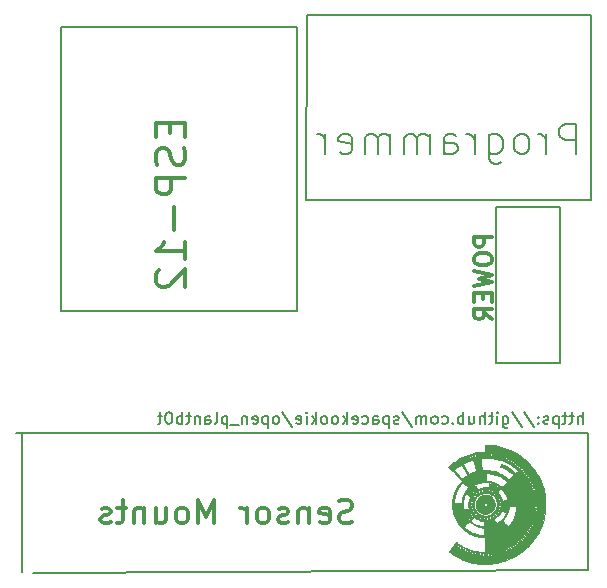
<source format=gbr>
G04 #@! TF.FileFunction,Legend,Bot*
%FSLAX46Y46*%
G04 Gerber Fmt 4.6, Leading zero omitted, Abs format (unit mm)*
G04 Created by KiCad (PCBNEW 4.0.2-1.fc23-product) date Tue 29 Mar 2016 21:37:23 CEST*
%MOMM*%
G01*
G04 APERTURE LIST*
%ADD10C,0.100000*%
%ADD11C,0.200000*%
%ADD12C,0.300000*%
%ADD13C,0.010000*%
G04 APERTURE END LIST*
D10*
D11*
X198173809Y-62330952D02*
X198173809Y-59830952D01*
X197221428Y-59830952D01*
X196983333Y-59950000D01*
X196864285Y-60069048D01*
X196745237Y-60307143D01*
X196745237Y-60664286D01*
X196864285Y-60902381D01*
X196983333Y-61021429D01*
X197221428Y-61140476D01*
X198173809Y-61140476D01*
X195673809Y-62330952D02*
X195673809Y-60664286D01*
X195673809Y-61140476D02*
X195554761Y-60902381D01*
X195435714Y-60783333D01*
X195197618Y-60664286D01*
X194959523Y-60664286D01*
X193769047Y-62330952D02*
X194007142Y-62211905D01*
X194126190Y-62092857D01*
X194245238Y-61854762D01*
X194245238Y-61140476D01*
X194126190Y-60902381D01*
X194007142Y-60783333D01*
X193769047Y-60664286D01*
X193411904Y-60664286D01*
X193173809Y-60783333D01*
X193054761Y-60902381D01*
X192935714Y-61140476D01*
X192935714Y-61854762D01*
X193054761Y-62092857D01*
X193173809Y-62211905D01*
X193411904Y-62330952D01*
X193769047Y-62330952D01*
X190792856Y-60664286D02*
X190792856Y-62688095D01*
X190911904Y-62926190D01*
X191030952Y-63045238D01*
X191269047Y-63164286D01*
X191626190Y-63164286D01*
X191864285Y-63045238D01*
X190792856Y-62211905D02*
X191030952Y-62330952D01*
X191507142Y-62330952D01*
X191745237Y-62211905D01*
X191864285Y-62092857D01*
X191983333Y-61854762D01*
X191983333Y-61140476D01*
X191864285Y-60902381D01*
X191745237Y-60783333D01*
X191507142Y-60664286D01*
X191030952Y-60664286D01*
X190792856Y-60783333D01*
X189602380Y-62330952D02*
X189602380Y-60664286D01*
X189602380Y-61140476D02*
X189483332Y-60902381D01*
X189364285Y-60783333D01*
X189126189Y-60664286D01*
X188888094Y-60664286D01*
X186983332Y-62330952D02*
X186983332Y-61021429D01*
X187102380Y-60783333D01*
X187340475Y-60664286D01*
X187816666Y-60664286D01*
X188054761Y-60783333D01*
X186983332Y-62211905D02*
X187221428Y-62330952D01*
X187816666Y-62330952D01*
X188054761Y-62211905D01*
X188173809Y-61973810D01*
X188173809Y-61735714D01*
X188054761Y-61497619D01*
X187816666Y-61378571D01*
X187221428Y-61378571D01*
X186983332Y-61259524D01*
X185792856Y-62330952D02*
X185792856Y-60664286D01*
X185792856Y-60902381D02*
X185673808Y-60783333D01*
X185435713Y-60664286D01*
X185078570Y-60664286D01*
X184840475Y-60783333D01*
X184721427Y-61021429D01*
X184721427Y-62330952D01*
X184721427Y-61021429D02*
X184602380Y-60783333D01*
X184364284Y-60664286D01*
X184007142Y-60664286D01*
X183769046Y-60783333D01*
X183649999Y-61021429D01*
X183649999Y-62330952D01*
X182459523Y-62330952D02*
X182459523Y-60664286D01*
X182459523Y-60902381D02*
X182340475Y-60783333D01*
X182102380Y-60664286D01*
X181745237Y-60664286D01*
X181507142Y-60783333D01*
X181388094Y-61021429D01*
X181388094Y-62330952D01*
X181388094Y-61021429D02*
X181269047Y-60783333D01*
X181030951Y-60664286D01*
X180673809Y-60664286D01*
X180435713Y-60783333D01*
X180316666Y-61021429D01*
X180316666Y-62330952D01*
X178173809Y-62211905D02*
X178411904Y-62330952D01*
X178888095Y-62330952D01*
X179126190Y-62211905D01*
X179245238Y-61973810D01*
X179245238Y-61021429D01*
X179126190Y-60783333D01*
X178888095Y-60664286D01*
X178411904Y-60664286D01*
X178173809Y-60783333D01*
X178054761Y-61021429D01*
X178054761Y-61259524D01*
X179245238Y-61497619D01*
X176983333Y-62330952D02*
X176983333Y-60664286D01*
X176983333Y-61140476D02*
X176864285Y-60902381D01*
X176745238Y-60783333D01*
X176507142Y-60664286D01*
X176269047Y-60664286D01*
X199500000Y-50600000D02*
X175400000Y-50600000D01*
X199500000Y-66200000D02*
X199500000Y-50600000D01*
X175300000Y-66200000D02*
X199500000Y-66200000D01*
X175400000Y-50600000D02*
X175300000Y-66200000D01*
D12*
X179266668Y-93509524D02*
X178980953Y-93604762D01*
X178504763Y-93604762D01*
X178314287Y-93509524D01*
X178219049Y-93414286D01*
X178123810Y-93223810D01*
X178123810Y-93033333D01*
X178219049Y-92842857D01*
X178314287Y-92747619D01*
X178504763Y-92652381D01*
X178885715Y-92557143D01*
X179076191Y-92461905D01*
X179171430Y-92366667D01*
X179266668Y-92176190D01*
X179266668Y-91985714D01*
X179171430Y-91795238D01*
X179076191Y-91700000D01*
X178885715Y-91604762D01*
X178409525Y-91604762D01*
X178123810Y-91700000D01*
X176504763Y-93509524D02*
X176695239Y-93604762D01*
X177076191Y-93604762D01*
X177266668Y-93509524D01*
X177361906Y-93319048D01*
X177361906Y-92557143D01*
X177266668Y-92366667D01*
X177076191Y-92271429D01*
X176695239Y-92271429D01*
X176504763Y-92366667D01*
X176409525Y-92557143D01*
X176409525Y-92747619D01*
X177361906Y-92938095D01*
X175552382Y-92271429D02*
X175552382Y-93604762D01*
X175552382Y-92461905D02*
X175457143Y-92366667D01*
X175266667Y-92271429D01*
X174980953Y-92271429D01*
X174790477Y-92366667D01*
X174695239Y-92557143D01*
X174695239Y-93604762D01*
X173838096Y-93509524D02*
X173647619Y-93604762D01*
X173266667Y-93604762D01*
X173076191Y-93509524D01*
X172980953Y-93319048D01*
X172980953Y-93223810D01*
X173076191Y-93033333D01*
X173266667Y-92938095D01*
X173552381Y-92938095D01*
X173742858Y-92842857D01*
X173838096Y-92652381D01*
X173838096Y-92557143D01*
X173742858Y-92366667D01*
X173552381Y-92271429D01*
X173266667Y-92271429D01*
X173076191Y-92366667D01*
X171838095Y-93604762D02*
X172028571Y-93509524D01*
X172123810Y-93414286D01*
X172219048Y-93223810D01*
X172219048Y-92652381D01*
X172123810Y-92461905D01*
X172028571Y-92366667D01*
X171838095Y-92271429D01*
X171552381Y-92271429D01*
X171361905Y-92366667D01*
X171266667Y-92461905D01*
X171171429Y-92652381D01*
X171171429Y-93223810D01*
X171266667Y-93414286D01*
X171361905Y-93509524D01*
X171552381Y-93604762D01*
X171838095Y-93604762D01*
X170314286Y-93604762D02*
X170314286Y-92271429D01*
X170314286Y-92652381D02*
X170219047Y-92461905D01*
X170123809Y-92366667D01*
X169933333Y-92271429D01*
X169742857Y-92271429D01*
X167552381Y-93604762D02*
X167552381Y-91604762D01*
X166885714Y-93033333D01*
X166219047Y-91604762D01*
X166219047Y-93604762D01*
X164980952Y-93604762D02*
X165171428Y-93509524D01*
X165266667Y-93414286D01*
X165361905Y-93223810D01*
X165361905Y-92652381D01*
X165266667Y-92461905D01*
X165171428Y-92366667D01*
X164980952Y-92271429D01*
X164695238Y-92271429D01*
X164504762Y-92366667D01*
X164409524Y-92461905D01*
X164314286Y-92652381D01*
X164314286Y-93223810D01*
X164409524Y-93414286D01*
X164504762Y-93509524D01*
X164695238Y-93604762D01*
X164980952Y-93604762D01*
X162600000Y-92271429D02*
X162600000Y-93604762D01*
X163457143Y-92271429D02*
X163457143Y-93319048D01*
X163361904Y-93509524D01*
X163171428Y-93604762D01*
X162885714Y-93604762D01*
X162695238Y-93509524D01*
X162600000Y-93414286D01*
X161647619Y-92271429D02*
X161647619Y-93604762D01*
X161647619Y-92461905D02*
X161552380Y-92366667D01*
X161361904Y-92271429D01*
X161076190Y-92271429D01*
X160885714Y-92366667D01*
X160790476Y-92557143D01*
X160790476Y-93604762D01*
X160123809Y-92271429D02*
X159361904Y-92271429D01*
X159838095Y-91604762D02*
X159838095Y-93319048D01*
X159742856Y-93509524D01*
X159552380Y-93604762D01*
X159361904Y-93604762D01*
X158790476Y-93509524D02*
X158599999Y-93604762D01*
X158219047Y-93604762D01*
X158028571Y-93509524D01*
X157933333Y-93319048D01*
X157933333Y-93223810D01*
X158028571Y-93033333D01*
X158219047Y-92938095D01*
X158504761Y-92938095D01*
X158695238Y-92842857D01*
X158790476Y-92652381D01*
X158790476Y-92557143D01*
X158695238Y-92366667D01*
X158504761Y-92271429D01*
X158219047Y-92271429D01*
X158028571Y-92366667D01*
D11*
X151250000Y-97750000D02*
X151250000Y-86000000D01*
X199200000Y-97600000D02*
X152200000Y-97800000D01*
X199200000Y-86000000D02*
X199200000Y-97600000D01*
X150750000Y-86000000D02*
X199200000Y-86000000D01*
D12*
X163821429Y-59695239D02*
X163821429Y-60528572D01*
X165130952Y-60885715D02*
X165130952Y-59695239D01*
X162630952Y-59695239D01*
X162630952Y-60885715D01*
X165011905Y-61838096D02*
X165130952Y-62195239D01*
X165130952Y-62790477D01*
X165011905Y-63028573D01*
X164892857Y-63147620D01*
X164654762Y-63266668D01*
X164416667Y-63266668D01*
X164178571Y-63147620D01*
X164059524Y-63028573D01*
X163940476Y-62790477D01*
X163821429Y-62314287D01*
X163702381Y-62076192D01*
X163583333Y-61957144D01*
X163345238Y-61838096D01*
X163107143Y-61838096D01*
X162869048Y-61957144D01*
X162750000Y-62076192D01*
X162630952Y-62314287D01*
X162630952Y-62909525D01*
X162750000Y-63266668D01*
X165130952Y-64338096D02*
X162630952Y-64338096D01*
X162630952Y-65290477D01*
X162750000Y-65528572D01*
X162869048Y-65647620D01*
X163107143Y-65766668D01*
X163464286Y-65766668D01*
X163702381Y-65647620D01*
X163821429Y-65528572D01*
X163940476Y-65290477D01*
X163940476Y-64338096D01*
X164178571Y-66838096D02*
X164178571Y-68742858D01*
X165130952Y-71242858D02*
X165130952Y-69814286D01*
X165130952Y-70528572D02*
X162630952Y-70528572D01*
X162988095Y-70290477D01*
X163226190Y-70052382D01*
X163345238Y-69814286D01*
X162869048Y-72195238D02*
X162750000Y-72314286D01*
X162630952Y-72552381D01*
X162630952Y-73147619D01*
X162750000Y-73385715D01*
X162869048Y-73504762D01*
X163107143Y-73623810D01*
X163345238Y-73623810D01*
X163702381Y-73504762D01*
X165130952Y-72076191D01*
X165130952Y-73623810D01*
D11*
X154600000Y-75600000D02*
X154600000Y-51600000D01*
X174600000Y-75600000D02*
X154600000Y-75600000D01*
X174600000Y-51600000D02*
X174600000Y-75600000D01*
X154600000Y-51600000D02*
X174600000Y-51600000D01*
D12*
X191078571Y-69335714D02*
X189578571Y-69335714D01*
X189578571Y-69907142D01*
X189650000Y-70050000D01*
X189721429Y-70121428D01*
X189864286Y-70192857D01*
X190078571Y-70192857D01*
X190221429Y-70121428D01*
X190292857Y-70050000D01*
X190364286Y-69907142D01*
X190364286Y-69335714D01*
X189578571Y-71121428D02*
X189578571Y-71407142D01*
X189650000Y-71550000D01*
X189792857Y-71692857D01*
X190078571Y-71764285D01*
X190578571Y-71764285D01*
X190864286Y-71692857D01*
X191007143Y-71550000D01*
X191078571Y-71407142D01*
X191078571Y-71121428D01*
X191007143Y-70978571D01*
X190864286Y-70835714D01*
X190578571Y-70764285D01*
X190078571Y-70764285D01*
X189792857Y-70835714D01*
X189650000Y-70978571D01*
X189578571Y-71121428D01*
X189578571Y-72264286D02*
X191078571Y-72621429D01*
X190007143Y-72907143D01*
X191078571Y-73192857D01*
X189578571Y-73550000D01*
X190292857Y-74121429D02*
X190292857Y-74621429D01*
X191078571Y-74835715D02*
X191078571Y-74121429D01*
X189578571Y-74121429D01*
X189578571Y-74835715D01*
X191078571Y-76335715D02*
X190364286Y-75835715D01*
X191078571Y-75478572D02*
X189578571Y-75478572D01*
X189578571Y-76050000D01*
X189650000Y-76192858D01*
X189721429Y-76264286D01*
X189864286Y-76335715D01*
X190078571Y-76335715D01*
X190221429Y-76264286D01*
X190292857Y-76192858D01*
X190364286Y-76050000D01*
X190364286Y-75478572D01*
D11*
X191400000Y-66800000D02*
X196800000Y-66800000D01*
X191400000Y-80000000D02*
X191400000Y-66800000D01*
X196800000Y-80000000D02*
X191400000Y-80000000D01*
X196800000Y-66800000D02*
X196800000Y-80000000D01*
X198761905Y-85202381D02*
X198761905Y-84202381D01*
X198333333Y-85202381D02*
X198333333Y-84678571D01*
X198380952Y-84583333D01*
X198476190Y-84535714D01*
X198619048Y-84535714D01*
X198714286Y-84583333D01*
X198761905Y-84630952D01*
X198000000Y-84535714D02*
X197619048Y-84535714D01*
X197857143Y-84202381D02*
X197857143Y-85059524D01*
X197809524Y-85154762D01*
X197714286Y-85202381D01*
X197619048Y-85202381D01*
X197428571Y-84535714D02*
X197047619Y-84535714D01*
X197285714Y-84202381D02*
X197285714Y-85059524D01*
X197238095Y-85154762D01*
X197142857Y-85202381D01*
X197047619Y-85202381D01*
X196714285Y-84535714D02*
X196714285Y-85535714D01*
X196714285Y-84583333D02*
X196619047Y-84535714D01*
X196428570Y-84535714D01*
X196333332Y-84583333D01*
X196285713Y-84630952D01*
X196238094Y-84726190D01*
X196238094Y-85011905D01*
X196285713Y-85107143D01*
X196333332Y-85154762D01*
X196428570Y-85202381D01*
X196619047Y-85202381D01*
X196714285Y-85154762D01*
X195857142Y-85154762D02*
X195761904Y-85202381D01*
X195571428Y-85202381D01*
X195476189Y-85154762D01*
X195428570Y-85059524D01*
X195428570Y-85011905D01*
X195476189Y-84916667D01*
X195571428Y-84869048D01*
X195714285Y-84869048D01*
X195809523Y-84821429D01*
X195857142Y-84726190D01*
X195857142Y-84678571D01*
X195809523Y-84583333D01*
X195714285Y-84535714D01*
X195571428Y-84535714D01*
X195476189Y-84583333D01*
X194999999Y-85107143D02*
X194952380Y-85154762D01*
X194999999Y-85202381D01*
X195047618Y-85154762D01*
X194999999Y-85107143D01*
X194999999Y-85202381D01*
X194999999Y-84583333D02*
X194952380Y-84630952D01*
X194999999Y-84678571D01*
X195047618Y-84630952D01*
X194999999Y-84583333D01*
X194999999Y-84678571D01*
X193809523Y-84154762D02*
X194666666Y-85440476D01*
X192761904Y-84154762D02*
X193619047Y-85440476D01*
X191999999Y-84535714D02*
X191999999Y-85345238D01*
X192047618Y-85440476D01*
X192095237Y-85488095D01*
X192190476Y-85535714D01*
X192333333Y-85535714D01*
X192428571Y-85488095D01*
X191999999Y-85154762D02*
X192095237Y-85202381D01*
X192285714Y-85202381D01*
X192380952Y-85154762D01*
X192428571Y-85107143D01*
X192476190Y-85011905D01*
X192476190Y-84726190D01*
X192428571Y-84630952D01*
X192380952Y-84583333D01*
X192285714Y-84535714D01*
X192095237Y-84535714D01*
X191999999Y-84583333D01*
X191523809Y-85202381D02*
X191523809Y-84535714D01*
X191523809Y-84202381D02*
X191571428Y-84250000D01*
X191523809Y-84297619D01*
X191476190Y-84250000D01*
X191523809Y-84202381D01*
X191523809Y-84297619D01*
X191190476Y-84535714D02*
X190809524Y-84535714D01*
X191047619Y-84202381D02*
X191047619Y-85059524D01*
X191000000Y-85154762D01*
X190904762Y-85202381D01*
X190809524Y-85202381D01*
X190476190Y-85202381D02*
X190476190Y-84202381D01*
X190047618Y-85202381D02*
X190047618Y-84678571D01*
X190095237Y-84583333D01*
X190190475Y-84535714D01*
X190333333Y-84535714D01*
X190428571Y-84583333D01*
X190476190Y-84630952D01*
X189142856Y-84535714D02*
X189142856Y-85202381D01*
X189571428Y-84535714D02*
X189571428Y-85059524D01*
X189523809Y-85154762D01*
X189428571Y-85202381D01*
X189285713Y-85202381D01*
X189190475Y-85154762D01*
X189142856Y-85107143D01*
X188666666Y-85202381D02*
X188666666Y-84202381D01*
X188666666Y-84583333D02*
X188571428Y-84535714D01*
X188380951Y-84535714D01*
X188285713Y-84583333D01*
X188238094Y-84630952D01*
X188190475Y-84726190D01*
X188190475Y-85011905D01*
X188238094Y-85107143D01*
X188285713Y-85154762D01*
X188380951Y-85202381D01*
X188571428Y-85202381D01*
X188666666Y-85154762D01*
X187761904Y-85107143D02*
X187714285Y-85154762D01*
X187761904Y-85202381D01*
X187809523Y-85154762D01*
X187761904Y-85107143D01*
X187761904Y-85202381D01*
X186857142Y-85154762D02*
X186952380Y-85202381D01*
X187142857Y-85202381D01*
X187238095Y-85154762D01*
X187285714Y-85107143D01*
X187333333Y-85011905D01*
X187333333Y-84726190D01*
X187285714Y-84630952D01*
X187238095Y-84583333D01*
X187142857Y-84535714D01*
X186952380Y-84535714D01*
X186857142Y-84583333D01*
X186285714Y-85202381D02*
X186380952Y-85154762D01*
X186428571Y-85107143D01*
X186476190Y-85011905D01*
X186476190Y-84726190D01*
X186428571Y-84630952D01*
X186380952Y-84583333D01*
X186285714Y-84535714D01*
X186142856Y-84535714D01*
X186047618Y-84583333D01*
X185999999Y-84630952D01*
X185952380Y-84726190D01*
X185952380Y-85011905D01*
X185999999Y-85107143D01*
X186047618Y-85154762D01*
X186142856Y-85202381D01*
X186285714Y-85202381D01*
X185523809Y-85202381D02*
X185523809Y-84535714D01*
X185523809Y-84630952D02*
X185476190Y-84583333D01*
X185380952Y-84535714D01*
X185238094Y-84535714D01*
X185142856Y-84583333D01*
X185095237Y-84678571D01*
X185095237Y-85202381D01*
X185095237Y-84678571D02*
X185047618Y-84583333D01*
X184952380Y-84535714D01*
X184809523Y-84535714D01*
X184714285Y-84583333D01*
X184666666Y-84678571D01*
X184666666Y-85202381D01*
X183476190Y-84154762D02*
X184333333Y-85440476D01*
X183190476Y-85154762D02*
X183095238Y-85202381D01*
X182904762Y-85202381D01*
X182809523Y-85154762D01*
X182761904Y-85059524D01*
X182761904Y-85011905D01*
X182809523Y-84916667D01*
X182904762Y-84869048D01*
X183047619Y-84869048D01*
X183142857Y-84821429D01*
X183190476Y-84726190D01*
X183190476Y-84678571D01*
X183142857Y-84583333D01*
X183047619Y-84535714D01*
X182904762Y-84535714D01*
X182809523Y-84583333D01*
X182333333Y-84535714D02*
X182333333Y-85535714D01*
X182333333Y-84583333D02*
X182238095Y-84535714D01*
X182047618Y-84535714D01*
X181952380Y-84583333D01*
X181904761Y-84630952D01*
X181857142Y-84726190D01*
X181857142Y-85011905D01*
X181904761Y-85107143D01*
X181952380Y-85154762D01*
X182047618Y-85202381D01*
X182238095Y-85202381D01*
X182333333Y-85154762D01*
X180999999Y-85202381D02*
X180999999Y-84678571D01*
X181047618Y-84583333D01*
X181142856Y-84535714D01*
X181333333Y-84535714D01*
X181428571Y-84583333D01*
X180999999Y-85154762D02*
X181095237Y-85202381D01*
X181333333Y-85202381D01*
X181428571Y-85154762D01*
X181476190Y-85059524D01*
X181476190Y-84964286D01*
X181428571Y-84869048D01*
X181333333Y-84821429D01*
X181095237Y-84821429D01*
X180999999Y-84773810D01*
X180095237Y-85154762D02*
X180190475Y-85202381D01*
X180380952Y-85202381D01*
X180476190Y-85154762D01*
X180523809Y-85107143D01*
X180571428Y-85011905D01*
X180571428Y-84726190D01*
X180523809Y-84630952D01*
X180476190Y-84583333D01*
X180380952Y-84535714D01*
X180190475Y-84535714D01*
X180095237Y-84583333D01*
X179285713Y-85154762D02*
X179380951Y-85202381D01*
X179571428Y-85202381D01*
X179666666Y-85154762D01*
X179714285Y-85059524D01*
X179714285Y-84678571D01*
X179666666Y-84583333D01*
X179571428Y-84535714D01*
X179380951Y-84535714D01*
X179285713Y-84583333D01*
X179238094Y-84678571D01*
X179238094Y-84773810D01*
X179714285Y-84869048D01*
X178809523Y-85202381D02*
X178809523Y-84202381D01*
X178714285Y-84821429D02*
X178428570Y-85202381D01*
X178428570Y-84535714D02*
X178809523Y-84916667D01*
X177857142Y-85202381D02*
X177952380Y-85154762D01*
X177999999Y-85107143D01*
X178047618Y-85011905D01*
X178047618Y-84726190D01*
X177999999Y-84630952D01*
X177952380Y-84583333D01*
X177857142Y-84535714D01*
X177714284Y-84535714D01*
X177619046Y-84583333D01*
X177571427Y-84630952D01*
X177523808Y-84726190D01*
X177523808Y-85011905D01*
X177571427Y-85107143D01*
X177619046Y-85154762D01*
X177714284Y-85202381D01*
X177857142Y-85202381D01*
X176952380Y-85202381D02*
X177047618Y-85154762D01*
X177095237Y-85107143D01*
X177142856Y-85011905D01*
X177142856Y-84726190D01*
X177095237Y-84630952D01*
X177047618Y-84583333D01*
X176952380Y-84535714D01*
X176809522Y-84535714D01*
X176714284Y-84583333D01*
X176666665Y-84630952D01*
X176619046Y-84726190D01*
X176619046Y-85011905D01*
X176666665Y-85107143D01*
X176714284Y-85154762D01*
X176809522Y-85202381D01*
X176952380Y-85202381D01*
X176190475Y-85202381D02*
X176190475Y-84202381D01*
X176095237Y-84821429D02*
X175809522Y-85202381D01*
X175809522Y-84535714D02*
X176190475Y-84916667D01*
X175380951Y-85202381D02*
X175380951Y-84535714D01*
X175380951Y-84202381D02*
X175428570Y-84250000D01*
X175380951Y-84297619D01*
X175333332Y-84250000D01*
X175380951Y-84202381D01*
X175380951Y-84297619D01*
X174523808Y-85154762D02*
X174619046Y-85202381D01*
X174809523Y-85202381D01*
X174904761Y-85154762D01*
X174952380Y-85059524D01*
X174952380Y-84678571D01*
X174904761Y-84583333D01*
X174809523Y-84535714D01*
X174619046Y-84535714D01*
X174523808Y-84583333D01*
X174476189Y-84678571D01*
X174476189Y-84773810D01*
X174952380Y-84869048D01*
X173333332Y-84154762D02*
X174190475Y-85440476D01*
X172857142Y-85202381D02*
X172952380Y-85154762D01*
X172999999Y-85107143D01*
X173047618Y-85011905D01*
X173047618Y-84726190D01*
X172999999Y-84630952D01*
X172952380Y-84583333D01*
X172857142Y-84535714D01*
X172714284Y-84535714D01*
X172619046Y-84583333D01*
X172571427Y-84630952D01*
X172523808Y-84726190D01*
X172523808Y-85011905D01*
X172571427Y-85107143D01*
X172619046Y-85154762D01*
X172714284Y-85202381D01*
X172857142Y-85202381D01*
X172095237Y-84535714D02*
X172095237Y-85535714D01*
X172095237Y-84583333D02*
X171999999Y-84535714D01*
X171809522Y-84535714D01*
X171714284Y-84583333D01*
X171666665Y-84630952D01*
X171619046Y-84726190D01*
X171619046Y-85011905D01*
X171666665Y-85107143D01*
X171714284Y-85154762D01*
X171809522Y-85202381D01*
X171999999Y-85202381D01*
X172095237Y-85154762D01*
X170809522Y-85154762D02*
X170904760Y-85202381D01*
X171095237Y-85202381D01*
X171190475Y-85154762D01*
X171238094Y-85059524D01*
X171238094Y-84678571D01*
X171190475Y-84583333D01*
X171095237Y-84535714D01*
X170904760Y-84535714D01*
X170809522Y-84583333D01*
X170761903Y-84678571D01*
X170761903Y-84773810D01*
X171238094Y-84869048D01*
X170333332Y-84535714D02*
X170333332Y-85202381D01*
X170333332Y-84630952D02*
X170285713Y-84583333D01*
X170190475Y-84535714D01*
X170047617Y-84535714D01*
X169952379Y-84583333D01*
X169904760Y-84678571D01*
X169904760Y-85202381D01*
X169666665Y-85297619D02*
X168904760Y-85297619D01*
X168666665Y-84535714D02*
X168666665Y-85535714D01*
X168666665Y-84583333D02*
X168571427Y-84535714D01*
X168380950Y-84535714D01*
X168285712Y-84583333D01*
X168238093Y-84630952D01*
X168190474Y-84726190D01*
X168190474Y-85011905D01*
X168238093Y-85107143D01*
X168285712Y-85154762D01*
X168380950Y-85202381D01*
X168571427Y-85202381D01*
X168666665Y-85154762D01*
X167619046Y-85202381D02*
X167714284Y-85154762D01*
X167761903Y-85059524D01*
X167761903Y-84202381D01*
X166809521Y-85202381D02*
X166809521Y-84678571D01*
X166857140Y-84583333D01*
X166952378Y-84535714D01*
X167142855Y-84535714D01*
X167238093Y-84583333D01*
X166809521Y-85154762D02*
X166904759Y-85202381D01*
X167142855Y-85202381D01*
X167238093Y-85154762D01*
X167285712Y-85059524D01*
X167285712Y-84964286D01*
X167238093Y-84869048D01*
X167142855Y-84821429D01*
X166904759Y-84821429D01*
X166809521Y-84773810D01*
X166333331Y-84535714D02*
X166333331Y-85202381D01*
X166333331Y-84630952D02*
X166285712Y-84583333D01*
X166190474Y-84535714D01*
X166047616Y-84535714D01*
X165952378Y-84583333D01*
X165904759Y-84678571D01*
X165904759Y-85202381D01*
X165571426Y-84535714D02*
X165190474Y-84535714D01*
X165428569Y-84202381D02*
X165428569Y-85059524D01*
X165380950Y-85154762D01*
X165285712Y-85202381D01*
X165190474Y-85202381D01*
X164857140Y-85202381D02*
X164857140Y-84202381D01*
X164857140Y-84583333D02*
X164761902Y-84535714D01*
X164571425Y-84535714D01*
X164476187Y-84583333D01*
X164428568Y-84630952D01*
X164380949Y-84726190D01*
X164380949Y-85011905D01*
X164428568Y-85107143D01*
X164476187Y-85154762D01*
X164571425Y-85202381D01*
X164761902Y-85202381D01*
X164857140Y-85154762D01*
X163761902Y-84202381D02*
X163666663Y-84202381D01*
X163571425Y-84250000D01*
X163523806Y-84297619D01*
X163476187Y-84392857D01*
X163428568Y-84583333D01*
X163428568Y-84821429D01*
X163476187Y-85011905D01*
X163523806Y-85107143D01*
X163571425Y-85154762D01*
X163666663Y-85202381D01*
X163761902Y-85202381D01*
X163857140Y-85154762D01*
X163904759Y-85107143D01*
X163952378Y-85011905D01*
X163999997Y-84821429D01*
X163999997Y-84583333D01*
X163952378Y-84392857D01*
X163904759Y-84297619D01*
X163857140Y-84250000D01*
X163761902Y-84202381D01*
X163142854Y-84535714D02*
X162761902Y-84535714D01*
X162999997Y-84202381D02*
X162999997Y-85059524D01*
X162952378Y-85154762D01*
X162857140Y-85202381D01*
X162761902Y-85202381D01*
D13*
G36*
X190520286Y-87544114D02*
X190467138Y-87544114D01*
X190422406Y-87544894D01*
X190366554Y-87547089D01*
X190302883Y-87550482D01*
X190234695Y-87554854D01*
X190165291Y-87559989D01*
X190097973Y-87565669D01*
X190036043Y-87571677D01*
X190016261Y-87573816D01*
X189767312Y-87608861D01*
X189520941Y-87658055D01*
X189277732Y-87721169D01*
X189038272Y-87797974D01*
X188803145Y-87888244D01*
X188572937Y-87991748D01*
X188348232Y-88108259D01*
X188129618Y-88237549D01*
X187917677Y-88379389D01*
X187877508Y-88408249D01*
X187821818Y-88449551D01*
X187764892Y-88493300D01*
X187707900Y-88538472D01*
X187652014Y-88584040D01*
X187598405Y-88628980D01*
X187548243Y-88672267D01*
X187502698Y-88712875D01*
X187462943Y-88749779D01*
X187430147Y-88781954D01*
X187405481Y-88808375D01*
X187390116Y-88828015D01*
X187385200Y-88839354D01*
X187388411Y-88845934D01*
X187398246Y-88858643D01*
X187415011Y-88877789D01*
X187439011Y-88903677D01*
X187470551Y-88936615D01*
X187509938Y-88976911D01*
X187557476Y-89024870D01*
X187613471Y-89080800D01*
X187678228Y-89145008D01*
X187752053Y-89217801D01*
X187835251Y-89299485D01*
X187928128Y-89390368D01*
X188030988Y-89490757D01*
X188107286Y-89565089D01*
X188166553Y-89622799D01*
X188224218Y-89678967D01*
X188279187Y-89732523D01*
X188330363Y-89782397D01*
X188376648Y-89827522D01*
X188416946Y-89866827D01*
X188450161Y-89899244D01*
X188475196Y-89923703D01*
X188490955Y-89939136D01*
X188491228Y-89939404D01*
X188548598Y-89995764D01*
X188464225Y-90085297D01*
X188331528Y-90236296D01*
X188210336Y-90395225D01*
X188101032Y-90561317D01*
X188004002Y-90733806D01*
X187919630Y-90911926D01*
X187848302Y-91094910D01*
X187790401Y-91281992D01*
X187746313Y-91472405D01*
X187734304Y-91539172D01*
X187724881Y-91597492D01*
X187717383Y-91648885D01*
X187711605Y-91696263D01*
X187707338Y-91742538D01*
X187704376Y-91790622D01*
X187702511Y-91843427D01*
X187701536Y-91903866D01*
X187701244Y-91974850D01*
X187701267Y-92003629D01*
X187701650Y-92079566D01*
X187702577Y-92143171D01*
X187704135Y-92196618D01*
X187706413Y-92242081D01*
X187709498Y-92281736D01*
X187713477Y-92317756D01*
X187714152Y-92322943D01*
X187748093Y-92527339D01*
X187794886Y-92725039D01*
X187854627Y-92916264D01*
X187927408Y-93101236D01*
X188013324Y-93280177D01*
X188112468Y-93453308D01*
X188224934Y-93620851D01*
X188311265Y-93734457D01*
X188353393Y-93784824D01*
X188404051Y-93841410D01*
X188460706Y-93901677D01*
X188520829Y-93963085D01*
X188581889Y-94023096D01*
X188641355Y-94079170D01*
X188696697Y-94128769D01*
X188742286Y-94166892D01*
X188908597Y-94290667D01*
X189080712Y-94401250D01*
X189258423Y-94498538D01*
X189441517Y-94582430D01*
X189629784Y-94652824D01*
X189823014Y-94709617D01*
X189902189Y-94728625D01*
X190002415Y-94748959D01*
X190106885Y-94766104D01*
X190211561Y-94779568D01*
X190312401Y-94788861D01*
X190405365Y-94793490D01*
X190438643Y-94793925D01*
X190513029Y-94794000D01*
X190513029Y-96042229D01*
X190442272Y-96042116D01*
X190407898Y-96041543D01*
X190364261Y-96040055D01*
X190316567Y-96037866D01*
X190275907Y-96035530D01*
X189722000Y-96035530D01*
X189720555Y-96046113D01*
X189716642Y-96067783D01*
X189710896Y-96097451D01*
X189703952Y-96132023D01*
X189696447Y-96168410D01*
X189689014Y-96203520D01*
X189682289Y-96234262D01*
X189676907Y-96257545D01*
X189674303Y-96267664D01*
X189671427Y-96272635D01*
X189664617Y-96274752D01*
X189651178Y-96273899D01*
X189628415Y-96269964D01*
X189602197Y-96264629D01*
X189572820Y-96257900D01*
X189549684Y-96251469D01*
X189535861Y-96246254D01*
X189533315Y-96244058D01*
X189534807Y-96233942D01*
X189538860Y-96213034D01*
X189544842Y-96184195D01*
X189552118Y-96150286D01*
X189560055Y-96114167D01*
X189568019Y-96078700D01*
X189575376Y-96046744D01*
X189581493Y-96021162D01*
X189585737Y-96004813D01*
X189587296Y-96000343D01*
X189595513Y-96000079D01*
X189614577Y-96002335D01*
X189641127Y-96006665D01*
X189656427Y-96009521D01*
X189688142Y-96016160D01*
X189707969Y-96021781D01*
X189718396Y-96027373D01*
X189721908Y-96033920D01*
X189722000Y-96035530D01*
X190275907Y-96035530D01*
X190270023Y-96035192D01*
X190262658Y-96034709D01*
X190016903Y-96011139D01*
X189821427Y-95980831D01*
X189514260Y-95980831D01*
X189510939Y-95998108D01*
X189504645Y-96024134D01*
X189496173Y-96056187D01*
X189486321Y-96091543D01*
X189475885Y-96127482D01*
X189465660Y-96161281D01*
X189456444Y-96190217D01*
X189449033Y-96211569D01*
X189444222Y-96222615D01*
X189443260Y-96223545D01*
X189433020Y-96221668D01*
X189412578Y-96216763D01*
X189385697Y-96209751D01*
X189375073Y-96206862D01*
X189347881Y-96198648D01*
X189327000Y-96190937D01*
X189315671Y-96184987D01*
X189314541Y-96183389D01*
X189316245Y-96174391D01*
X189321129Y-96153851D01*
X189328576Y-96124237D01*
X189337969Y-96088016D01*
X189345770Y-96058557D01*
X189358575Y-96012024D01*
X189368785Y-95978353D01*
X189376876Y-95956221D01*
X189383328Y-95944305D01*
X189388160Y-95941224D01*
X189404382Y-95943762D01*
X189427334Y-95949327D01*
X189453299Y-95956752D01*
X189478559Y-95964869D01*
X189499396Y-95972510D01*
X189512095Y-95978509D01*
X189514260Y-95980831D01*
X189821427Y-95980831D01*
X189775344Y-95973686D01*
X189538167Y-95922417D01*
X189522483Y-95918033D01*
X189302849Y-95918033D01*
X189302836Y-95926504D01*
X189298558Y-95945593D01*
X189290921Y-95972656D01*
X189280833Y-96005050D01*
X189269199Y-96040129D01*
X189256927Y-96075250D01*
X189244924Y-96107770D01*
X189234097Y-96135043D01*
X189225353Y-96154427D01*
X189219597Y-96163276D01*
X189218655Y-96163510D01*
X189208345Y-96159964D01*
X189187965Y-96153120D01*
X189161230Y-96144221D01*
X189150015Y-96140507D01*
X189120846Y-96129855D01*
X189101066Y-96120525D01*
X189092738Y-96113537D01*
X189092704Y-96112228D01*
X189095919Y-96102835D01*
X189102870Y-96082151D01*
X189112725Y-96052660D01*
X189124655Y-96016848D01*
X189133796Y-95989345D01*
X189148403Y-95946135D01*
X189159607Y-95915132D01*
X189168173Y-95894640D01*
X189174867Y-95882966D01*
X189180454Y-95878413D01*
X189183850Y-95878468D01*
X189196505Y-95882330D01*
X189218441Y-95888998D01*
X189245050Y-95897072D01*
X189246658Y-95897559D01*
X189272218Y-95905750D01*
X189292154Y-95912962D01*
X189302499Y-95917748D01*
X189302849Y-95918033D01*
X189522483Y-95918033D01*
X189305559Y-95857399D01*
X189285360Y-95850422D01*
X189097067Y-95850422D01*
X189095634Y-95857768D01*
X189089761Y-95875893D01*
X189080463Y-95902159D01*
X189068752Y-95933926D01*
X189055641Y-95968558D01*
X189042144Y-96003415D01*
X189029274Y-96035859D01*
X189018044Y-96063251D01*
X189009467Y-96082954D01*
X189004557Y-96092328D01*
X189004009Y-96092749D01*
X188995871Y-96090136D01*
X188977503Y-96083371D01*
X188952157Y-96073666D01*
X188938229Y-96068227D01*
X188907144Y-96055231D01*
X188888199Y-96045189D01*
X188879597Y-96037006D01*
X188878734Y-96031969D01*
X188882319Y-96019918D01*
X188890082Y-95997978D01*
X188900893Y-95969012D01*
X188913626Y-95935886D01*
X188927151Y-95901464D01*
X188940341Y-95868612D01*
X188952068Y-95840193D01*
X188961204Y-95819074D01*
X188966620Y-95808119D01*
X188967156Y-95807401D01*
X188975366Y-95807688D01*
X188993318Y-95812014D01*
X189017240Y-95819131D01*
X189043359Y-95827789D01*
X189067901Y-95836739D01*
X189087093Y-95844731D01*
X189097067Y-95850422D01*
X189285360Y-95850422D01*
X189077705Y-95778698D01*
X189066192Y-95773930D01*
X188900353Y-95773930D01*
X188888877Y-95801729D01*
X188874473Y-95834518D01*
X188858303Y-95869893D01*
X188841528Y-95905452D01*
X188825309Y-95938790D01*
X188810809Y-95967505D01*
X188799189Y-95989194D01*
X188791610Y-96001453D01*
X188789494Y-96003287D01*
X188779790Y-95999308D01*
X188760355Y-95991211D01*
X188734833Y-95980517D01*
X188725958Y-95976786D01*
X188700274Y-95965092D01*
X188680724Y-95954494D01*
X188670455Y-95946765D01*
X188669636Y-95945065D01*
X188672489Y-95934176D01*
X188680339Y-95913617D01*
X188691965Y-95886013D01*
X188706146Y-95853992D01*
X188721662Y-95820179D01*
X188737294Y-95787201D01*
X188751820Y-95757685D01*
X188764022Y-95734256D01*
X188772678Y-95719542D01*
X188776146Y-95715804D01*
X188787118Y-95718527D01*
X188806161Y-95725810D01*
X188829785Y-95736020D01*
X188854502Y-95747523D01*
X188876825Y-95758688D01*
X188893263Y-95767881D01*
X188900329Y-95773471D01*
X188900353Y-95773930D01*
X189066192Y-95773930D01*
X188854792Y-95686382D01*
X188848374Y-95683262D01*
X188706000Y-95683262D01*
X188702800Y-95692176D01*
X188694085Y-95710909D01*
X188681188Y-95736939D01*
X188665438Y-95767743D01*
X188648167Y-95800799D01*
X188630705Y-95833586D01*
X188614384Y-95863580D01*
X188600535Y-95888261D01*
X188590487Y-95905105D01*
X188585573Y-95911592D01*
X188585509Y-95911600D01*
X188578031Y-95908555D01*
X188560729Y-95900408D01*
X188536715Y-95888640D01*
X188524411Y-95882491D01*
X188498677Y-95868690D01*
X188478821Y-95856399D01*
X188467802Y-95847528D01*
X188466515Y-95845158D01*
X188469713Y-95835605D01*
X188478412Y-95816383D01*
X188491264Y-95790049D01*
X188506925Y-95759161D01*
X188524049Y-95726277D01*
X188541289Y-95693954D01*
X188557301Y-95664750D01*
X188570738Y-95641223D01*
X188580254Y-95625930D01*
X188584292Y-95621314D01*
X188593380Y-95624359D01*
X188611083Y-95632300D01*
X188633885Y-95643347D01*
X188658272Y-95655712D01*
X188680726Y-95667604D01*
X188697733Y-95677235D01*
X188705776Y-95682814D01*
X188706000Y-95683262D01*
X188848374Y-95683262D01*
X188649703Y-95586688D01*
X188508836Y-95586688D01*
X188508410Y-95589386D01*
X188504253Y-95598048D01*
X188493998Y-95616979D01*
X188478898Y-95643935D01*
X188460206Y-95676670D01*
X188444759Y-95703364D01*
X188383089Y-95809356D01*
X188346788Y-95788740D01*
X188321628Y-95774421D01*
X188297519Y-95760653D01*
X188286946Y-95754591D01*
X188271633Y-95744398D01*
X188263676Y-95736391D01*
X188263361Y-95735284D01*
X188266806Y-95727395D01*
X188276386Y-95709133D01*
X188290919Y-95682657D01*
X188309220Y-95650129D01*
X188325958Y-95620895D01*
X188388601Y-95512279D01*
X188436629Y-95538993D01*
X188468231Y-95556670D01*
X188489180Y-95568823D01*
X188501548Y-95576907D01*
X188507409Y-95582377D01*
X188508836Y-95586688D01*
X188649703Y-95586688D01*
X188637006Y-95580516D01*
X188446150Y-95473309D01*
X188328629Y-95473309D01*
X188324818Y-95480832D01*
X188314446Y-95497762D01*
X188299102Y-95521722D01*
X188280377Y-95550336D01*
X188259862Y-95581224D01*
X188239145Y-95612011D01*
X188219819Y-95640317D01*
X188203472Y-95663767D01*
X188191696Y-95679983D01*
X188186080Y-95686587D01*
X188185941Y-95686629D01*
X188177952Y-95682885D01*
X188160877Y-95672845D01*
X188137686Y-95658292D01*
X188124133Y-95649492D01*
X188097216Y-95630653D01*
X188079391Y-95615678D01*
X188072214Y-95605930D01*
X188072421Y-95604135D01*
X188077912Y-95595548D01*
X188089592Y-95577704D01*
X188105825Y-95553066D01*
X188124977Y-95524099D01*
X188145414Y-95493267D01*
X188165500Y-95463034D01*
X188183601Y-95435866D01*
X188198082Y-95414225D01*
X188207309Y-95400576D01*
X188209741Y-95397126D01*
X188216199Y-95399695D01*
X188231441Y-95408372D01*
X188252251Y-95421097D01*
X188275416Y-95435810D01*
X188297719Y-95450450D01*
X188315947Y-95462958D01*
X188326885Y-95471275D01*
X188328629Y-95473309D01*
X188446150Y-95473309D01*
X188424535Y-95461168D01*
X188217565Y-95328405D01*
X188141065Y-95274929D01*
X188107033Y-95251091D01*
X188077019Y-95231019D01*
X188052991Y-95215951D01*
X188036919Y-95207128D01*
X188030888Y-95205547D01*
X188024793Y-95213356D01*
X188010796Y-95231889D01*
X187989605Y-95260192D01*
X187961930Y-95297308D01*
X187928483Y-95342279D01*
X187889972Y-95394149D01*
X187847107Y-95451962D01*
X187800599Y-95514761D01*
X187751157Y-95581589D01*
X187699492Y-95651489D01*
X187646313Y-95723506D01*
X187615030Y-95765903D01*
X187436105Y-96008462D01*
X187514067Y-96066034D01*
X187728038Y-96215214D01*
X187950455Y-96353212D01*
X188180422Y-96479715D01*
X188417045Y-96594411D01*
X188659429Y-96696989D01*
X188906676Y-96787137D01*
X189157894Y-96864542D01*
X189412185Y-96928892D01*
X189668655Y-96979876D01*
X189926409Y-97017181D01*
X190184550Y-97040496D01*
X190330338Y-97047369D01*
X190375009Y-97048831D01*
X190417354Y-97050330D01*
X190454106Y-97051742D01*
X190481999Y-97052941D01*
X190494886Y-97053612D01*
X190513644Y-97054026D01*
X190543886Y-97053836D01*
X190582600Y-97053100D01*
X190626772Y-97051874D01*
X190672686Y-97050243D01*
X190945246Y-97033280D01*
X191210530Y-97004084D01*
X191469408Y-96962436D01*
X191722753Y-96908115D01*
X191971434Y-96840899D01*
X192216324Y-96760570D01*
X192458293Y-96666906D01*
X192698212Y-96559688D01*
X192791851Y-96513932D01*
X193032442Y-96385519D01*
X193097843Y-96346056D01*
X190819450Y-96346056D01*
X190791425Y-96348951D01*
X190758359Y-96351628D01*
X190727093Y-96352875D01*
X190700970Y-96352694D01*
X190683334Y-96351089D01*
X190677617Y-96348843D01*
X190676282Y-96340127D01*
X190674580Y-96319393D01*
X190672672Y-96289128D01*
X190670719Y-96251819D01*
X190669262Y-96219332D01*
X190664090Y-96095264D01*
X190698586Y-96093029D01*
X190592858Y-96093029D01*
X190592858Y-96354286D01*
X190447715Y-96354286D01*
X190447715Y-96093029D01*
X190376605Y-96093029D01*
X190372057Y-96185557D01*
X190369953Y-96224921D01*
X190367630Y-96262880D01*
X190365374Y-96295005D01*
X190363547Y-96316186D01*
X190359585Y-96354286D01*
X190296607Y-96354175D01*
X190267258Y-96353542D01*
X190243296Y-96351950D01*
X190228559Y-96349695D01*
X190226184Y-96348732D01*
X190222970Y-96338611D01*
X190221788Y-96314661D01*
X190222651Y-96277427D01*
X190223720Y-96256314D01*
X190225790Y-96217830D01*
X190227565Y-96180578D01*
X190228834Y-96149246D01*
X190229351Y-96131129D01*
X190230000Y-96093029D01*
X190376605Y-96093029D01*
X190447715Y-96093029D01*
X190592858Y-96093029D01*
X190698586Y-96093029D01*
X190731880Y-96090872D01*
X190734168Y-96090765D01*
X190157365Y-96090765D01*
X190156476Y-96110261D01*
X190154524Y-96138533D01*
X190151749Y-96172754D01*
X190148394Y-96210095D01*
X190144697Y-96247728D01*
X190140901Y-96282825D01*
X190137639Y-96309591D01*
X190133503Y-96341096D01*
X190103738Y-96337095D01*
X190078882Y-96333911D01*
X190048477Y-96330226D01*
X190032107Y-96328322D01*
X189990241Y-96323551D01*
X189994301Y-96289933D01*
X189996655Y-96269539D01*
X190000063Y-96238865D01*
X190004068Y-96202068D01*
X190008213Y-96163316D01*
X190012091Y-96128286D01*
X190015664Y-96098883D01*
X190018568Y-96077898D01*
X190020441Y-96068124D01*
X190020618Y-96067789D01*
X190028545Y-96067339D01*
X190046885Y-96068466D01*
X190071677Y-96070733D01*
X190098961Y-96073701D01*
X190124776Y-96076933D01*
X190145161Y-96079990D01*
X190156156Y-96082434D01*
X190156949Y-96082873D01*
X190157365Y-96090765D01*
X190734168Y-96090765D01*
X190761872Y-96089470D01*
X190786161Y-96089350D01*
X190801282Y-96090478D01*
X190804394Y-96091569D01*
X190806230Y-96100161D01*
X190808360Y-96120788D01*
X190810597Y-96150979D01*
X190812753Y-96188264D01*
X190814284Y-96221357D01*
X190819450Y-96346056D01*
X193097843Y-96346056D01*
X193122777Y-96331011D01*
X191049989Y-96331011D01*
X190982895Y-96337977D01*
X190952979Y-96341132D01*
X190928661Y-96343786D01*
X190913462Y-96345553D01*
X190910358Y-96345986D01*
X190905076Y-96341289D01*
X190904530Y-96337957D01*
X190903642Y-96327991D01*
X190901430Y-96306215D01*
X190898169Y-96275243D01*
X190894132Y-96237692D01*
X190891021Y-96209143D01*
X190886753Y-96169220D01*
X190883269Y-96134688D01*
X190880796Y-96107971D01*
X190879561Y-96091493D01*
X190879571Y-96087325D01*
X190887384Y-96085302D01*
X190905684Y-96082623D01*
X190930546Y-96079679D01*
X190958045Y-96076864D01*
X190984257Y-96074568D01*
X191005259Y-96073186D01*
X191017125Y-96073108D01*
X191018383Y-96073449D01*
X191020240Y-96081427D01*
X191023165Y-96101150D01*
X191026800Y-96129922D01*
X191030789Y-96165043D01*
X191032100Y-96177347D01*
X191036271Y-96216527D01*
X191040242Y-96252752D01*
X191043614Y-96282446D01*
X191045987Y-96302035D01*
X191046324Y-96304548D01*
X191049989Y-96331011D01*
X193122777Y-96331011D01*
X193264972Y-96245212D01*
X193489058Y-96093395D01*
X193525876Y-96065524D01*
X189939715Y-96065524D01*
X189938601Y-96076164D01*
X189935577Y-96097666D01*
X189931117Y-96127111D01*
X189925697Y-96161576D01*
X189919792Y-96198143D01*
X189913877Y-96233891D01*
X189908428Y-96265898D01*
X189903920Y-96291246D01*
X189900827Y-96307013D01*
X189899817Y-96310716D01*
X189892313Y-96311249D01*
X189874323Y-96310004D01*
X189849702Y-96307464D01*
X189822302Y-96304112D01*
X189795974Y-96300431D01*
X189774572Y-96296903D01*
X189761947Y-96294012D01*
X189760306Y-96293231D01*
X189760879Y-96285972D01*
X189763461Y-96266704D01*
X189767714Y-96237743D01*
X189773298Y-96201403D01*
X189779039Y-96165201D01*
X189799380Y-96038600D01*
X189820562Y-96040520D01*
X189853747Y-96044326D01*
X189885373Y-96049339D01*
X189912312Y-96054903D01*
X189931436Y-96060360D01*
X189939617Y-96065055D01*
X189939715Y-96065524D01*
X193525876Y-96065524D01*
X193681655Y-95947604D01*
X192376470Y-95947604D01*
X192371173Y-95952168D01*
X192355935Y-95960650D01*
X192334237Y-95971439D01*
X192309558Y-95982926D01*
X192285379Y-95993500D01*
X192265179Y-96001551D01*
X192252439Y-96005467D01*
X192251115Y-96005612D01*
X192245956Y-95999373D01*
X192236127Y-95981934D01*
X192222708Y-95955424D01*
X192206784Y-95921968D01*
X192191857Y-95889150D01*
X192139857Y-95772485D01*
X192201651Y-95744071D01*
X192229015Y-95731709D01*
X192251258Y-95722073D01*
X192265211Y-95716514D01*
X192268166Y-95715684D01*
X192272086Y-95721897D01*
X192280767Y-95738850D01*
X192293038Y-95764037D01*
X192307729Y-95794953D01*
X192323670Y-95829091D01*
X192339691Y-95863945D01*
X192354620Y-95897008D01*
X192367288Y-95925774D01*
X192376470Y-95947604D01*
X193681655Y-95947604D01*
X193704315Y-95930451D01*
X193807001Y-95843890D01*
X192581315Y-95843890D01*
X192575388Y-95849027D01*
X192559892Y-95858759D01*
X192538255Y-95871218D01*
X192513903Y-95884538D01*
X192490265Y-95896850D01*
X192470766Y-95906287D01*
X192458835Y-95910983D01*
X192457835Y-95911172D01*
X192453547Y-95905151D01*
X192443976Y-95888186D01*
X192430233Y-95862361D01*
X192413432Y-95829761D01*
X192397789Y-95798704D01*
X192379627Y-95761670D01*
X192364266Y-95729150D01*
X192352695Y-95703339D01*
X192345905Y-95686436D01*
X192344611Y-95680742D01*
X192352266Y-95675197D01*
X192369067Y-95665863D01*
X192391489Y-95654431D01*
X192416005Y-95642595D01*
X192439090Y-95632045D01*
X192457218Y-95624474D01*
X192466864Y-95621574D01*
X192467520Y-95621755D01*
X192472718Y-95630374D01*
X192482864Y-95649003D01*
X192496615Y-95675020D01*
X192512630Y-95705805D01*
X192529564Y-95738736D01*
X192546076Y-95771193D01*
X192560823Y-95800554D01*
X192572461Y-95824198D01*
X192579649Y-95839505D01*
X192581315Y-95843890D01*
X193807001Y-95843890D01*
X193910358Y-95756765D01*
X193934175Y-95734451D01*
X192777021Y-95734451D01*
X192770959Y-95741263D01*
X192755447Y-95752391D01*
X192734069Y-95765767D01*
X192710412Y-95779324D01*
X192688058Y-95790996D01*
X192670595Y-95798714D01*
X192662268Y-95800621D01*
X192655512Y-95794132D01*
X192643022Y-95777135D01*
X192626221Y-95751750D01*
X192606527Y-95720100D01*
X192591511Y-95694895D01*
X192571201Y-95659852D01*
X192553757Y-95629102D01*
X192540397Y-95604850D01*
X192532343Y-95589298D01*
X192530515Y-95584731D01*
X192536316Y-95579434D01*
X192551525Y-95569097D01*
X192572856Y-95555711D01*
X192597018Y-95541267D01*
X192620724Y-95527756D01*
X192640684Y-95517169D01*
X192647427Y-95513953D01*
X192652276Y-95519186D01*
X192662751Y-95534659D01*
X192677420Y-95557931D01*
X192694848Y-95586561D01*
X192713599Y-95618108D01*
X192732240Y-95650131D01*
X192749336Y-95680190D01*
X192763452Y-95705844D01*
X192773155Y-95724652D01*
X192777008Y-95734173D01*
X192777021Y-95734451D01*
X193934175Y-95734451D01*
X194059907Y-95616656D01*
X192973200Y-95616656D01*
X192967576Y-95622077D01*
X192952890Y-95632963D01*
X192932423Y-95647140D01*
X192909455Y-95662434D01*
X192887266Y-95676673D01*
X192869136Y-95687683D01*
X192858346Y-95693289D01*
X192857086Y-95693595D01*
X192852170Y-95687796D01*
X192840752Y-95671718D01*
X192824155Y-95647304D01*
X192803704Y-95616500D01*
X192783291Y-95585218D01*
X192713125Y-95476874D01*
X192770831Y-95440237D01*
X192796402Y-95424365D01*
X192817357Y-95412032D01*
X192830722Y-95404956D01*
X192833741Y-95403925D01*
X192839016Y-95409769D01*
X192850439Y-95425482D01*
X192866428Y-95448649D01*
X192885398Y-95476856D01*
X192905768Y-95507688D01*
X192925954Y-95538730D01*
X192944373Y-95567567D01*
X192959442Y-95591785D01*
X192969579Y-95608969D01*
X192973200Y-95616656D01*
X194059907Y-95616656D01*
X194106803Y-95572721D01*
X194197761Y-95478076D01*
X193158372Y-95478076D01*
X193154121Y-95485147D01*
X193141027Y-95498001D01*
X193122198Y-95514177D01*
X193100735Y-95531215D01*
X193079746Y-95546655D01*
X193062333Y-95558035D01*
X193051602Y-95562895D01*
X193051325Y-95562921D01*
X193045327Y-95557516D01*
X193032525Y-95542449D01*
X193014615Y-95519820D01*
X192993291Y-95491733D01*
X192985785Y-95481614D01*
X192962381Y-95449804D01*
X192940758Y-95420280D01*
X192923049Y-95395964D01*
X192911385Y-95379776D01*
X192909890Y-95377662D01*
X192894201Y-95355353D01*
X192952669Y-95313778D01*
X192977503Y-95296438D01*
X192997455Y-95283109D01*
X193009934Y-95275488D01*
X193012813Y-95274402D01*
X193028276Y-95295043D01*
X193047807Y-95321640D01*
X193069732Y-95351851D01*
X193092378Y-95383334D01*
X193114070Y-95413747D01*
X193133136Y-95440748D01*
X193147901Y-95461996D01*
X193156692Y-95475148D01*
X193158372Y-95478076D01*
X194197761Y-95478076D01*
X194293264Y-95378703D01*
X194327636Y-95338960D01*
X193342906Y-95338960D01*
X193337794Y-95345100D01*
X193324098Y-95357394D01*
X193304913Y-95373382D01*
X193283337Y-95390604D01*
X193262467Y-95406601D01*
X193245400Y-95418912D01*
X193235233Y-95425078D01*
X193234117Y-95425372D01*
X193227996Y-95420012D01*
X193214373Y-95405142D01*
X193194823Y-95382576D01*
X193170922Y-95354127D01*
X193148215Y-95326495D01*
X193067738Y-95227619D01*
X193120111Y-95184933D01*
X193143712Y-95166552D01*
X193163515Y-95152706D01*
X193176645Y-95145330D01*
X193179885Y-95144696D01*
X193186475Y-95150726D01*
X193200270Y-95165753D01*
X193219375Y-95187521D01*
X193241898Y-95213775D01*
X193265947Y-95242259D01*
X193289628Y-95270718D01*
X193311048Y-95296895D01*
X193328316Y-95318536D01*
X193339537Y-95333384D01*
X193342906Y-95338960D01*
X194327636Y-95338960D01*
X194454056Y-95192787D01*
X193513858Y-95192787D01*
X193508786Y-95199490D01*
X193495174Y-95213342D01*
X193475426Y-95231957D01*
X193463058Y-95243151D01*
X193412258Y-95288508D01*
X193373433Y-95246268D01*
X193350419Y-95221131D01*
X193322509Y-95190504D01*
X193294525Y-95159680D01*
X193284904Y-95149050D01*
X193235199Y-95094071D01*
X193286118Y-95049264D01*
X193308890Y-95029740D01*
X193327750Y-95014521D01*
X193339984Y-95005754D01*
X193342843Y-95004457D01*
X193349320Y-95009572D01*
X193363373Y-95023479D01*
X193383046Y-95044026D01*
X193406383Y-95069060D01*
X193431428Y-95096426D01*
X193456228Y-95123971D01*
X193478825Y-95149542D01*
X193497264Y-95170985D01*
X193509591Y-95186147D01*
X193513858Y-95192787D01*
X194454056Y-95192787D01*
X194469358Y-95175095D01*
X194582419Y-95029571D01*
X193684323Y-95029571D01*
X193635571Y-95078700D01*
X193614187Y-95099860D01*
X193596691Y-95116446D01*
X193585509Y-95126197D01*
X193582886Y-95127829D01*
X193576740Y-95122941D01*
X193562109Y-95109377D01*
X193540711Y-95088787D01*
X193514262Y-95062820D01*
X193488501Y-95037157D01*
X193398047Y-94946486D01*
X193499047Y-94844706D01*
X193591685Y-94937138D01*
X193684323Y-95029571D01*
X194582419Y-95029571D01*
X194634699Y-94962280D01*
X194711399Y-94852040D01*
X193822286Y-94852040D01*
X193817719Y-94859268D01*
X193805815Y-94873877D01*
X193789277Y-94892890D01*
X193770802Y-94913330D01*
X193753090Y-94932221D01*
X193738842Y-94946585D01*
X193730756Y-94953447D01*
X193730124Y-94953657D01*
X193723751Y-94949049D01*
X193708439Y-94936271D01*
X193686010Y-94916895D01*
X193658287Y-94892492D01*
X193632796Y-94869754D01*
X193602304Y-94842111D01*
X193576013Y-94817719D01*
X193555668Y-94798244D01*
X193543014Y-94785350D01*
X193539603Y-94780854D01*
X193544386Y-94773689D01*
X193556937Y-94758596D01*
X193575041Y-94738182D01*
X193586273Y-94725940D01*
X193632599Y-94676024D01*
X193727443Y-94761444D01*
X193758160Y-94789389D01*
X193784729Y-94814096D01*
X193805413Y-94833905D01*
X193818474Y-94847156D01*
X193822286Y-94852040D01*
X194711399Y-94852040D01*
X194788904Y-94740643D01*
X194824767Y-94682813D01*
X193967657Y-94682813D01*
X193962678Y-94693221D01*
X193950757Y-94709495D01*
X193930659Y-94734204D01*
X193930366Y-94734558D01*
X193910931Y-94757211D01*
X193894677Y-94774538D01*
X193883884Y-94784189D01*
X193881056Y-94785358D01*
X193873823Y-94780281D01*
X193857278Y-94767644D01*
X193833409Y-94748999D01*
X193804204Y-94725894D01*
X193780422Y-94706914D01*
X193748907Y-94681419D01*
X193721749Y-94658963D01*
X193700822Y-94641137D01*
X193688005Y-94629532D01*
X193684842Y-94625872D01*
X193688945Y-94618486D01*
X193699997Y-94603275D01*
X193715449Y-94583388D01*
X193732751Y-94561976D01*
X193749354Y-94542189D01*
X193762711Y-94527177D01*
X193770270Y-94520090D01*
X193770550Y-94519959D01*
X193777353Y-94523665D01*
X193793102Y-94534758D01*
X193815502Y-94551446D01*
X193842259Y-94571935D01*
X193871076Y-94594432D01*
X193899658Y-94617145D01*
X193925711Y-94638279D01*
X193946938Y-94656043D01*
X193961044Y-94668642D01*
X193961734Y-94669313D01*
X193966931Y-94675700D01*
X193967657Y-94682813D01*
X194824767Y-94682813D01*
X194931586Y-94510568D01*
X194939187Y-94496727D01*
X194107234Y-94496727D01*
X194107224Y-94496807D01*
X194102281Y-94505690D01*
X194091219Y-94522142D01*
X194076415Y-94542944D01*
X194060242Y-94564879D01*
X194045076Y-94584727D01*
X194033292Y-94599272D01*
X194027266Y-94605294D01*
X194027142Y-94605314D01*
X194020217Y-94601302D01*
X194003694Y-94590253D01*
X193979728Y-94573650D01*
X193950475Y-94552974D01*
X193935505Y-94542267D01*
X193903186Y-94519023D01*
X193873939Y-94497910D01*
X193850337Y-94480794D01*
X193834955Y-94469537D01*
X193831731Y-94467131D01*
X193815776Y-94455042D01*
X193855795Y-94399550D01*
X193873650Y-94375512D01*
X193888596Y-94356721D01*
X193898510Y-94345783D01*
X193901048Y-94344057D01*
X193909280Y-94348134D01*
X193926385Y-94359233D01*
X193950068Y-94375651D01*
X193978033Y-94395690D01*
X194007986Y-94417649D01*
X194037631Y-94439827D01*
X194064674Y-94460525D01*
X194086819Y-94478041D01*
X194101771Y-94490675D01*
X194107234Y-94496727D01*
X194939187Y-94496727D01*
X195044851Y-94304326D01*
X194234636Y-94304326D01*
X194231793Y-94310572D01*
X194222924Y-94325669D01*
X194210083Y-94346412D01*
X194195324Y-94369595D01*
X194180703Y-94392014D01*
X194168274Y-94410463D01*
X194160091Y-94421736D01*
X194158110Y-94423722D01*
X194151805Y-94420027D01*
X194135316Y-94409673D01*
X194110622Y-94393919D01*
X194079702Y-94374029D01*
X194049253Y-94354326D01*
X194014693Y-94331441D01*
X193984997Y-94310888D01*
X193962082Y-94294066D01*
X193947864Y-94282376D01*
X193944059Y-94277478D01*
X193948815Y-94268515D01*
X193959793Y-94250774D01*
X193974995Y-94227439D01*
X193982210Y-94216662D01*
X194018331Y-94163134D01*
X194125323Y-94232710D01*
X194160091Y-94255348D01*
X194190406Y-94275141D01*
X194214267Y-94290779D01*
X194229674Y-94300950D01*
X194234636Y-94304326D01*
X195044851Y-94304326D01*
X195062363Y-94272439D01*
X195088445Y-94221111D01*
X195138618Y-94113981D01*
X194352056Y-94113981D01*
X194348643Y-94122441D01*
X194339498Y-94140269D01*
X194326262Y-94164335D01*
X194318738Y-94177528D01*
X194285419Y-94235294D01*
X194240724Y-94209809D01*
X194214235Y-94194727D01*
X194180610Y-94175612D01*
X194145339Y-94155586D01*
X194128902Y-94146262D01*
X194101401Y-94130158D01*
X194079352Y-94116275D01*
X194065379Y-94106328D01*
X194061774Y-94102419D01*
X194065187Y-94093960D01*
X194074332Y-94076131D01*
X194087568Y-94052065D01*
X194095091Y-94038872D01*
X194123253Y-93990048D01*
X190446497Y-93990048D01*
X190443198Y-94270467D01*
X190442353Y-94334605D01*
X190441377Y-94395628D01*
X190440313Y-94451671D01*
X190439204Y-94500868D01*
X190438091Y-94541355D01*
X190437018Y-94571264D01*
X190436026Y-94588732D01*
X190435924Y-94589817D01*
X190431948Y-94628748D01*
X190347303Y-94623869D01*
X190303325Y-94620832D01*
X190252389Y-94616545D01*
X190201925Y-94611662D01*
X190171943Y-94608370D01*
X190007755Y-94584421D01*
X189851161Y-94551569D01*
X189700223Y-94509082D01*
X189553003Y-94456226D01*
X189407560Y-94392269D01*
X189261957Y-94316478D01*
X189114254Y-94228122D01*
X189043458Y-94181978D01*
X189001724Y-94153338D01*
X188957412Y-94121593D01*
X188912001Y-94087935D01*
X188866968Y-94053555D01*
X188823792Y-94019644D01*
X188783951Y-93987394D01*
X188748924Y-93957997D01*
X188720190Y-93932642D01*
X188699227Y-93912523D01*
X188687513Y-93898830D01*
X188685630Y-93893637D01*
X188691194Y-93886714D01*
X188705650Y-93870911D01*
X188727721Y-93847527D01*
X188756133Y-93817859D01*
X188789609Y-93783206D01*
X188826875Y-93744867D01*
X188866654Y-93704138D01*
X188907673Y-93662318D01*
X188948654Y-93620704D01*
X188988323Y-93580597D01*
X189025404Y-93543292D01*
X189058621Y-93510088D01*
X189086700Y-93482284D01*
X189108365Y-93461177D01*
X189122340Y-93448065D01*
X189127264Y-93444172D01*
X189135157Y-93448409D01*
X189151976Y-93459965D01*
X189175299Y-93477105D01*
X189202706Y-93498097D01*
X189204457Y-93499465D01*
X189288795Y-93562427D01*
X189378436Y-93623935D01*
X189471065Y-93682672D01*
X189564368Y-93737322D01*
X189656029Y-93786568D01*
X189743733Y-93829093D01*
X189825164Y-93863582D01*
X189878029Y-93882509D01*
X189961288Y-93907006D01*
X190054586Y-93929967D01*
X190153461Y-93950501D01*
X190253451Y-93967717D01*
X190350095Y-93980724D01*
X190390863Y-93984926D01*
X190446497Y-93990048D01*
X194123253Y-93990048D01*
X194128411Y-93981106D01*
X194173106Y-94006591D01*
X194199594Y-94021673D01*
X194233220Y-94040788D01*
X194268491Y-94060814D01*
X194284927Y-94070138D01*
X194312428Y-94086242D01*
X194334478Y-94100125D01*
X194348451Y-94110073D01*
X194352056Y-94113981D01*
X195138618Y-94113981D01*
X195201245Y-93980260D01*
X195231693Y-93904976D01*
X194459466Y-93904976D01*
X194457365Y-93911703D01*
X194450293Y-93927886D01*
X194439930Y-93950081D01*
X194427955Y-93974842D01*
X194416050Y-93998724D01*
X194405893Y-94018283D01*
X194399165Y-94030074D01*
X194397526Y-94032000D01*
X194390688Y-94028913D01*
X194372983Y-94020340D01*
X194346516Y-94007315D01*
X194313388Y-93990873D01*
X194279460Y-93973930D01*
X194163491Y-93915860D01*
X194194077Y-93854187D01*
X194207843Y-93827569D01*
X194219698Y-93806724D01*
X194227957Y-93794514D01*
X194230394Y-93792514D01*
X194237940Y-93795559D01*
X194255850Y-93803839D01*
X194281518Y-93816076D01*
X194312339Y-93830991D01*
X194345707Y-93847304D01*
X194379017Y-93863736D01*
X194409663Y-93879008D01*
X194435038Y-93891841D01*
X194452538Y-93900955D01*
X194459466Y-93904976D01*
X195231693Y-93904976D01*
X195300476Y-93734908D01*
X195313214Y-93697746D01*
X194550232Y-93697746D01*
X194549914Y-93706327D01*
X194544249Y-93724771D01*
X194534305Y-93749920D01*
X194527185Y-93765930D01*
X194498277Y-93828499D01*
X194390696Y-93780865D01*
X194353738Y-93764515D01*
X194321106Y-93750103D01*
X194295260Y-93738715D01*
X194278661Y-93731435D01*
X194274043Y-93729439D01*
X194265618Y-93720118D01*
X194264972Y-93716444D01*
X194267875Y-93704740D01*
X194275431Y-93685156D01*
X194285905Y-93661341D01*
X194297564Y-93636943D01*
X194308677Y-93615611D01*
X194317509Y-93600993D01*
X194321910Y-93596572D01*
X194330748Y-93599413D01*
X194350016Y-93607125D01*
X194376969Y-93618491D01*
X194408860Y-93632296D01*
X194442944Y-93647321D01*
X194476475Y-93662350D01*
X194506706Y-93676167D01*
X194530894Y-93687555D01*
X194546291Y-93695297D01*
X194550232Y-93697746D01*
X195313214Y-93697746D01*
X195386220Y-93484762D01*
X195458557Y-93229530D01*
X195517568Y-92968920D01*
X195563334Y-92702638D01*
X195595936Y-92430394D01*
X195598031Y-92406807D01*
X194890439Y-92406807D01*
X194890009Y-92426688D01*
X194888223Y-92454078D01*
X194886756Y-92470602D01*
X194880195Y-92538432D01*
X194850169Y-92534427D01*
X194830594Y-92532090D01*
X194800952Y-92528878D01*
X194765630Y-92525255D01*
X194736686Y-92522417D01*
X194692775Y-92518370D01*
X194661287Y-92515072D01*
X194640283Y-92511174D01*
X194627825Y-92505331D01*
X194621972Y-92496195D01*
X194620787Y-92482419D01*
X194622330Y-92462655D01*
X194624026Y-92444154D01*
X194626986Y-92414966D01*
X194630492Y-92391327D01*
X194633946Y-92376973D01*
X194635156Y-92374691D01*
X194643862Y-92373448D01*
X194664058Y-92373712D01*
X194692831Y-92375218D01*
X194727264Y-92377699D01*
X194764444Y-92380889D01*
X194801455Y-92384522D01*
X194835383Y-92388333D01*
X194863312Y-92392055D01*
X194882329Y-92395422D01*
X194889387Y-92397894D01*
X194890439Y-92406807D01*
X195598031Y-92406807D01*
X195601615Y-92366486D01*
X195604408Y-92322879D01*
X195606669Y-92267295D01*
X195608397Y-92202261D01*
X195608959Y-92168401D01*
X194910858Y-92168401D01*
X194910795Y-92202129D01*
X194909800Y-92230591D01*
X194907371Y-92262598D01*
X194906120Y-92274251D01*
X194901509Y-92312645D01*
X194842683Y-92308797D01*
X194807124Y-92306500D01*
X194764797Y-92303807D01*
X194723422Y-92301210D01*
X194713100Y-92300569D01*
X194642343Y-92296188D01*
X194642395Y-92273280D01*
X194643114Y-92253977D01*
X194644933Y-92226620D01*
X194647099Y-92201102D01*
X194651752Y-92151833D01*
X194681519Y-92155528D01*
X194699936Y-92157244D01*
X194729089Y-92159307D01*
X194765212Y-92161475D01*
X194804541Y-92163506D01*
X194811072Y-92163812D01*
X194910858Y-92168401D01*
X195608959Y-92168401D01*
X195609593Y-92130304D01*
X195609695Y-92118511D01*
X193156764Y-92118511D01*
X193152153Y-92213470D01*
X193136995Y-92392709D01*
X193109261Y-92569874D01*
X193069388Y-92743024D01*
X193017815Y-92910221D01*
X192962501Y-93052286D01*
X192927476Y-93127596D01*
X192884241Y-93210724D01*
X192834488Y-93298875D01*
X192779907Y-93389253D01*
X192722188Y-93479061D01*
X192663020Y-93565505D01*
X192604096Y-93645787D01*
X192602168Y-93648308D01*
X192572642Y-93685988D01*
X192541918Y-93723659D01*
X192511492Y-93759646D01*
X192482859Y-93792273D01*
X192457516Y-93819862D01*
X192436959Y-93840738D01*
X192422684Y-93853223D01*
X192416793Y-93856044D01*
X192409953Y-93850732D01*
X192393872Y-93836303D01*
X192369663Y-93813810D01*
X192338438Y-93784310D01*
X192301309Y-93748855D01*
X192259389Y-93708501D01*
X192213790Y-93664303D01*
X192186099Y-93637326D01*
X192139193Y-93591364D01*
X192095754Y-93548450D01*
X192056838Y-93509653D01*
X192023500Y-93476041D01*
X191996797Y-93448684D01*
X191977784Y-93428651D01*
X191967518Y-93417010D01*
X191965992Y-93414508D01*
X191971135Y-93406565D01*
X191983251Y-93390069D01*
X192000256Y-93367815D01*
X192011629Y-93353256D01*
X192066957Y-93279952D01*
X192124277Y-93198508D01*
X192181325Y-93112466D01*
X192235838Y-93025368D01*
X192285550Y-92940757D01*
X192328199Y-92862175D01*
X192338520Y-92841829D01*
X192374948Y-92759407D01*
X192408585Y-92664506D01*
X192438940Y-92558978D01*
X192465519Y-92444673D01*
X192487830Y-92323445D01*
X192501470Y-92229068D01*
X192506606Y-92189871D01*
X192511257Y-92156073D01*
X192515067Y-92130144D01*
X192517677Y-92114555D01*
X192518557Y-92111139D01*
X192526056Y-92110769D01*
X192546586Y-92110631D01*
X192578665Y-92110713D01*
X192620811Y-92111004D01*
X192671543Y-92111492D01*
X192729379Y-92112165D01*
X192792838Y-92113010D01*
X192838802Y-92113684D01*
X193156764Y-92118511D01*
X195609695Y-92118511D01*
X195610256Y-92053952D01*
X195610370Y-91985301D01*
X192406638Y-91985301D01*
X192405658Y-92062481D01*
X192402642Y-92138244D01*
X192397663Y-92208924D01*
X192390795Y-92270851D01*
X192386320Y-92299396D01*
X192360059Y-92426636D01*
X192327869Y-92544742D01*
X192288214Y-92658414D01*
X192239557Y-92772353D01*
X192214948Y-92823686D01*
X192150193Y-92945133D01*
X192080541Y-93056216D01*
X192003370Y-93160608D01*
X191916058Y-93261980D01*
X191860863Y-93319704D01*
X191737654Y-93434265D01*
X191607047Y-93536361D01*
X191469244Y-93625894D01*
X191324445Y-93702765D01*
X191172852Y-93766876D01*
X191014665Y-93818130D01*
X190850085Y-93856426D01*
X190723486Y-93876471D01*
X190682739Y-93880188D01*
X190630926Y-93882641D01*
X190571289Y-93883877D01*
X190507075Y-93883945D01*
X190441527Y-93882895D01*
X190377890Y-93880774D01*
X190319409Y-93877631D01*
X190269329Y-93873515D01*
X190234913Y-93869148D01*
X190067194Y-93835341D01*
X189906735Y-93789209D01*
X189753803Y-93730845D01*
X189608662Y-93660339D01*
X189571008Y-93639327D01*
X189429393Y-93549922D01*
X189297440Y-93450105D01*
X189175586Y-93340524D01*
X189064269Y-93221829D01*
X188963926Y-93094667D01*
X188874994Y-92959688D01*
X188797912Y-92817541D01*
X188733117Y-92668873D01*
X188681047Y-92514334D01*
X188642138Y-92354572D01*
X188621925Y-92232229D01*
X188616322Y-92177000D01*
X188612444Y-92111647D01*
X188610325Y-92040465D01*
X188610000Y-91967743D01*
X188611504Y-91897775D01*
X188614872Y-91834854D01*
X188618414Y-91796800D01*
X188644573Y-91633652D01*
X188684652Y-91474474D01*
X188738506Y-91319667D01*
X188805987Y-91169630D01*
X188886948Y-91024762D01*
X188923276Y-90968047D01*
X189019937Y-90835603D01*
X189127703Y-90711879D01*
X189245591Y-90597688D01*
X189273627Y-90574767D01*
X189054325Y-90574767D01*
X188999348Y-90643312D01*
X188972823Y-90677891D01*
X188940834Y-90721983D01*
X188905364Y-90772642D01*
X188868396Y-90826923D01*
X188831913Y-90881879D01*
X188797896Y-90934566D01*
X188768329Y-90982037D01*
X188746728Y-91018632D01*
X188689219Y-91126577D01*
X188641976Y-91230355D01*
X188603375Y-91334119D01*
X188571789Y-91442024D01*
X188557209Y-91502886D01*
X188549182Y-91541527D01*
X188540643Y-91587198D01*
X188532028Y-91637046D01*
X188523775Y-91688219D01*
X188516320Y-91737865D01*
X188510101Y-91783130D01*
X188505556Y-91821164D01*
X188503119Y-91849114D01*
X188502828Y-91857814D01*
X188502800Y-91886170D01*
X188377615Y-91881422D01*
X188333270Y-91880041D01*
X188278438Y-91878807D01*
X188217144Y-91877781D01*
X188153415Y-91877026D01*
X188091277Y-91876605D01*
X188063743Y-91876540D01*
X188012532Y-91876291D01*
X187965909Y-91875661D01*
X187925904Y-91874709D01*
X187894545Y-91873495D01*
X187873859Y-91872079D01*
X187866062Y-91870693D01*
X187862719Y-91865336D01*
X187860851Y-91853227D01*
X187860434Y-91832520D01*
X187861443Y-91801369D01*
X187863851Y-91757927D01*
X187864394Y-91749247D01*
X187881114Y-91575553D01*
X187908824Y-91405842D01*
X187947120Y-91241702D01*
X187995595Y-91084721D01*
X188053844Y-90936489D01*
X188093165Y-90852713D01*
X188145815Y-90753068D01*
X188204879Y-90651018D01*
X188268567Y-90549207D01*
X188335094Y-90450283D01*
X188402672Y-90356892D01*
X188469513Y-90271679D01*
X188533831Y-90197291D01*
X188541346Y-90189162D01*
X188595284Y-90131286D01*
X188634314Y-90167335D01*
X188648622Y-90180818D01*
X188671828Y-90203013D01*
X188702451Y-90232489D01*
X188739008Y-90267814D01*
X188780017Y-90307557D01*
X188823996Y-90350284D01*
X188863834Y-90389076D01*
X189054325Y-90574767D01*
X189273627Y-90574767D01*
X189372612Y-90493843D01*
X189507783Y-90401159D01*
X189650116Y-90320449D01*
X189782329Y-90259218D01*
X189936073Y-90202898D01*
X190092285Y-90160534D01*
X190250130Y-90131950D01*
X190408774Y-90116969D01*
X190567383Y-90115413D01*
X190725123Y-90127106D01*
X190881161Y-90151870D01*
X191034662Y-90189528D01*
X191184793Y-90239903D01*
X191330719Y-90302818D01*
X191471607Y-90378096D01*
X191606623Y-90465560D01*
X191734932Y-90565032D01*
X191855702Y-90676335D01*
X191884293Y-90705649D01*
X191995364Y-90832079D01*
X192093589Y-90965223D01*
X192178868Y-91104874D01*
X192251103Y-91250821D01*
X192310194Y-91402856D01*
X192356041Y-91560769D01*
X192388545Y-91724353D01*
X192396631Y-91781956D01*
X192402197Y-91841370D01*
X192405509Y-91910375D01*
X192406638Y-91985301D01*
X195610370Y-91985301D01*
X195610386Y-91975731D01*
X195609984Y-91898170D01*
X195609048Y-91823795D01*
X195607579Y-91755134D01*
X195605576Y-91694714D01*
X195603039Y-91645063D01*
X195601670Y-91626257D01*
X195572154Y-91352738D01*
X195529263Y-91084785D01*
X195501078Y-90953386D01*
X194785606Y-90953386D01*
X194664989Y-90985925D01*
X194625017Y-90996516D01*
X194589782Y-91005487D01*
X194561726Y-91012248D01*
X194543287Y-91016204D01*
X194537118Y-91016957D01*
X194532123Y-91009741D01*
X194524846Y-90991685D01*
X194516515Y-90966033D01*
X194512536Y-90952098D01*
X194505251Y-90922406D01*
X194501144Y-90899096D01*
X194500707Y-90885285D01*
X194501647Y-90883138D01*
X194510361Y-90879561D01*
X194529999Y-90873372D01*
X194557783Y-90865308D01*
X194590939Y-90856103D01*
X194626689Y-90846495D01*
X194662257Y-90837217D01*
X194694867Y-90829007D01*
X194721742Y-90822599D01*
X194740107Y-90818729D01*
X194747154Y-90818087D01*
X194749981Y-90825783D01*
X194755584Y-90844290D01*
X194763009Y-90870390D01*
X194767589Y-90887050D01*
X194785606Y-90953386D01*
X195501078Y-90953386D01*
X195472937Y-90822193D01*
X195447241Y-90727443D01*
X194716351Y-90727443D01*
X194713588Y-90733055D01*
X194709133Y-90735468D01*
X194693708Y-90740957D01*
X194668979Y-90749266D01*
X194637833Y-90759478D01*
X194603152Y-90770672D01*
X194567822Y-90781929D01*
X194534727Y-90792331D01*
X194506751Y-90800959D01*
X194486779Y-90806892D01*
X194477696Y-90809213D01*
X194477683Y-90809214D01*
X194471857Y-90803031D01*
X194463624Y-90785981D01*
X194454399Y-90761198D01*
X194450468Y-90748908D01*
X194442106Y-90720766D01*
X194435695Y-90697816D01*
X194432228Y-90683662D01*
X194431886Y-90681259D01*
X194438387Y-90677143D01*
X194456081Y-90669764D01*
X194482255Y-90660019D01*
X194514196Y-90648803D01*
X194549191Y-90637012D01*
X194584526Y-90625539D01*
X194617489Y-90615282D01*
X194645366Y-90607134D01*
X194665445Y-90601992D01*
X194675011Y-90600750D01*
X194675344Y-90600924D01*
X194679038Y-90608894D01*
X194686061Y-90627375D01*
X194695196Y-90653094D01*
X194700139Y-90667540D01*
X194709993Y-90697458D01*
X194715275Y-90716502D01*
X194716351Y-90727443D01*
X195447241Y-90727443D01*
X195403119Y-90564758D01*
X195387421Y-90517213D01*
X194646044Y-90517213D01*
X194645831Y-90518210D01*
X194638738Y-90521451D01*
X194620317Y-90529023D01*
X194592782Y-90540037D01*
X194558351Y-90553607D01*
X194525143Y-90566555D01*
X194486676Y-90581496D01*
X194453290Y-90594488D01*
X194427176Y-90604675D01*
X194410522Y-90611205D01*
X194405434Y-90613245D01*
X194402485Y-90607262D01*
X194395391Y-90590631D01*
X194385347Y-90566199D01*
X194377888Y-90547693D01*
X194366873Y-90519413D01*
X194358588Y-90496666D01*
X194354092Y-90482447D01*
X194353685Y-90479211D01*
X194361873Y-90475120D01*
X194380840Y-90467301D01*
X194407861Y-90456755D01*
X194440213Y-90444486D01*
X194475171Y-90431498D01*
X194510013Y-90418794D01*
X194542013Y-90407376D01*
X194568450Y-90398249D01*
X194586597Y-90392416D01*
X194593646Y-90390825D01*
X194598519Y-90397832D01*
X194606762Y-90414622D01*
X194616876Y-90437535D01*
X194627360Y-90462910D01*
X194636716Y-90487088D01*
X194643444Y-90506409D01*
X194646044Y-90517213D01*
X195387421Y-90517213D01*
X195319752Y-90312275D01*
X195317655Y-90306917D01*
X194568050Y-90306917D01*
X194450982Y-90358514D01*
X194412905Y-90375223D01*
X194379578Y-90389709D01*
X194353206Y-90401025D01*
X194335994Y-90408223D01*
X194330194Y-90410398D01*
X194325846Y-90404348D01*
X194317227Y-90387861D01*
X194305803Y-90363835D01*
X194298728Y-90348172D01*
X194287320Y-90320566D01*
X194279543Y-90297940D01*
X194276414Y-90283481D01*
X194277049Y-90280157D01*
X194286613Y-90274530D01*
X194306277Y-90264982D01*
X194333398Y-90252632D01*
X194365332Y-90238600D01*
X194399435Y-90224008D01*
X194433062Y-90209973D01*
X194463571Y-90197617D01*
X194488316Y-90188060D01*
X194504655Y-90182421D01*
X194509932Y-90181512D01*
X194514528Y-90189575D01*
X194523386Y-90207718D01*
X194534957Y-90232720D01*
X194541048Y-90246271D01*
X194568050Y-90306917D01*
X195317655Y-90306917D01*
X195234450Y-90094361D01*
X194468172Y-90094361D01*
X194462120Y-90098313D01*
X194445633Y-90107537D01*
X194421214Y-90120727D01*
X194391364Y-90136577D01*
X194358587Y-90153779D01*
X194325384Y-90171028D01*
X194294258Y-90187016D01*
X194267711Y-90200438D01*
X194248247Y-90209986D01*
X194238367Y-90214353D01*
X194238345Y-90214360D01*
X194234597Y-90208601D01*
X194225496Y-90192787D01*
X194212586Y-90169635D01*
X194203201Y-90152520D01*
X194189028Y-90125868D01*
X194178298Y-90104429D01*
X194172393Y-90091042D01*
X194172279Y-90090485D01*
X192352715Y-90090485D01*
X192258389Y-90187085D01*
X192183033Y-90264143D01*
X192116253Y-90332192D01*
X192058245Y-90391036D01*
X192009207Y-90440476D01*
X191969335Y-90480316D01*
X191938826Y-90510358D01*
X191917878Y-90530404D01*
X191906686Y-90540258D01*
X191904887Y-90541314D01*
X191897465Y-90537077D01*
X191881062Y-90525515D01*
X191858046Y-90508357D01*
X191830780Y-90487329D01*
X191828611Y-90485629D01*
X191754844Y-90430538D01*
X191671429Y-90373025D01*
X191582367Y-90315610D01*
X191491657Y-90260813D01*
X191403299Y-90211154D01*
X191343972Y-90180290D01*
X191230077Y-90130062D01*
X191103753Y-90087021D01*
X190965210Y-90051223D01*
X190814662Y-90022723D01*
X190671562Y-90003631D01*
X190587191Y-89994376D01*
X190590234Y-89736260D01*
X190591073Y-89673388D01*
X190592068Y-89612496D01*
X190593172Y-89555764D01*
X190594333Y-89505376D01*
X190594662Y-89493582D01*
X189008491Y-89493582D01*
X189003996Y-89500463D01*
X188989345Y-89512569D01*
X188967025Y-89528000D01*
X188947736Y-89540022D01*
X188878680Y-89582797D01*
X188818575Y-89623583D01*
X188762891Y-89665774D01*
X188707102Y-89712768D01*
X188658073Y-89757293D01*
X188557229Y-89851250D01*
X187842495Y-89129800D01*
X187899672Y-89074757D01*
X187972335Y-89007959D01*
X188053693Y-88938615D01*
X188139282Y-88870296D01*
X188224636Y-88806577D01*
X188299600Y-88754767D01*
X188340028Y-88728730D01*
X188379610Y-88704398D01*
X188416402Y-88682850D01*
X188448461Y-88665166D01*
X188473844Y-88652425D01*
X188490607Y-88645705D01*
X188496522Y-88645407D01*
X188501108Y-88652419D01*
X188512415Y-88670629D01*
X188529692Y-88698790D01*
X188552187Y-88735659D01*
X188579150Y-88779990D01*
X188609827Y-88830537D01*
X188643468Y-88886056D01*
X188679321Y-88945302D01*
X188716635Y-89007029D01*
X188754658Y-89069992D01*
X188792637Y-89132945D01*
X188829823Y-89194645D01*
X188865462Y-89253846D01*
X188898804Y-89309302D01*
X188929097Y-89359768D01*
X188955590Y-89404000D01*
X188977530Y-89440751D01*
X188994166Y-89468778D01*
X189004746Y-89486835D01*
X189008491Y-89493582D01*
X190594662Y-89493582D01*
X190595503Y-89463511D01*
X190596634Y-89432352D01*
X190597421Y-89417382D01*
X190601566Y-89356622D01*
X190689740Y-89361517D01*
X190856715Y-89375899D01*
X191021378Y-89400123D01*
X191181444Y-89433682D01*
X191334627Y-89476065D01*
X191478640Y-89526765D01*
X191532658Y-89549040D01*
X191626009Y-89592360D01*
X191724859Y-89643829D01*
X191826584Y-89701754D01*
X191928558Y-89764441D01*
X192028158Y-89830193D01*
X192122760Y-89897318D01*
X192209738Y-89964121D01*
X192286470Y-90028907D01*
X192311909Y-90052188D01*
X192352715Y-90090485D01*
X194172279Y-90090485D01*
X194171771Y-90088026D01*
X194179601Y-90083488D01*
X194197729Y-90074041D01*
X194223551Y-90060967D01*
X194254463Y-90045545D01*
X194287861Y-90029054D01*
X194321142Y-90012775D01*
X194351702Y-89997988D01*
X194376938Y-89985972D01*
X194394246Y-89978008D01*
X194400953Y-89975359D01*
X194406142Y-89981266D01*
X194416054Y-89996603D01*
X194428736Y-90017909D01*
X194442235Y-90041728D01*
X194454596Y-90064600D01*
X194463867Y-90083068D01*
X194468094Y-90093672D01*
X194468172Y-90094361D01*
X195234450Y-90094361D01*
X195222776Y-90064540D01*
X195145108Y-89893823D01*
X194359095Y-89893823D01*
X194353029Y-89899369D01*
X194336689Y-89910177D01*
X194312555Y-89924862D01*
X194283108Y-89942041D01*
X194250826Y-89960331D01*
X194218189Y-89978348D01*
X194187677Y-89994707D01*
X194161770Y-90008026D01*
X194142948Y-90016921D01*
X194133689Y-90020008D01*
X194133242Y-90019853D01*
X194127659Y-90011848D01*
X194116748Y-89994421D01*
X194102456Y-89970712D01*
X194095658Y-89959202D01*
X194062804Y-89903232D01*
X194085874Y-89889287D01*
X194115809Y-89871426D01*
X194149134Y-89851922D01*
X194183532Y-89832084D01*
X194216688Y-89813222D01*
X194246286Y-89796644D01*
X194270010Y-89783660D01*
X194285544Y-89775580D01*
X194290593Y-89773555D01*
X194296312Y-89781899D01*
X194306683Y-89798965D01*
X194319727Y-89821280D01*
X194333465Y-89845372D01*
X194345920Y-89867767D01*
X194355112Y-89884991D01*
X194359064Y-89893570D01*
X194359095Y-89893823D01*
X195145108Y-89893823D01*
X195112134Y-89821348D01*
X195060088Y-89717629D01*
X195049431Y-89698254D01*
X194249361Y-89698254D01*
X194142866Y-89767438D01*
X194108030Y-89789929D01*
X194077449Y-89809408D01*
X194053174Y-89824590D01*
X194037258Y-89834189D01*
X194031844Y-89836997D01*
X194026181Y-89831490D01*
X194014653Y-89816382D01*
X193999206Y-89794302D01*
X193989084Y-89779137D01*
X193972993Y-89753952D01*
X193960867Y-89733668D01*
X193954305Y-89721032D01*
X193953697Y-89718269D01*
X193963820Y-89710713D01*
X193983040Y-89697851D01*
X194008908Y-89681195D01*
X194038974Y-89662255D01*
X194070788Y-89642540D01*
X194101900Y-89623560D01*
X194129859Y-89606827D01*
X194152215Y-89593849D01*
X194166519Y-89586138D01*
X194170428Y-89584682D01*
X194177005Y-89591436D01*
X194189210Y-89607579D01*
X194204919Y-89630231D01*
X194213119Y-89642627D01*
X194249361Y-89698254D01*
X195049431Y-89698254D01*
X194942051Y-89503031D01*
X194114481Y-89503031D01*
X194109437Y-89508748D01*
X194094820Y-89521125D01*
X194072923Y-89538461D01*
X194046038Y-89559058D01*
X194016457Y-89581215D01*
X193986474Y-89603234D01*
X193958380Y-89623415D01*
X193934469Y-89640057D01*
X193917034Y-89651463D01*
X193908365Y-89655932D01*
X193908203Y-89655943D01*
X193902007Y-89650433D01*
X193889602Y-89635641D01*
X193873106Y-89614170D01*
X193863053Y-89600451D01*
X193823033Y-89544958D01*
X193838988Y-89532869D01*
X193858896Y-89518069D01*
X193884701Y-89499291D01*
X193914059Y-89478192D01*
X193944628Y-89456428D01*
X193974065Y-89435656D01*
X194000027Y-89417534D01*
X194020171Y-89403717D01*
X194032152Y-89395864D01*
X194034399Y-89394686D01*
X194039994Y-89400108D01*
X194051496Y-89414232D01*
X194066528Y-89433840D01*
X194082712Y-89455716D01*
X194097671Y-89476644D01*
X194109028Y-89493406D01*
X194114404Y-89502786D01*
X194114481Y-89503031D01*
X194942051Y-89503031D01*
X194930022Y-89481163D01*
X194831027Y-89321670D01*
X193973382Y-89321670D01*
X193973373Y-89322425D01*
X193967284Y-89328904D01*
X193952096Y-89342442D01*
X193930098Y-89361176D01*
X193903577Y-89383245D01*
X193874824Y-89406785D01*
X193846127Y-89429934D01*
X193819776Y-89450829D01*
X193798058Y-89467607D01*
X193783263Y-89478406D01*
X193777905Y-89481493D01*
X193771662Y-89476381D01*
X193758523Y-89462410D01*
X193740714Y-89442012D01*
X193728949Y-89427986D01*
X193684459Y-89374200D01*
X193785196Y-89293729D01*
X193817846Y-89267803D01*
X193846495Y-89245350D01*
X193869265Y-89227818D01*
X193884275Y-89216658D01*
X193889578Y-89213257D01*
X193896406Y-89218660D01*
X193909030Y-89232741D01*
X193925001Y-89252311D01*
X193941870Y-89274179D01*
X193957189Y-89295155D01*
X193968510Y-89312049D01*
X193973382Y-89321670D01*
X194831027Y-89321670D01*
X194788477Y-89253119D01*
X194712944Y-89144539D01*
X193825351Y-89144539D01*
X193818194Y-89158290D01*
X193802432Y-89175438D01*
X193777504Y-89198217D01*
X193742845Y-89228861D01*
X193740956Y-89230542D01*
X193709849Y-89257882D01*
X193682399Y-89281320D01*
X193660445Y-89299339D01*
X193645826Y-89310426D01*
X193640528Y-89313261D01*
X193633638Y-89307299D01*
X193619566Y-89293013D01*
X193600764Y-89272933D01*
X193590266Y-89261413D01*
X193571315Y-89239257D01*
X193557680Y-89221011D01*
X193551210Y-89209279D01*
X193551336Y-89206578D01*
X193558611Y-89200233D01*
X193574399Y-89186288D01*
X193593107Y-89169705D01*
X193267115Y-89169705D01*
X193194543Y-89238790D01*
X193165400Y-89266276D01*
X193137573Y-89292062D01*
X193113962Y-89313493D01*
X193097463Y-89327913D01*
X193095755Y-89329328D01*
X193069539Y-89350782D01*
X192979641Y-89270576D01*
X192927928Y-89225326D01*
X192871157Y-89177193D01*
X192811689Y-89128066D01*
X192751884Y-89079831D01*
X192694102Y-89034377D01*
X192640702Y-88993590D01*
X192594046Y-88959359D01*
X192566800Y-88940401D01*
X192529505Y-88916078D01*
X192485123Y-88888382D01*
X192439355Y-88860811D01*
X192399886Y-88837979D01*
X192357605Y-88814684D01*
X192309516Y-88789039D01*
X192257284Y-88761858D01*
X192202577Y-88733951D01*
X192147060Y-88706130D01*
X192092400Y-88679208D01*
X192040264Y-88653997D01*
X191992318Y-88631308D01*
X191950227Y-88611954D01*
X191915660Y-88596746D01*
X191890281Y-88586497D01*
X191875757Y-88582018D01*
X191874310Y-88581886D01*
X191868724Y-88588270D01*
X191858485Y-88606149D01*
X191844506Y-88633615D01*
X191827702Y-88668759D01*
X191808985Y-88709671D01*
X191789269Y-88754443D01*
X191770138Y-88799554D01*
X191775577Y-88804111D01*
X191791861Y-88812812D01*
X191816381Y-88824352D01*
X191842709Y-88835825D01*
X191921678Y-88870431D01*
X192005913Y-88909689D01*
X192092617Y-88952143D01*
X192178995Y-88996341D01*
X192262249Y-89040829D01*
X192339585Y-89084153D01*
X192408206Y-89124861D01*
X192451592Y-89152353D01*
X192596218Y-89254854D01*
X192738655Y-89370842D01*
X192835315Y-89458506D01*
X192897000Y-89516872D01*
X192846264Y-89570079D01*
X192823121Y-89594164D01*
X192794511Y-89623647D01*
X192761875Y-89657072D01*
X192726651Y-89692986D01*
X192690278Y-89729933D01*
X192654196Y-89766459D01*
X192619843Y-89801109D01*
X192588660Y-89832429D01*
X192562084Y-89858963D01*
X192541556Y-89879257D01*
X192528514Y-89891856D01*
X192524392Y-89895429D01*
X192518276Y-89890872D01*
X192503723Y-89878522D01*
X192483029Y-89860360D01*
X192462635Y-89842112D01*
X192355619Y-89751185D01*
X192237821Y-89661159D01*
X192112887Y-89574511D01*
X191984461Y-89493716D01*
X191856192Y-89421253D01*
X191801172Y-89392861D01*
X191647385Y-89322320D01*
X191489107Y-89262576D01*
X191324272Y-89212970D01*
X191158148Y-89174540D01*
X189755786Y-89174540D01*
X189755765Y-89174654D01*
X189748434Y-89177441D01*
X189729085Y-89183979D01*
X189699549Y-89193673D01*
X189661656Y-89205926D01*
X189617237Y-89220144D01*
X189568862Y-89235496D01*
X189474711Y-89266514D01*
X189392658Y-89296402D01*
X189320441Y-89326132D01*
X189255796Y-89356678D01*
X189196462Y-89389013D01*
X189159572Y-89411513D01*
X189135786Y-89425791D01*
X189116740Y-89435649D01*
X189105565Y-89439524D01*
X189104120Y-89439206D01*
X189099823Y-89432280D01*
X189088938Y-89413782D01*
X189072062Y-89384753D01*
X189049793Y-89346231D01*
X189022730Y-89299255D01*
X188991471Y-89244865D01*
X188956614Y-89184099D01*
X188918757Y-89117996D01*
X188878498Y-89047596D01*
X188854983Y-89006429D01*
X188813689Y-88934059D01*
X188774553Y-88865370D01*
X188738163Y-88801401D01*
X188705109Y-88743194D01*
X188675980Y-88691790D01*
X188651367Y-88648231D01*
X188631859Y-88613559D01*
X188618045Y-88588814D01*
X188610516Y-88575038D01*
X188609264Y-88572497D01*
X188614868Y-88566556D01*
X188631730Y-88555345D01*
X188658005Y-88539843D01*
X188691850Y-88521028D01*
X188731420Y-88499876D01*
X188774871Y-88477365D01*
X188820360Y-88454472D01*
X188866042Y-88432176D01*
X188910074Y-88411454D01*
X188930972Y-88401954D01*
X188981114Y-88380350D01*
X189037919Y-88357295D01*
X189095584Y-88335062D01*
X189148305Y-88315921D01*
X189166829Y-88309601D01*
X189207773Y-88296422D01*
X189252246Y-88282881D01*
X189298056Y-88269560D01*
X189343011Y-88257043D01*
X189384918Y-88245913D01*
X189421587Y-88236753D01*
X189450824Y-88230145D01*
X189470438Y-88226674D01*
X189478140Y-88226789D01*
X189480843Y-88234273D01*
X189487152Y-88254252D01*
X189496664Y-88285346D01*
X189508971Y-88326170D01*
X189523671Y-88375343D01*
X189540357Y-88431481D01*
X189558625Y-88493203D01*
X189578070Y-88559125D01*
X189598286Y-88627864D01*
X189618869Y-88698039D01*
X189639415Y-88768267D01*
X189659517Y-88837164D01*
X189678771Y-88903348D01*
X189696772Y-88965437D01*
X189713115Y-89022048D01*
X189727395Y-89071799D01*
X189739207Y-89113306D01*
X189748147Y-89145187D01*
X189753808Y-89166059D01*
X189755786Y-89174540D01*
X191158148Y-89174540D01*
X191150812Y-89172843D01*
X191055017Y-89155252D01*
X190965674Y-89141103D01*
X190882033Y-89129903D01*
X190800625Y-89121387D01*
X190717981Y-89115289D01*
X190630634Y-89111343D01*
X190535113Y-89109283D01*
X190449529Y-89108814D01*
X190393820Y-89108668D01*
X190343075Y-89108239D01*
X190299031Y-89107564D01*
X190263427Y-89106681D01*
X190238000Y-89105630D01*
X190224488Y-89104448D01*
X190222743Y-89103825D01*
X190221947Y-89095959D01*
X190219645Y-89074834D01*
X190215967Y-89041613D01*
X190211044Y-88997457D01*
X190205006Y-88943531D01*
X190197984Y-88880996D01*
X190190107Y-88811016D01*
X190181507Y-88734752D01*
X190172313Y-88653369D01*
X190164971Y-88588478D01*
X190155459Y-88504032D01*
X190146522Y-88423864D01*
X190138283Y-88349129D01*
X190130866Y-88280984D01*
X190124392Y-88220587D01*
X190118986Y-88169093D01*
X190114770Y-88127660D01*
X190111868Y-88097444D01*
X190110402Y-88079602D01*
X190110383Y-88078400D01*
X189301086Y-88078400D01*
X189294758Y-88083400D01*
X189278265Y-88091194D01*
X189255346Y-88100405D01*
X189229738Y-88109656D01*
X189205178Y-88117571D01*
X189185406Y-88122774D01*
X189177162Y-88124035D01*
X189171548Y-88120535D01*
X189164467Y-88108550D01*
X189155354Y-88086723D01*
X189143648Y-88053692D01*
X189128785Y-88008099D01*
X189127587Y-88004323D01*
X189115355Y-87965018D01*
X189105107Y-87930733D01*
X189097493Y-87903756D01*
X189093163Y-87886377D01*
X189092536Y-87880874D01*
X189101635Y-87876188D01*
X189120137Y-87869210D01*
X189144322Y-87861086D01*
X189170471Y-87852963D01*
X189194864Y-87845987D01*
X189213781Y-87841305D01*
X189223502Y-87840064D01*
X189224025Y-87840343D01*
X189227609Y-87849346D01*
X189234554Y-87869207D01*
X189243940Y-87897088D01*
X189254850Y-87930151D01*
X189266363Y-87965558D01*
X189277562Y-88000470D01*
X189287528Y-88032049D01*
X189295341Y-88057457D01*
X189300084Y-88073856D01*
X189301086Y-88078400D01*
X190110383Y-88078400D01*
X190110329Y-88075024D01*
X190121116Y-88071296D01*
X190144579Y-88067818D01*
X190178884Y-88064645D01*
X190222195Y-88061828D01*
X190272674Y-88059421D01*
X190328488Y-88057477D01*
X190387799Y-88056049D01*
X190448772Y-88055189D01*
X190509571Y-88054951D01*
X190568361Y-88055388D01*
X190623304Y-88056552D01*
X190672566Y-88058497D01*
X190676315Y-88058694D01*
X190900053Y-88074848D01*
X191112713Y-88098961D01*
X191315616Y-88131447D01*
X191510084Y-88172724D01*
X191697438Y-88223205D01*
X191878999Y-88283307D01*
X192056090Y-88353445D01*
X192230032Y-88434035D01*
X192402147Y-88525491D01*
X192573755Y-88628229D01*
X192654731Y-88680610D01*
X192748255Y-88744420D01*
X192843009Y-88812640D01*
X192936387Y-88883231D01*
X193025781Y-88954154D01*
X193108586Y-89023370D01*
X193182196Y-89088841D01*
X193209897Y-89114880D01*
X193267115Y-89169705D01*
X193593107Y-89169705D01*
X193596379Y-89166805D01*
X193622233Y-89143846D01*
X193649641Y-89119473D01*
X193676284Y-89095746D01*
X193699842Y-89074728D01*
X193717996Y-89058480D01*
X193721611Y-89055231D01*
X193740679Y-89038074D01*
X193779209Y-89078814D01*
X193800833Y-89101322D01*
X193816108Y-89118289D01*
X193824468Y-89131950D01*
X193825351Y-89144539D01*
X194712944Y-89144539D01*
X194635919Y-89033816D01*
X194589417Y-88973873D01*
X193680453Y-88973873D01*
X193589980Y-89064564D01*
X193560526Y-89093748D01*
X193534571Y-89118820D01*
X193513837Y-89138170D01*
X193500046Y-89150184D01*
X193495031Y-89153413D01*
X193488054Y-89147986D01*
X193473069Y-89134967D01*
X193452691Y-89116652D01*
X193440943Y-89105900D01*
X193391330Y-89060229D01*
X193481514Y-88969829D01*
X193511173Y-88940511D01*
X193537603Y-88915161D01*
X193559007Y-88895441D01*
X193573586Y-88883015D01*
X193579273Y-88879429D01*
X193587423Y-88884285D01*
X193602903Y-88897295D01*
X193623017Y-88916115D01*
X193633651Y-88926651D01*
X193680453Y-88973873D01*
X194589417Y-88973873D01*
X194472813Y-88823570D01*
X194472499Y-88823205D01*
X193510516Y-88823205D01*
X193505819Y-88830180D01*
X193504319Y-88831923D01*
X193494965Y-88842393D01*
X193477886Y-88861247D01*
X193455176Y-88886185D01*
X193428930Y-88914902D01*
X193416609Y-88928351D01*
X193387755Y-88960206D01*
X193366817Y-88982526D01*
X193351135Y-88995715D01*
X193338044Y-89000175D01*
X193324885Y-88996311D01*
X193308995Y-88984527D01*
X193287712Y-88965224D01*
X193271419Y-88950357D01*
X193234078Y-88916784D01*
X193318269Y-88823721D01*
X193346127Y-88793167D01*
X193370783Y-88766577D01*
X193390536Y-88745751D01*
X193403684Y-88732487D01*
X193408320Y-88728523D01*
X193415953Y-88732087D01*
X193431630Y-88743415D01*
X193452671Y-88760491D01*
X193465707Y-88771731D01*
X193489512Y-88792912D01*
X193503894Y-88806959D01*
X193510385Y-88816261D01*
X193510516Y-88823205D01*
X194472499Y-88823205D01*
X194335615Y-88664440D01*
X193343160Y-88664440D01*
X193338898Y-88671887D01*
X193327204Y-88688145D01*
X193309884Y-88710960D01*
X193288744Y-88738074D01*
X193265589Y-88767234D01*
X193242224Y-88796184D01*
X193220456Y-88822668D01*
X193202091Y-88844432D01*
X193188933Y-88859219D01*
X193182788Y-88864775D01*
X193182766Y-88864776D01*
X193175502Y-88860533D01*
X193159906Y-88849068D01*
X193138775Y-88832477D01*
X193128338Y-88824005D01*
X193106094Y-88805083D01*
X193088956Y-88789189D01*
X193079496Y-88778771D01*
X193078429Y-88776552D01*
X193082781Y-88769022D01*
X193094844Y-88752230D01*
X193113132Y-88728143D01*
X193136158Y-88698727D01*
X193157297Y-88672299D01*
X193236164Y-88574590D01*
X193262525Y-88596505D01*
X193286046Y-88615423D01*
X193310976Y-88634574D01*
X193315946Y-88638253D01*
X193332112Y-88651341D01*
X193341870Y-88661629D01*
X193343160Y-88664440D01*
X194335615Y-88664440D01*
X194299627Y-88622700D01*
X194210152Y-88529126D01*
X193158572Y-88529126D01*
X193158415Y-88529663D01*
X193153406Y-88537852D01*
X193141746Y-88555013D01*
X193125119Y-88578801D01*
X193105214Y-88606874D01*
X193083714Y-88636886D01*
X193062308Y-88666493D01*
X193042681Y-88693352D01*
X193026518Y-88715118D01*
X193015507Y-88729447D01*
X193011402Y-88734047D01*
X193005218Y-88730151D01*
X192989951Y-88719468D01*
X192968196Y-88703834D01*
X192952341Y-88692278D01*
X192894992Y-88650270D01*
X192963606Y-88556206D01*
X192987620Y-88523488D01*
X193009229Y-88494429D01*
X193026732Y-88471283D01*
X193038433Y-88456306D01*
X193041934Y-88452206D01*
X193048303Y-88448657D01*
X193057797Y-88450271D01*
X193072910Y-88458148D01*
X193096132Y-88473385D01*
X193106977Y-88480898D01*
X193136275Y-88502750D01*
X193153633Y-88518978D01*
X193158572Y-88529126D01*
X194210152Y-88529126D01*
X194116824Y-88431524D01*
X194081333Y-88398027D01*
X192968487Y-88398027D01*
X192964268Y-88407386D01*
X192953286Y-88426516D01*
X192936914Y-88453167D01*
X192916524Y-88485089D01*
X192900527Y-88509469D01*
X192833652Y-88610296D01*
X192792755Y-88584159D01*
X192768882Y-88568867D01*
X192747730Y-88555256D01*
X192735529Y-88547348D01*
X192723392Y-88537326D01*
X192719200Y-88530400D01*
X192722986Y-88522546D01*
X192733482Y-88504683D01*
X192749396Y-88478912D01*
X192769434Y-88447332D01*
X192787922Y-88418751D01*
X192856644Y-88313376D01*
X192913108Y-88350394D01*
X192937885Y-88367787D01*
X192956810Y-88383284D01*
X192967259Y-88394628D01*
X192968487Y-88398027D01*
X194081333Y-88398027D01*
X193941577Y-88266124D01*
X192783230Y-88266124D01*
X192780932Y-88273187D01*
X192772348Y-88290093D01*
X192758932Y-88314405D01*
X192742136Y-88343688D01*
X192723412Y-88375505D01*
X192704214Y-88407420D01*
X192685994Y-88436995D01*
X192670204Y-88461796D01*
X192658298Y-88479385D01*
X192651728Y-88487326D01*
X192651209Y-88487543D01*
X192642235Y-88484077D01*
X192624036Y-88474798D01*
X192599821Y-88461382D01*
X192587165Y-88454061D01*
X192530054Y-88420579D01*
X192545645Y-88394190D01*
X192555308Y-88377709D01*
X192570233Y-88352106D01*
X192588415Y-88320826D01*
X192607851Y-88287310D01*
X192608667Y-88285902D01*
X192626732Y-88255097D01*
X192642398Y-88229110D01*
X192654152Y-88210397D01*
X192660482Y-88201413D01*
X192660913Y-88201028D01*
X192668268Y-88203324D01*
X192684747Y-88211007D01*
X192706890Y-88222238D01*
X192731235Y-88235174D01*
X192754323Y-88247973D01*
X192772692Y-88258794D01*
X192782881Y-88265794D01*
X192783230Y-88266124D01*
X193941577Y-88266124D01*
X193924872Y-88250358D01*
X193816492Y-88158075D01*
X192581315Y-88158075D01*
X192578108Y-88166083D01*
X192569376Y-88184063D01*
X192556450Y-88209506D01*
X192540664Y-88239903D01*
X192523350Y-88272747D01*
X192505840Y-88305527D01*
X192489466Y-88335736D01*
X192475560Y-88360865D01*
X192465456Y-88378405D01*
X192460485Y-88385847D01*
X192460294Y-88385943D01*
X192452598Y-88382809D01*
X192435197Y-88374428D01*
X192411222Y-88362328D01*
X192399180Y-88356106D01*
X192373687Y-88342157D01*
X192354017Y-88330089D01*
X192343103Y-88321761D01*
X192341829Y-88319729D01*
X192344996Y-88309911D01*
X192353606Y-88290448D01*
X192366327Y-88263909D01*
X192381823Y-88232863D01*
X192398763Y-88199881D01*
X192415811Y-88167530D01*
X192431634Y-88138381D01*
X192444899Y-88115003D01*
X192454271Y-88099965D01*
X192458150Y-88095657D01*
X192467833Y-88098701D01*
X192485995Y-88106645D01*
X192509126Y-88117712D01*
X192533714Y-88130122D01*
X192556251Y-88142095D01*
X192573225Y-88151854D01*
X192581126Y-88157619D01*
X192581315Y-88158075D01*
X193816492Y-88158075D01*
X193724235Y-88079521D01*
X193691535Y-88054440D01*
X192370858Y-88054440D01*
X192368052Y-88063147D01*
X192360459Y-88082221D01*
X192349313Y-88108824D01*
X192335849Y-88140117D01*
X192321304Y-88173260D01*
X192306911Y-88205416D01*
X192293906Y-88233746D01*
X192283524Y-88255412D01*
X192282664Y-88257129D01*
X192272722Y-88273991D01*
X192264277Y-88283539D01*
X192262255Y-88284343D01*
X192252968Y-88281504D01*
X192234038Y-88273938D01*
X192208969Y-88263072D01*
X192199253Y-88258689D01*
X192173459Y-88246794D01*
X192153284Y-88237227D01*
X192141935Y-88231519D01*
X192140612Y-88230688D01*
X192142811Y-88223912D01*
X192149837Y-88206500D01*
X192160551Y-88181049D01*
X192173817Y-88150157D01*
X192188498Y-88116421D01*
X192203455Y-88082437D01*
X192217552Y-88050802D01*
X192229652Y-88024115D01*
X192232943Y-88017085D01*
X189508200Y-88017085D01*
X189508021Y-88021859D01*
X189499364Y-88025828D01*
X189480736Y-88032227D01*
X189456216Y-88039851D01*
X189429885Y-88047497D01*
X189405823Y-88053961D01*
X189388110Y-88058039D01*
X189382729Y-88058819D01*
X189374289Y-88057098D01*
X189373658Y-88055848D01*
X189371826Y-88048036D01*
X189366750Y-88028579D01*
X189359055Y-87999821D01*
X189349368Y-87964108D01*
X189340509Y-87931759D01*
X189329815Y-87892294D01*
X189320825Y-87858021D01*
X189314120Y-87831240D01*
X189310277Y-87814254D01*
X189309666Y-87809249D01*
X189319976Y-87804771D01*
X189339804Y-87799050D01*
X189365259Y-87792906D01*
X189392447Y-87787160D01*
X189417477Y-87782632D01*
X189436456Y-87780140D01*
X189445491Y-87780505D01*
X189445612Y-87780613D01*
X189449950Y-87790126D01*
X189456653Y-87810442D01*
X189464988Y-87838728D01*
X189474221Y-87872148D01*
X189483619Y-87907870D01*
X189492449Y-87943059D01*
X189499978Y-87974880D01*
X189505473Y-88000500D01*
X189508200Y-88017085D01*
X192232943Y-88017085D01*
X192238617Y-88004970D01*
X192243310Y-87995967D01*
X192243514Y-87995709D01*
X192250999Y-87997047D01*
X192267874Y-88003372D01*
X192290610Y-88013056D01*
X192315679Y-88024472D01*
X192339551Y-88035992D01*
X192358698Y-88045989D01*
X192369590Y-88052834D01*
X192370858Y-88054440D01*
X193691535Y-88054440D01*
X193584521Y-87972361D01*
X189741417Y-87972361D01*
X189715380Y-87979078D01*
X189672385Y-87989786D01*
X189641286Y-87996375D01*
X189620092Y-87998945D01*
X189606812Y-87997595D01*
X189599453Y-87992422D01*
X189596341Y-87984986D01*
X189588485Y-87950707D01*
X189580166Y-87912616D01*
X189571906Y-87873326D01*
X189564224Y-87835451D01*
X189557643Y-87801606D01*
X189552683Y-87774405D01*
X189549866Y-87756462D01*
X189549574Y-87750407D01*
X189558084Y-87747130D01*
X189576618Y-87742250D01*
X189601304Y-87736573D01*
X189628271Y-87730905D01*
X189653646Y-87726052D01*
X189673559Y-87722818D01*
X189684138Y-87722011D01*
X189684847Y-87722256D01*
X189687358Y-87730065D01*
X189692315Y-87749714D01*
X189699161Y-87778843D01*
X189707339Y-87815093D01*
X189714745Y-87848921D01*
X189741417Y-87972361D01*
X193584521Y-87972361D01*
X193515379Y-87919330D01*
X193298771Y-87770103D01*
X193147908Y-87677154D01*
X191054888Y-87677154D01*
X191054841Y-87684593D01*
X191053470Y-87703539D01*
X191051065Y-87731075D01*
X191047918Y-87764283D01*
X191044320Y-87800247D01*
X191040563Y-87836050D01*
X191036939Y-87868775D01*
X191033739Y-87895503D01*
X191031342Y-87912777D01*
X191026692Y-87929282D01*
X191018859Y-87933937D01*
X191015189Y-87933310D01*
X191002289Y-87931067D01*
X190979479Y-87928275D01*
X190951325Y-87925480D01*
X190946643Y-87925070D01*
X190890400Y-87920247D01*
X190890400Y-87896401D01*
X190891129Y-87881811D01*
X190893104Y-87857418D01*
X190896009Y-87826199D01*
X190899526Y-87791129D01*
X190903339Y-87755185D01*
X190907130Y-87721342D01*
X190910583Y-87692576D01*
X190913381Y-87671863D01*
X190915207Y-87662179D01*
X190915377Y-87661861D01*
X190922871Y-87661778D01*
X190940886Y-87663131D01*
X190965549Y-87665494D01*
X190992985Y-87668443D01*
X191019322Y-87671553D01*
X191040687Y-87674400D01*
X191053205Y-87676559D01*
X191054888Y-87677154D01*
X193147908Y-87677154D01*
X193074876Y-87632158D01*
X192844160Y-87505811D01*
X192607088Y-87391382D01*
X192364127Y-87289187D01*
X192115741Y-87199545D01*
X191862397Y-87122772D01*
X191604561Y-87059187D01*
X191342698Y-87009107D01*
X191077274Y-86972850D01*
X191028286Y-86967730D01*
X190970678Y-86962478D01*
X190906214Y-86957420D01*
X190838244Y-86952750D01*
X190770113Y-86948665D01*
X190705172Y-86945359D01*
X190646767Y-86943029D01*
X190598247Y-86941869D01*
X190583786Y-86941776D01*
X190520286Y-86941772D01*
X190520286Y-87544114D01*
X190520286Y-87544114D01*
G37*
X190520286Y-87544114D02*
X190467138Y-87544114D01*
X190422406Y-87544894D01*
X190366554Y-87547089D01*
X190302883Y-87550482D01*
X190234695Y-87554854D01*
X190165291Y-87559989D01*
X190097973Y-87565669D01*
X190036043Y-87571677D01*
X190016261Y-87573816D01*
X189767312Y-87608861D01*
X189520941Y-87658055D01*
X189277732Y-87721169D01*
X189038272Y-87797974D01*
X188803145Y-87888244D01*
X188572937Y-87991748D01*
X188348232Y-88108259D01*
X188129618Y-88237549D01*
X187917677Y-88379389D01*
X187877508Y-88408249D01*
X187821818Y-88449551D01*
X187764892Y-88493300D01*
X187707900Y-88538472D01*
X187652014Y-88584040D01*
X187598405Y-88628980D01*
X187548243Y-88672267D01*
X187502698Y-88712875D01*
X187462943Y-88749779D01*
X187430147Y-88781954D01*
X187405481Y-88808375D01*
X187390116Y-88828015D01*
X187385200Y-88839354D01*
X187388411Y-88845934D01*
X187398246Y-88858643D01*
X187415011Y-88877789D01*
X187439011Y-88903677D01*
X187470551Y-88936615D01*
X187509938Y-88976911D01*
X187557476Y-89024870D01*
X187613471Y-89080800D01*
X187678228Y-89145008D01*
X187752053Y-89217801D01*
X187835251Y-89299485D01*
X187928128Y-89390368D01*
X188030988Y-89490757D01*
X188107286Y-89565089D01*
X188166553Y-89622799D01*
X188224218Y-89678967D01*
X188279187Y-89732523D01*
X188330363Y-89782397D01*
X188376648Y-89827522D01*
X188416946Y-89866827D01*
X188450161Y-89899244D01*
X188475196Y-89923703D01*
X188490955Y-89939136D01*
X188491228Y-89939404D01*
X188548598Y-89995764D01*
X188464225Y-90085297D01*
X188331528Y-90236296D01*
X188210336Y-90395225D01*
X188101032Y-90561317D01*
X188004002Y-90733806D01*
X187919630Y-90911926D01*
X187848302Y-91094910D01*
X187790401Y-91281992D01*
X187746313Y-91472405D01*
X187734304Y-91539172D01*
X187724881Y-91597492D01*
X187717383Y-91648885D01*
X187711605Y-91696263D01*
X187707338Y-91742538D01*
X187704376Y-91790622D01*
X187702511Y-91843427D01*
X187701536Y-91903866D01*
X187701244Y-91974850D01*
X187701267Y-92003629D01*
X187701650Y-92079566D01*
X187702577Y-92143171D01*
X187704135Y-92196618D01*
X187706413Y-92242081D01*
X187709498Y-92281736D01*
X187713477Y-92317756D01*
X187714152Y-92322943D01*
X187748093Y-92527339D01*
X187794886Y-92725039D01*
X187854627Y-92916264D01*
X187927408Y-93101236D01*
X188013324Y-93280177D01*
X188112468Y-93453308D01*
X188224934Y-93620851D01*
X188311265Y-93734457D01*
X188353393Y-93784824D01*
X188404051Y-93841410D01*
X188460706Y-93901677D01*
X188520829Y-93963085D01*
X188581889Y-94023096D01*
X188641355Y-94079170D01*
X188696697Y-94128769D01*
X188742286Y-94166892D01*
X188908597Y-94290667D01*
X189080712Y-94401250D01*
X189258423Y-94498538D01*
X189441517Y-94582430D01*
X189629784Y-94652824D01*
X189823014Y-94709617D01*
X189902189Y-94728625D01*
X190002415Y-94748959D01*
X190106885Y-94766104D01*
X190211561Y-94779568D01*
X190312401Y-94788861D01*
X190405365Y-94793490D01*
X190438643Y-94793925D01*
X190513029Y-94794000D01*
X190513029Y-96042229D01*
X190442272Y-96042116D01*
X190407898Y-96041543D01*
X190364261Y-96040055D01*
X190316567Y-96037866D01*
X190275907Y-96035530D01*
X189722000Y-96035530D01*
X189720555Y-96046113D01*
X189716642Y-96067783D01*
X189710896Y-96097451D01*
X189703952Y-96132023D01*
X189696447Y-96168410D01*
X189689014Y-96203520D01*
X189682289Y-96234262D01*
X189676907Y-96257545D01*
X189674303Y-96267664D01*
X189671427Y-96272635D01*
X189664617Y-96274752D01*
X189651178Y-96273899D01*
X189628415Y-96269964D01*
X189602197Y-96264629D01*
X189572820Y-96257900D01*
X189549684Y-96251469D01*
X189535861Y-96246254D01*
X189533315Y-96244058D01*
X189534807Y-96233942D01*
X189538860Y-96213034D01*
X189544842Y-96184195D01*
X189552118Y-96150286D01*
X189560055Y-96114167D01*
X189568019Y-96078700D01*
X189575376Y-96046744D01*
X189581493Y-96021162D01*
X189585737Y-96004813D01*
X189587296Y-96000343D01*
X189595513Y-96000079D01*
X189614577Y-96002335D01*
X189641127Y-96006665D01*
X189656427Y-96009521D01*
X189688142Y-96016160D01*
X189707969Y-96021781D01*
X189718396Y-96027373D01*
X189721908Y-96033920D01*
X189722000Y-96035530D01*
X190275907Y-96035530D01*
X190270023Y-96035192D01*
X190262658Y-96034709D01*
X190016903Y-96011139D01*
X189821427Y-95980831D01*
X189514260Y-95980831D01*
X189510939Y-95998108D01*
X189504645Y-96024134D01*
X189496173Y-96056187D01*
X189486321Y-96091543D01*
X189475885Y-96127482D01*
X189465660Y-96161281D01*
X189456444Y-96190217D01*
X189449033Y-96211569D01*
X189444222Y-96222615D01*
X189443260Y-96223545D01*
X189433020Y-96221668D01*
X189412578Y-96216763D01*
X189385697Y-96209751D01*
X189375073Y-96206862D01*
X189347881Y-96198648D01*
X189327000Y-96190937D01*
X189315671Y-96184987D01*
X189314541Y-96183389D01*
X189316245Y-96174391D01*
X189321129Y-96153851D01*
X189328576Y-96124237D01*
X189337969Y-96088016D01*
X189345770Y-96058557D01*
X189358575Y-96012024D01*
X189368785Y-95978353D01*
X189376876Y-95956221D01*
X189383328Y-95944305D01*
X189388160Y-95941224D01*
X189404382Y-95943762D01*
X189427334Y-95949327D01*
X189453299Y-95956752D01*
X189478559Y-95964869D01*
X189499396Y-95972510D01*
X189512095Y-95978509D01*
X189514260Y-95980831D01*
X189821427Y-95980831D01*
X189775344Y-95973686D01*
X189538167Y-95922417D01*
X189522483Y-95918033D01*
X189302849Y-95918033D01*
X189302836Y-95926504D01*
X189298558Y-95945593D01*
X189290921Y-95972656D01*
X189280833Y-96005050D01*
X189269199Y-96040129D01*
X189256927Y-96075250D01*
X189244924Y-96107770D01*
X189234097Y-96135043D01*
X189225353Y-96154427D01*
X189219597Y-96163276D01*
X189218655Y-96163510D01*
X189208345Y-96159964D01*
X189187965Y-96153120D01*
X189161230Y-96144221D01*
X189150015Y-96140507D01*
X189120846Y-96129855D01*
X189101066Y-96120525D01*
X189092738Y-96113537D01*
X189092704Y-96112228D01*
X189095919Y-96102835D01*
X189102870Y-96082151D01*
X189112725Y-96052660D01*
X189124655Y-96016848D01*
X189133796Y-95989345D01*
X189148403Y-95946135D01*
X189159607Y-95915132D01*
X189168173Y-95894640D01*
X189174867Y-95882966D01*
X189180454Y-95878413D01*
X189183850Y-95878468D01*
X189196505Y-95882330D01*
X189218441Y-95888998D01*
X189245050Y-95897072D01*
X189246658Y-95897559D01*
X189272218Y-95905750D01*
X189292154Y-95912962D01*
X189302499Y-95917748D01*
X189302849Y-95918033D01*
X189522483Y-95918033D01*
X189305559Y-95857399D01*
X189285360Y-95850422D01*
X189097067Y-95850422D01*
X189095634Y-95857768D01*
X189089761Y-95875893D01*
X189080463Y-95902159D01*
X189068752Y-95933926D01*
X189055641Y-95968558D01*
X189042144Y-96003415D01*
X189029274Y-96035859D01*
X189018044Y-96063251D01*
X189009467Y-96082954D01*
X189004557Y-96092328D01*
X189004009Y-96092749D01*
X188995871Y-96090136D01*
X188977503Y-96083371D01*
X188952157Y-96073666D01*
X188938229Y-96068227D01*
X188907144Y-96055231D01*
X188888199Y-96045189D01*
X188879597Y-96037006D01*
X188878734Y-96031969D01*
X188882319Y-96019918D01*
X188890082Y-95997978D01*
X188900893Y-95969012D01*
X188913626Y-95935886D01*
X188927151Y-95901464D01*
X188940341Y-95868612D01*
X188952068Y-95840193D01*
X188961204Y-95819074D01*
X188966620Y-95808119D01*
X188967156Y-95807401D01*
X188975366Y-95807688D01*
X188993318Y-95812014D01*
X189017240Y-95819131D01*
X189043359Y-95827789D01*
X189067901Y-95836739D01*
X189087093Y-95844731D01*
X189097067Y-95850422D01*
X189285360Y-95850422D01*
X189077705Y-95778698D01*
X189066192Y-95773930D01*
X188900353Y-95773930D01*
X188888877Y-95801729D01*
X188874473Y-95834518D01*
X188858303Y-95869893D01*
X188841528Y-95905452D01*
X188825309Y-95938790D01*
X188810809Y-95967505D01*
X188799189Y-95989194D01*
X188791610Y-96001453D01*
X188789494Y-96003287D01*
X188779790Y-95999308D01*
X188760355Y-95991211D01*
X188734833Y-95980517D01*
X188725958Y-95976786D01*
X188700274Y-95965092D01*
X188680724Y-95954494D01*
X188670455Y-95946765D01*
X188669636Y-95945065D01*
X188672489Y-95934176D01*
X188680339Y-95913617D01*
X188691965Y-95886013D01*
X188706146Y-95853992D01*
X188721662Y-95820179D01*
X188737294Y-95787201D01*
X188751820Y-95757685D01*
X188764022Y-95734256D01*
X188772678Y-95719542D01*
X188776146Y-95715804D01*
X188787118Y-95718527D01*
X188806161Y-95725810D01*
X188829785Y-95736020D01*
X188854502Y-95747523D01*
X188876825Y-95758688D01*
X188893263Y-95767881D01*
X188900329Y-95773471D01*
X188900353Y-95773930D01*
X189066192Y-95773930D01*
X188854792Y-95686382D01*
X188848374Y-95683262D01*
X188706000Y-95683262D01*
X188702800Y-95692176D01*
X188694085Y-95710909D01*
X188681188Y-95736939D01*
X188665438Y-95767743D01*
X188648167Y-95800799D01*
X188630705Y-95833586D01*
X188614384Y-95863580D01*
X188600535Y-95888261D01*
X188590487Y-95905105D01*
X188585573Y-95911592D01*
X188585509Y-95911600D01*
X188578031Y-95908555D01*
X188560729Y-95900408D01*
X188536715Y-95888640D01*
X188524411Y-95882491D01*
X188498677Y-95868690D01*
X188478821Y-95856399D01*
X188467802Y-95847528D01*
X188466515Y-95845158D01*
X188469713Y-95835605D01*
X188478412Y-95816383D01*
X188491264Y-95790049D01*
X188506925Y-95759161D01*
X188524049Y-95726277D01*
X188541289Y-95693954D01*
X188557301Y-95664750D01*
X188570738Y-95641223D01*
X188580254Y-95625930D01*
X188584292Y-95621314D01*
X188593380Y-95624359D01*
X188611083Y-95632300D01*
X188633885Y-95643347D01*
X188658272Y-95655712D01*
X188680726Y-95667604D01*
X188697733Y-95677235D01*
X188705776Y-95682814D01*
X188706000Y-95683262D01*
X188848374Y-95683262D01*
X188649703Y-95586688D01*
X188508836Y-95586688D01*
X188508410Y-95589386D01*
X188504253Y-95598048D01*
X188493998Y-95616979D01*
X188478898Y-95643935D01*
X188460206Y-95676670D01*
X188444759Y-95703364D01*
X188383089Y-95809356D01*
X188346788Y-95788740D01*
X188321628Y-95774421D01*
X188297519Y-95760653D01*
X188286946Y-95754591D01*
X188271633Y-95744398D01*
X188263676Y-95736391D01*
X188263361Y-95735284D01*
X188266806Y-95727395D01*
X188276386Y-95709133D01*
X188290919Y-95682657D01*
X188309220Y-95650129D01*
X188325958Y-95620895D01*
X188388601Y-95512279D01*
X188436629Y-95538993D01*
X188468231Y-95556670D01*
X188489180Y-95568823D01*
X188501548Y-95576907D01*
X188507409Y-95582377D01*
X188508836Y-95586688D01*
X188649703Y-95586688D01*
X188637006Y-95580516D01*
X188446150Y-95473309D01*
X188328629Y-95473309D01*
X188324818Y-95480832D01*
X188314446Y-95497762D01*
X188299102Y-95521722D01*
X188280377Y-95550336D01*
X188259862Y-95581224D01*
X188239145Y-95612011D01*
X188219819Y-95640317D01*
X188203472Y-95663767D01*
X188191696Y-95679983D01*
X188186080Y-95686587D01*
X188185941Y-95686629D01*
X188177952Y-95682885D01*
X188160877Y-95672845D01*
X188137686Y-95658292D01*
X188124133Y-95649492D01*
X188097216Y-95630653D01*
X188079391Y-95615678D01*
X188072214Y-95605930D01*
X188072421Y-95604135D01*
X188077912Y-95595548D01*
X188089592Y-95577704D01*
X188105825Y-95553066D01*
X188124977Y-95524099D01*
X188145414Y-95493267D01*
X188165500Y-95463034D01*
X188183601Y-95435866D01*
X188198082Y-95414225D01*
X188207309Y-95400576D01*
X188209741Y-95397126D01*
X188216199Y-95399695D01*
X188231441Y-95408372D01*
X188252251Y-95421097D01*
X188275416Y-95435810D01*
X188297719Y-95450450D01*
X188315947Y-95462958D01*
X188326885Y-95471275D01*
X188328629Y-95473309D01*
X188446150Y-95473309D01*
X188424535Y-95461168D01*
X188217565Y-95328405D01*
X188141065Y-95274929D01*
X188107033Y-95251091D01*
X188077019Y-95231019D01*
X188052991Y-95215951D01*
X188036919Y-95207128D01*
X188030888Y-95205547D01*
X188024793Y-95213356D01*
X188010796Y-95231889D01*
X187989605Y-95260192D01*
X187961930Y-95297308D01*
X187928483Y-95342279D01*
X187889972Y-95394149D01*
X187847107Y-95451962D01*
X187800599Y-95514761D01*
X187751157Y-95581589D01*
X187699492Y-95651489D01*
X187646313Y-95723506D01*
X187615030Y-95765903D01*
X187436105Y-96008462D01*
X187514067Y-96066034D01*
X187728038Y-96215214D01*
X187950455Y-96353212D01*
X188180422Y-96479715D01*
X188417045Y-96594411D01*
X188659429Y-96696989D01*
X188906676Y-96787137D01*
X189157894Y-96864542D01*
X189412185Y-96928892D01*
X189668655Y-96979876D01*
X189926409Y-97017181D01*
X190184550Y-97040496D01*
X190330338Y-97047369D01*
X190375009Y-97048831D01*
X190417354Y-97050330D01*
X190454106Y-97051742D01*
X190481999Y-97052941D01*
X190494886Y-97053612D01*
X190513644Y-97054026D01*
X190543886Y-97053836D01*
X190582600Y-97053100D01*
X190626772Y-97051874D01*
X190672686Y-97050243D01*
X190945246Y-97033280D01*
X191210530Y-97004084D01*
X191469408Y-96962436D01*
X191722753Y-96908115D01*
X191971434Y-96840899D01*
X192216324Y-96760570D01*
X192458293Y-96666906D01*
X192698212Y-96559688D01*
X192791851Y-96513932D01*
X193032442Y-96385519D01*
X193097843Y-96346056D01*
X190819450Y-96346056D01*
X190791425Y-96348951D01*
X190758359Y-96351628D01*
X190727093Y-96352875D01*
X190700970Y-96352694D01*
X190683334Y-96351089D01*
X190677617Y-96348843D01*
X190676282Y-96340127D01*
X190674580Y-96319393D01*
X190672672Y-96289128D01*
X190670719Y-96251819D01*
X190669262Y-96219332D01*
X190664090Y-96095264D01*
X190698586Y-96093029D01*
X190592858Y-96093029D01*
X190592858Y-96354286D01*
X190447715Y-96354286D01*
X190447715Y-96093029D01*
X190376605Y-96093029D01*
X190372057Y-96185557D01*
X190369953Y-96224921D01*
X190367630Y-96262880D01*
X190365374Y-96295005D01*
X190363547Y-96316186D01*
X190359585Y-96354286D01*
X190296607Y-96354175D01*
X190267258Y-96353542D01*
X190243296Y-96351950D01*
X190228559Y-96349695D01*
X190226184Y-96348732D01*
X190222970Y-96338611D01*
X190221788Y-96314661D01*
X190222651Y-96277427D01*
X190223720Y-96256314D01*
X190225790Y-96217830D01*
X190227565Y-96180578D01*
X190228834Y-96149246D01*
X190229351Y-96131129D01*
X190230000Y-96093029D01*
X190376605Y-96093029D01*
X190447715Y-96093029D01*
X190592858Y-96093029D01*
X190698586Y-96093029D01*
X190731880Y-96090872D01*
X190734168Y-96090765D01*
X190157365Y-96090765D01*
X190156476Y-96110261D01*
X190154524Y-96138533D01*
X190151749Y-96172754D01*
X190148394Y-96210095D01*
X190144697Y-96247728D01*
X190140901Y-96282825D01*
X190137639Y-96309591D01*
X190133503Y-96341096D01*
X190103738Y-96337095D01*
X190078882Y-96333911D01*
X190048477Y-96330226D01*
X190032107Y-96328322D01*
X189990241Y-96323551D01*
X189994301Y-96289933D01*
X189996655Y-96269539D01*
X190000063Y-96238865D01*
X190004068Y-96202068D01*
X190008213Y-96163316D01*
X190012091Y-96128286D01*
X190015664Y-96098883D01*
X190018568Y-96077898D01*
X190020441Y-96068124D01*
X190020618Y-96067789D01*
X190028545Y-96067339D01*
X190046885Y-96068466D01*
X190071677Y-96070733D01*
X190098961Y-96073701D01*
X190124776Y-96076933D01*
X190145161Y-96079990D01*
X190156156Y-96082434D01*
X190156949Y-96082873D01*
X190157365Y-96090765D01*
X190734168Y-96090765D01*
X190761872Y-96089470D01*
X190786161Y-96089350D01*
X190801282Y-96090478D01*
X190804394Y-96091569D01*
X190806230Y-96100161D01*
X190808360Y-96120788D01*
X190810597Y-96150979D01*
X190812753Y-96188264D01*
X190814284Y-96221357D01*
X190819450Y-96346056D01*
X193097843Y-96346056D01*
X193122777Y-96331011D01*
X191049989Y-96331011D01*
X190982895Y-96337977D01*
X190952979Y-96341132D01*
X190928661Y-96343786D01*
X190913462Y-96345553D01*
X190910358Y-96345986D01*
X190905076Y-96341289D01*
X190904530Y-96337957D01*
X190903642Y-96327991D01*
X190901430Y-96306215D01*
X190898169Y-96275243D01*
X190894132Y-96237692D01*
X190891021Y-96209143D01*
X190886753Y-96169220D01*
X190883269Y-96134688D01*
X190880796Y-96107971D01*
X190879561Y-96091493D01*
X190879571Y-96087325D01*
X190887384Y-96085302D01*
X190905684Y-96082623D01*
X190930546Y-96079679D01*
X190958045Y-96076864D01*
X190984257Y-96074568D01*
X191005259Y-96073186D01*
X191017125Y-96073108D01*
X191018383Y-96073449D01*
X191020240Y-96081427D01*
X191023165Y-96101150D01*
X191026800Y-96129922D01*
X191030789Y-96165043D01*
X191032100Y-96177347D01*
X191036271Y-96216527D01*
X191040242Y-96252752D01*
X191043614Y-96282446D01*
X191045987Y-96302035D01*
X191046324Y-96304548D01*
X191049989Y-96331011D01*
X193122777Y-96331011D01*
X193264972Y-96245212D01*
X193489058Y-96093395D01*
X193525876Y-96065524D01*
X189939715Y-96065524D01*
X189938601Y-96076164D01*
X189935577Y-96097666D01*
X189931117Y-96127111D01*
X189925697Y-96161576D01*
X189919792Y-96198143D01*
X189913877Y-96233891D01*
X189908428Y-96265898D01*
X189903920Y-96291246D01*
X189900827Y-96307013D01*
X189899817Y-96310716D01*
X189892313Y-96311249D01*
X189874323Y-96310004D01*
X189849702Y-96307464D01*
X189822302Y-96304112D01*
X189795974Y-96300431D01*
X189774572Y-96296903D01*
X189761947Y-96294012D01*
X189760306Y-96293231D01*
X189760879Y-96285972D01*
X189763461Y-96266704D01*
X189767714Y-96237743D01*
X189773298Y-96201403D01*
X189779039Y-96165201D01*
X189799380Y-96038600D01*
X189820562Y-96040520D01*
X189853747Y-96044326D01*
X189885373Y-96049339D01*
X189912312Y-96054903D01*
X189931436Y-96060360D01*
X189939617Y-96065055D01*
X189939715Y-96065524D01*
X193525876Y-96065524D01*
X193681655Y-95947604D01*
X192376470Y-95947604D01*
X192371173Y-95952168D01*
X192355935Y-95960650D01*
X192334237Y-95971439D01*
X192309558Y-95982926D01*
X192285379Y-95993500D01*
X192265179Y-96001551D01*
X192252439Y-96005467D01*
X192251115Y-96005612D01*
X192245956Y-95999373D01*
X192236127Y-95981934D01*
X192222708Y-95955424D01*
X192206784Y-95921968D01*
X192191857Y-95889150D01*
X192139857Y-95772485D01*
X192201651Y-95744071D01*
X192229015Y-95731709D01*
X192251258Y-95722073D01*
X192265211Y-95716514D01*
X192268166Y-95715684D01*
X192272086Y-95721897D01*
X192280767Y-95738850D01*
X192293038Y-95764037D01*
X192307729Y-95794953D01*
X192323670Y-95829091D01*
X192339691Y-95863945D01*
X192354620Y-95897008D01*
X192367288Y-95925774D01*
X192376470Y-95947604D01*
X193681655Y-95947604D01*
X193704315Y-95930451D01*
X193807001Y-95843890D01*
X192581315Y-95843890D01*
X192575388Y-95849027D01*
X192559892Y-95858759D01*
X192538255Y-95871218D01*
X192513903Y-95884538D01*
X192490265Y-95896850D01*
X192470766Y-95906287D01*
X192458835Y-95910983D01*
X192457835Y-95911172D01*
X192453547Y-95905151D01*
X192443976Y-95888186D01*
X192430233Y-95862361D01*
X192413432Y-95829761D01*
X192397789Y-95798704D01*
X192379627Y-95761670D01*
X192364266Y-95729150D01*
X192352695Y-95703339D01*
X192345905Y-95686436D01*
X192344611Y-95680742D01*
X192352266Y-95675197D01*
X192369067Y-95665863D01*
X192391489Y-95654431D01*
X192416005Y-95642595D01*
X192439090Y-95632045D01*
X192457218Y-95624474D01*
X192466864Y-95621574D01*
X192467520Y-95621755D01*
X192472718Y-95630374D01*
X192482864Y-95649003D01*
X192496615Y-95675020D01*
X192512630Y-95705805D01*
X192529564Y-95738736D01*
X192546076Y-95771193D01*
X192560823Y-95800554D01*
X192572461Y-95824198D01*
X192579649Y-95839505D01*
X192581315Y-95843890D01*
X193807001Y-95843890D01*
X193910358Y-95756765D01*
X193934175Y-95734451D01*
X192777021Y-95734451D01*
X192770959Y-95741263D01*
X192755447Y-95752391D01*
X192734069Y-95765767D01*
X192710412Y-95779324D01*
X192688058Y-95790996D01*
X192670595Y-95798714D01*
X192662268Y-95800621D01*
X192655512Y-95794132D01*
X192643022Y-95777135D01*
X192626221Y-95751750D01*
X192606527Y-95720100D01*
X192591511Y-95694895D01*
X192571201Y-95659852D01*
X192553757Y-95629102D01*
X192540397Y-95604850D01*
X192532343Y-95589298D01*
X192530515Y-95584731D01*
X192536316Y-95579434D01*
X192551525Y-95569097D01*
X192572856Y-95555711D01*
X192597018Y-95541267D01*
X192620724Y-95527756D01*
X192640684Y-95517169D01*
X192647427Y-95513953D01*
X192652276Y-95519186D01*
X192662751Y-95534659D01*
X192677420Y-95557931D01*
X192694848Y-95586561D01*
X192713599Y-95618108D01*
X192732240Y-95650131D01*
X192749336Y-95680190D01*
X192763452Y-95705844D01*
X192773155Y-95724652D01*
X192777008Y-95734173D01*
X192777021Y-95734451D01*
X193934175Y-95734451D01*
X194059907Y-95616656D01*
X192973200Y-95616656D01*
X192967576Y-95622077D01*
X192952890Y-95632963D01*
X192932423Y-95647140D01*
X192909455Y-95662434D01*
X192887266Y-95676673D01*
X192869136Y-95687683D01*
X192858346Y-95693289D01*
X192857086Y-95693595D01*
X192852170Y-95687796D01*
X192840752Y-95671718D01*
X192824155Y-95647304D01*
X192803704Y-95616500D01*
X192783291Y-95585218D01*
X192713125Y-95476874D01*
X192770831Y-95440237D01*
X192796402Y-95424365D01*
X192817357Y-95412032D01*
X192830722Y-95404956D01*
X192833741Y-95403925D01*
X192839016Y-95409769D01*
X192850439Y-95425482D01*
X192866428Y-95448649D01*
X192885398Y-95476856D01*
X192905768Y-95507688D01*
X192925954Y-95538730D01*
X192944373Y-95567567D01*
X192959442Y-95591785D01*
X192969579Y-95608969D01*
X192973200Y-95616656D01*
X194059907Y-95616656D01*
X194106803Y-95572721D01*
X194197761Y-95478076D01*
X193158372Y-95478076D01*
X193154121Y-95485147D01*
X193141027Y-95498001D01*
X193122198Y-95514177D01*
X193100735Y-95531215D01*
X193079746Y-95546655D01*
X193062333Y-95558035D01*
X193051602Y-95562895D01*
X193051325Y-95562921D01*
X193045327Y-95557516D01*
X193032525Y-95542449D01*
X193014615Y-95519820D01*
X192993291Y-95491733D01*
X192985785Y-95481614D01*
X192962381Y-95449804D01*
X192940758Y-95420280D01*
X192923049Y-95395964D01*
X192911385Y-95379776D01*
X192909890Y-95377662D01*
X192894201Y-95355353D01*
X192952669Y-95313778D01*
X192977503Y-95296438D01*
X192997455Y-95283109D01*
X193009934Y-95275488D01*
X193012813Y-95274402D01*
X193028276Y-95295043D01*
X193047807Y-95321640D01*
X193069732Y-95351851D01*
X193092378Y-95383334D01*
X193114070Y-95413747D01*
X193133136Y-95440748D01*
X193147901Y-95461996D01*
X193156692Y-95475148D01*
X193158372Y-95478076D01*
X194197761Y-95478076D01*
X194293264Y-95378703D01*
X194327636Y-95338960D01*
X193342906Y-95338960D01*
X193337794Y-95345100D01*
X193324098Y-95357394D01*
X193304913Y-95373382D01*
X193283337Y-95390604D01*
X193262467Y-95406601D01*
X193245400Y-95418912D01*
X193235233Y-95425078D01*
X193234117Y-95425372D01*
X193227996Y-95420012D01*
X193214373Y-95405142D01*
X193194823Y-95382576D01*
X193170922Y-95354127D01*
X193148215Y-95326495D01*
X193067738Y-95227619D01*
X193120111Y-95184933D01*
X193143712Y-95166552D01*
X193163515Y-95152706D01*
X193176645Y-95145330D01*
X193179885Y-95144696D01*
X193186475Y-95150726D01*
X193200270Y-95165753D01*
X193219375Y-95187521D01*
X193241898Y-95213775D01*
X193265947Y-95242259D01*
X193289628Y-95270718D01*
X193311048Y-95296895D01*
X193328316Y-95318536D01*
X193339537Y-95333384D01*
X193342906Y-95338960D01*
X194327636Y-95338960D01*
X194454056Y-95192787D01*
X193513858Y-95192787D01*
X193508786Y-95199490D01*
X193495174Y-95213342D01*
X193475426Y-95231957D01*
X193463058Y-95243151D01*
X193412258Y-95288508D01*
X193373433Y-95246268D01*
X193350419Y-95221131D01*
X193322509Y-95190504D01*
X193294525Y-95159680D01*
X193284904Y-95149050D01*
X193235199Y-95094071D01*
X193286118Y-95049264D01*
X193308890Y-95029740D01*
X193327750Y-95014521D01*
X193339984Y-95005754D01*
X193342843Y-95004457D01*
X193349320Y-95009572D01*
X193363373Y-95023479D01*
X193383046Y-95044026D01*
X193406383Y-95069060D01*
X193431428Y-95096426D01*
X193456228Y-95123971D01*
X193478825Y-95149542D01*
X193497264Y-95170985D01*
X193509591Y-95186147D01*
X193513858Y-95192787D01*
X194454056Y-95192787D01*
X194469358Y-95175095D01*
X194582419Y-95029571D01*
X193684323Y-95029571D01*
X193635571Y-95078700D01*
X193614187Y-95099860D01*
X193596691Y-95116446D01*
X193585509Y-95126197D01*
X193582886Y-95127829D01*
X193576740Y-95122941D01*
X193562109Y-95109377D01*
X193540711Y-95088787D01*
X193514262Y-95062820D01*
X193488501Y-95037157D01*
X193398047Y-94946486D01*
X193499047Y-94844706D01*
X193591685Y-94937138D01*
X193684323Y-95029571D01*
X194582419Y-95029571D01*
X194634699Y-94962280D01*
X194711399Y-94852040D01*
X193822286Y-94852040D01*
X193817719Y-94859268D01*
X193805815Y-94873877D01*
X193789277Y-94892890D01*
X193770802Y-94913330D01*
X193753090Y-94932221D01*
X193738842Y-94946585D01*
X193730756Y-94953447D01*
X193730124Y-94953657D01*
X193723751Y-94949049D01*
X193708439Y-94936271D01*
X193686010Y-94916895D01*
X193658287Y-94892492D01*
X193632796Y-94869754D01*
X193602304Y-94842111D01*
X193576013Y-94817719D01*
X193555668Y-94798244D01*
X193543014Y-94785350D01*
X193539603Y-94780854D01*
X193544386Y-94773689D01*
X193556937Y-94758596D01*
X193575041Y-94738182D01*
X193586273Y-94725940D01*
X193632599Y-94676024D01*
X193727443Y-94761444D01*
X193758160Y-94789389D01*
X193784729Y-94814096D01*
X193805413Y-94833905D01*
X193818474Y-94847156D01*
X193822286Y-94852040D01*
X194711399Y-94852040D01*
X194788904Y-94740643D01*
X194824767Y-94682813D01*
X193967657Y-94682813D01*
X193962678Y-94693221D01*
X193950757Y-94709495D01*
X193930659Y-94734204D01*
X193930366Y-94734558D01*
X193910931Y-94757211D01*
X193894677Y-94774538D01*
X193883884Y-94784189D01*
X193881056Y-94785358D01*
X193873823Y-94780281D01*
X193857278Y-94767644D01*
X193833409Y-94748999D01*
X193804204Y-94725894D01*
X193780422Y-94706914D01*
X193748907Y-94681419D01*
X193721749Y-94658963D01*
X193700822Y-94641137D01*
X193688005Y-94629532D01*
X193684842Y-94625872D01*
X193688945Y-94618486D01*
X193699997Y-94603275D01*
X193715449Y-94583388D01*
X193732751Y-94561976D01*
X193749354Y-94542189D01*
X193762711Y-94527177D01*
X193770270Y-94520090D01*
X193770550Y-94519959D01*
X193777353Y-94523665D01*
X193793102Y-94534758D01*
X193815502Y-94551446D01*
X193842259Y-94571935D01*
X193871076Y-94594432D01*
X193899658Y-94617145D01*
X193925711Y-94638279D01*
X193946938Y-94656043D01*
X193961044Y-94668642D01*
X193961734Y-94669313D01*
X193966931Y-94675700D01*
X193967657Y-94682813D01*
X194824767Y-94682813D01*
X194931586Y-94510568D01*
X194939187Y-94496727D01*
X194107234Y-94496727D01*
X194107224Y-94496807D01*
X194102281Y-94505690D01*
X194091219Y-94522142D01*
X194076415Y-94542944D01*
X194060242Y-94564879D01*
X194045076Y-94584727D01*
X194033292Y-94599272D01*
X194027266Y-94605294D01*
X194027142Y-94605314D01*
X194020217Y-94601302D01*
X194003694Y-94590253D01*
X193979728Y-94573650D01*
X193950475Y-94552974D01*
X193935505Y-94542267D01*
X193903186Y-94519023D01*
X193873939Y-94497910D01*
X193850337Y-94480794D01*
X193834955Y-94469537D01*
X193831731Y-94467131D01*
X193815776Y-94455042D01*
X193855795Y-94399550D01*
X193873650Y-94375512D01*
X193888596Y-94356721D01*
X193898510Y-94345783D01*
X193901048Y-94344057D01*
X193909280Y-94348134D01*
X193926385Y-94359233D01*
X193950068Y-94375651D01*
X193978033Y-94395690D01*
X194007986Y-94417649D01*
X194037631Y-94439827D01*
X194064674Y-94460525D01*
X194086819Y-94478041D01*
X194101771Y-94490675D01*
X194107234Y-94496727D01*
X194939187Y-94496727D01*
X195044851Y-94304326D01*
X194234636Y-94304326D01*
X194231793Y-94310572D01*
X194222924Y-94325669D01*
X194210083Y-94346412D01*
X194195324Y-94369595D01*
X194180703Y-94392014D01*
X194168274Y-94410463D01*
X194160091Y-94421736D01*
X194158110Y-94423722D01*
X194151805Y-94420027D01*
X194135316Y-94409673D01*
X194110622Y-94393919D01*
X194079702Y-94374029D01*
X194049253Y-94354326D01*
X194014693Y-94331441D01*
X193984997Y-94310888D01*
X193962082Y-94294066D01*
X193947864Y-94282376D01*
X193944059Y-94277478D01*
X193948815Y-94268515D01*
X193959793Y-94250774D01*
X193974995Y-94227439D01*
X193982210Y-94216662D01*
X194018331Y-94163134D01*
X194125323Y-94232710D01*
X194160091Y-94255348D01*
X194190406Y-94275141D01*
X194214267Y-94290779D01*
X194229674Y-94300950D01*
X194234636Y-94304326D01*
X195044851Y-94304326D01*
X195062363Y-94272439D01*
X195088445Y-94221111D01*
X195138618Y-94113981D01*
X194352056Y-94113981D01*
X194348643Y-94122441D01*
X194339498Y-94140269D01*
X194326262Y-94164335D01*
X194318738Y-94177528D01*
X194285419Y-94235294D01*
X194240724Y-94209809D01*
X194214235Y-94194727D01*
X194180610Y-94175612D01*
X194145339Y-94155586D01*
X194128902Y-94146262D01*
X194101401Y-94130158D01*
X194079352Y-94116275D01*
X194065379Y-94106328D01*
X194061774Y-94102419D01*
X194065187Y-94093960D01*
X194074332Y-94076131D01*
X194087568Y-94052065D01*
X194095091Y-94038872D01*
X194123253Y-93990048D01*
X190446497Y-93990048D01*
X190443198Y-94270467D01*
X190442353Y-94334605D01*
X190441377Y-94395628D01*
X190440313Y-94451671D01*
X190439204Y-94500868D01*
X190438091Y-94541355D01*
X190437018Y-94571264D01*
X190436026Y-94588732D01*
X190435924Y-94589817D01*
X190431948Y-94628748D01*
X190347303Y-94623869D01*
X190303325Y-94620832D01*
X190252389Y-94616545D01*
X190201925Y-94611662D01*
X190171943Y-94608370D01*
X190007755Y-94584421D01*
X189851161Y-94551569D01*
X189700223Y-94509082D01*
X189553003Y-94456226D01*
X189407560Y-94392269D01*
X189261957Y-94316478D01*
X189114254Y-94228122D01*
X189043458Y-94181978D01*
X189001724Y-94153338D01*
X188957412Y-94121593D01*
X188912001Y-94087935D01*
X188866968Y-94053555D01*
X188823792Y-94019644D01*
X188783951Y-93987394D01*
X188748924Y-93957997D01*
X188720190Y-93932642D01*
X188699227Y-93912523D01*
X188687513Y-93898830D01*
X188685630Y-93893637D01*
X188691194Y-93886714D01*
X188705650Y-93870911D01*
X188727721Y-93847527D01*
X188756133Y-93817859D01*
X188789609Y-93783206D01*
X188826875Y-93744867D01*
X188866654Y-93704138D01*
X188907673Y-93662318D01*
X188948654Y-93620704D01*
X188988323Y-93580597D01*
X189025404Y-93543292D01*
X189058621Y-93510088D01*
X189086700Y-93482284D01*
X189108365Y-93461177D01*
X189122340Y-93448065D01*
X189127264Y-93444172D01*
X189135157Y-93448409D01*
X189151976Y-93459965D01*
X189175299Y-93477105D01*
X189202706Y-93498097D01*
X189204457Y-93499465D01*
X189288795Y-93562427D01*
X189378436Y-93623935D01*
X189471065Y-93682672D01*
X189564368Y-93737322D01*
X189656029Y-93786568D01*
X189743733Y-93829093D01*
X189825164Y-93863582D01*
X189878029Y-93882509D01*
X189961288Y-93907006D01*
X190054586Y-93929967D01*
X190153461Y-93950501D01*
X190253451Y-93967717D01*
X190350095Y-93980724D01*
X190390863Y-93984926D01*
X190446497Y-93990048D01*
X194123253Y-93990048D01*
X194128411Y-93981106D01*
X194173106Y-94006591D01*
X194199594Y-94021673D01*
X194233220Y-94040788D01*
X194268491Y-94060814D01*
X194284927Y-94070138D01*
X194312428Y-94086242D01*
X194334478Y-94100125D01*
X194348451Y-94110073D01*
X194352056Y-94113981D01*
X195138618Y-94113981D01*
X195201245Y-93980260D01*
X195231693Y-93904976D01*
X194459466Y-93904976D01*
X194457365Y-93911703D01*
X194450293Y-93927886D01*
X194439930Y-93950081D01*
X194427955Y-93974842D01*
X194416050Y-93998724D01*
X194405893Y-94018283D01*
X194399165Y-94030074D01*
X194397526Y-94032000D01*
X194390688Y-94028913D01*
X194372983Y-94020340D01*
X194346516Y-94007315D01*
X194313388Y-93990873D01*
X194279460Y-93973930D01*
X194163491Y-93915860D01*
X194194077Y-93854187D01*
X194207843Y-93827569D01*
X194219698Y-93806724D01*
X194227957Y-93794514D01*
X194230394Y-93792514D01*
X194237940Y-93795559D01*
X194255850Y-93803839D01*
X194281518Y-93816076D01*
X194312339Y-93830991D01*
X194345707Y-93847304D01*
X194379017Y-93863736D01*
X194409663Y-93879008D01*
X194435038Y-93891841D01*
X194452538Y-93900955D01*
X194459466Y-93904976D01*
X195231693Y-93904976D01*
X195300476Y-93734908D01*
X195313214Y-93697746D01*
X194550232Y-93697746D01*
X194549914Y-93706327D01*
X194544249Y-93724771D01*
X194534305Y-93749920D01*
X194527185Y-93765930D01*
X194498277Y-93828499D01*
X194390696Y-93780865D01*
X194353738Y-93764515D01*
X194321106Y-93750103D01*
X194295260Y-93738715D01*
X194278661Y-93731435D01*
X194274043Y-93729439D01*
X194265618Y-93720118D01*
X194264972Y-93716444D01*
X194267875Y-93704740D01*
X194275431Y-93685156D01*
X194285905Y-93661341D01*
X194297564Y-93636943D01*
X194308677Y-93615611D01*
X194317509Y-93600993D01*
X194321910Y-93596572D01*
X194330748Y-93599413D01*
X194350016Y-93607125D01*
X194376969Y-93618491D01*
X194408860Y-93632296D01*
X194442944Y-93647321D01*
X194476475Y-93662350D01*
X194506706Y-93676167D01*
X194530894Y-93687555D01*
X194546291Y-93695297D01*
X194550232Y-93697746D01*
X195313214Y-93697746D01*
X195386220Y-93484762D01*
X195458557Y-93229530D01*
X195517568Y-92968920D01*
X195563334Y-92702638D01*
X195595936Y-92430394D01*
X195598031Y-92406807D01*
X194890439Y-92406807D01*
X194890009Y-92426688D01*
X194888223Y-92454078D01*
X194886756Y-92470602D01*
X194880195Y-92538432D01*
X194850169Y-92534427D01*
X194830594Y-92532090D01*
X194800952Y-92528878D01*
X194765630Y-92525255D01*
X194736686Y-92522417D01*
X194692775Y-92518370D01*
X194661287Y-92515072D01*
X194640283Y-92511174D01*
X194627825Y-92505331D01*
X194621972Y-92496195D01*
X194620787Y-92482419D01*
X194622330Y-92462655D01*
X194624026Y-92444154D01*
X194626986Y-92414966D01*
X194630492Y-92391327D01*
X194633946Y-92376973D01*
X194635156Y-92374691D01*
X194643862Y-92373448D01*
X194664058Y-92373712D01*
X194692831Y-92375218D01*
X194727264Y-92377699D01*
X194764444Y-92380889D01*
X194801455Y-92384522D01*
X194835383Y-92388333D01*
X194863312Y-92392055D01*
X194882329Y-92395422D01*
X194889387Y-92397894D01*
X194890439Y-92406807D01*
X195598031Y-92406807D01*
X195601615Y-92366486D01*
X195604408Y-92322879D01*
X195606669Y-92267295D01*
X195608397Y-92202261D01*
X195608959Y-92168401D01*
X194910858Y-92168401D01*
X194910795Y-92202129D01*
X194909800Y-92230591D01*
X194907371Y-92262598D01*
X194906120Y-92274251D01*
X194901509Y-92312645D01*
X194842683Y-92308797D01*
X194807124Y-92306500D01*
X194764797Y-92303807D01*
X194723422Y-92301210D01*
X194713100Y-92300569D01*
X194642343Y-92296188D01*
X194642395Y-92273280D01*
X194643114Y-92253977D01*
X194644933Y-92226620D01*
X194647099Y-92201102D01*
X194651752Y-92151833D01*
X194681519Y-92155528D01*
X194699936Y-92157244D01*
X194729089Y-92159307D01*
X194765212Y-92161475D01*
X194804541Y-92163506D01*
X194811072Y-92163812D01*
X194910858Y-92168401D01*
X195608959Y-92168401D01*
X195609593Y-92130304D01*
X195609695Y-92118511D01*
X193156764Y-92118511D01*
X193152153Y-92213470D01*
X193136995Y-92392709D01*
X193109261Y-92569874D01*
X193069388Y-92743024D01*
X193017815Y-92910221D01*
X192962501Y-93052286D01*
X192927476Y-93127596D01*
X192884241Y-93210724D01*
X192834488Y-93298875D01*
X192779907Y-93389253D01*
X192722188Y-93479061D01*
X192663020Y-93565505D01*
X192604096Y-93645787D01*
X192602168Y-93648308D01*
X192572642Y-93685988D01*
X192541918Y-93723659D01*
X192511492Y-93759646D01*
X192482859Y-93792273D01*
X192457516Y-93819862D01*
X192436959Y-93840738D01*
X192422684Y-93853223D01*
X192416793Y-93856044D01*
X192409953Y-93850732D01*
X192393872Y-93836303D01*
X192369663Y-93813810D01*
X192338438Y-93784310D01*
X192301309Y-93748855D01*
X192259389Y-93708501D01*
X192213790Y-93664303D01*
X192186099Y-93637326D01*
X192139193Y-93591364D01*
X192095754Y-93548450D01*
X192056838Y-93509653D01*
X192023500Y-93476041D01*
X191996797Y-93448684D01*
X191977784Y-93428651D01*
X191967518Y-93417010D01*
X191965992Y-93414508D01*
X191971135Y-93406565D01*
X191983251Y-93390069D01*
X192000256Y-93367815D01*
X192011629Y-93353256D01*
X192066957Y-93279952D01*
X192124277Y-93198508D01*
X192181325Y-93112466D01*
X192235838Y-93025368D01*
X192285550Y-92940757D01*
X192328199Y-92862175D01*
X192338520Y-92841829D01*
X192374948Y-92759407D01*
X192408585Y-92664506D01*
X192438940Y-92558978D01*
X192465519Y-92444673D01*
X192487830Y-92323445D01*
X192501470Y-92229068D01*
X192506606Y-92189871D01*
X192511257Y-92156073D01*
X192515067Y-92130144D01*
X192517677Y-92114555D01*
X192518557Y-92111139D01*
X192526056Y-92110769D01*
X192546586Y-92110631D01*
X192578665Y-92110713D01*
X192620811Y-92111004D01*
X192671543Y-92111492D01*
X192729379Y-92112165D01*
X192792838Y-92113010D01*
X192838802Y-92113684D01*
X193156764Y-92118511D01*
X195609695Y-92118511D01*
X195610256Y-92053952D01*
X195610370Y-91985301D01*
X192406638Y-91985301D01*
X192405658Y-92062481D01*
X192402642Y-92138244D01*
X192397663Y-92208924D01*
X192390795Y-92270851D01*
X192386320Y-92299396D01*
X192360059Y-92426636D01*
X192327869Y-92544742D01*
X192288214Y-92658414D01*
X192239557Y-92772353D01*
X192214948Y-92823686D01*
X192150193Y-92945133D01*
X192080541Y-93056216D01*
X192003370Y-93160608D01*
X191916058Y-93261980D01*
X191860863Y-93319704D01*
X191737654Y-93434265D01*
X191607047Y-93536361D01*
X191469244Y-93625894D01*
X191324445Y-93702765D01*
X191172852Y-93766876D01*
X191014665Y-93818130D01*
X190850085Y-93856426D01*
X190723486Y-93876471D01*
X190682739Y-93880188D01*
X190630926Y-93882641D01*
X190571289Y-93883877D01*
X190507075Y-93883945D01*
X190441527Y-93882895D01*
X190377890Y-93880774D01*
X190319409Y-93877631D01*
X190269329Y-93873515D01*
X190234913Y-93869148D01*
X190067194Y-93835341D01*
X189906735Y-93789209D01*
X189753803Y-93730845D01*
X189608662Y-93660339D01*
X189571008Y-93639327D01*
X189429393Y-93549922D01*
X189297440Y-93450105D01*
X189175586Y-93340524D01*
X189064269Y-93221829D01*
X188963926Y-93094667D01*
X188874994Y-92959688D01*
X188797912Y-92817541D01*
X188733117Y-92668873D01*
X188681047Y-92514334D01*
X188642138Y-92354572D01*
X188621925Y-92232229D01*
X188616322Y-92177000D01*
X188612444Y-92111647D01*
X188610325Y-92040465D01*
X188610000Y-91967743D01*
X188611504Y-91897775D01*
X188614872Y-91834854D01*
X188618414Y-91796800D01*
X188644573Y-91633652D01*
X188684652Y-91474474D01*
X188738506Y-91319667D01*
X188805987Y-91169630D01*
X188886948Y-91024762D01*
X188923276Y-90968047D01*
X189019937Y-90835603D01*
X189127703Y-90711879D01*
X189245591Y-90597688D01*
X189273627Y-90574767D01*
X189054325Y-90574767D01*
X188999348Y-90643312D01*
X188972823Y-90677891D01*
X188940834Y-90721983D01*
X188905364Y-90772642D01*
X188868396Y-90826923D01*
X188831913Y-90881879D01*
X188797896Y-90934566D01*
X188768329Y-90982037D01*
X188746728Y-91018632D01*
X188689219Y-91126577D01*
X188641976Y-91230355D01*
X188603375Y-91334119D01*
X188571789Y-91442024D01*
X188557209Y-91502886D01*
X188549182Y-91541527D01*
X188540643Y-91587198D01*
X188532028Y-91637046D01*
X188523775Y-91688219D01*
X188516320Y-91737865D01*
X188510101Y-91783130D01*
X188505556Y-91821164D01*
X188503119Y-91849114D01*
X188502828Y-91857814D01*
X188502800Y-91886170D01*
X188377615Y-91881422D01*
X188333270Y-91880041D01*
X188278438Y-91878807D01*
X188217144Y-91877781D01*
X188153415Y-91877026D01*
X188091277Y-91876605D01*
X188063743Y-91876540D01*
X188012532Y-91876291D01*
X187965909Y-91875661D01*
X187925904Y-91874709D01*
X187894545Y-91873495D01*
X187873859Y-91872079D01*
X187866062Y-91870693D01*
X187862719Y-91865336D01*
X187860851Y-91853227D01*
X187860434Y-91832520D01*
X187861443Y-91801369D01*
X187863851Y-91757927D01*
X187864394Y-91749247D01*
X187881114Y-91575553D01*
X187908824Y-91405842D01*
X187947120Y-91241702D01*
X187995595Y-91084721D01*
X188053844Y-90936489D01*
X188093165Y-90852713D01*
X188145815Y-90753068D01*
X188204879Y-90651018D01*
X188268567Y-90549207D01*
X188335094Y-90450283D01*
X188402672Y-90356892D01*
X188469513Y-90271679D01*
X188533831Y-90197291D01*
X188541346Y-90189162D01*
X188595284Y-90131286D01*
X188634314Y-90167335D01*
X188648622Y-90180818D01*
X188671828Y-90203013D01*
X188702451Y-90232489D01*
X188739008Y-90267814D01*
X188780017Y-90307557D01*
X188823996Y-90350284D01*
X188863834Y-90389076D01*
X189054325Y-90574767D01*
X189273627Y-90574767D01*
X189372612Y-90493843D01*
X189507783Y-90401159D01*
X189650116Y-90320449D01*
X189782329Y-90259218D01*
X189936073Y-90202898D01*
X190092285Y-90160534D01*
X190250130Y-90131950D01*
X190408774Y-90116969D01*
X190567383Y-90115413D01*
X190725123Y-90127106D01*
X190881161Y-90151870D01*
X191034662Y-90189528D01*
X191184793Y-90239903D01*
X191330719Y-90302818D01*
X191471607Y-90378096D01*
X191606623Y-90465560D01*
X191734932Y-90565032D01*
X191855702Y-90676335D01*
X191884293Y-90705649D01*
X191995364Y-90832079D01*
X192093589Y-90965223D01*
X192178868Y-91104874D01*
X192251103Y-91250821D01*
X192310194Y-91402856D01*
X192356041Y-91560769D01*
X192388545Y-91724353D01*
X192396631Y-91781956D01*
X192402197Y-91841370D01*
X192405509Y-91910375D01*
X192406638Y-91985301D01*
X195610370Y-91985301D01*
X195610386Y-91975731D01*
X195609984Y-91898170D01*
X195609048Y-91823795D01*
X195607579Y-91755134D01*
X195605576Y-91694714D01*
X195603039Y-91645063D01*
X195601670Y-91626257D01*
X195572154Y-91352738D01*
X195529263Y-91084785D01*
X195501078Y-90953386D01*
X194785606Y-90953386D01*
X194664989Y-90985925D01*
X194625017Y-90996516D01*
X194589782Y-91005487D01*
X194561726Y-91012248D01*
X194543287Y-91016204D01*
X194537118Y-91016957D01*
X194532123Y-91009741D01*
X194524846Y-90991685D01*
X194516515Y-90966033D01*
X194512536Y-90952098D01*
X194505251Y-90922406D01*
X194501144Y-90899096D01*
X194500707Y-90885285D01*
X194501647Y-90883138D01*
X194510361Y-90879561D01*
X194529999Y-90873372D01*
X194557783Y-90865308D01*
X194590939Y-90856103D01*
X194626689Y-90846495D01*
X194662257Y-90837217D01*
X194694867Y-90829007D01*
X194721742Y-90822599D01*
X194740107Y-90818729D01*
X194747154Y-90818087D01*
X194749981Y-90825783D01*
X194755584Y-90844290D01*
X194763009Y-90870390D01*
X194767589Y-90887050D01*
X194785606Y-90953386D01*
X195501078Y-90953386D01*
X195472937Y-90822193D01*
X195447241Y-90727443D01*
X194716351Y-90727443D01*
X194713588Y-90733055D01*
X194709133Y-90735468D01*
X194693708Y-90740957D01*
X194668979Y-90749266D01*
X194637833Y-90759478D01*
X194603152Y-90770672D01*
X194567822Y-90781929D01*
X194534727Y-90792331D01*
X194506751Y-90800959D01*
X194486779Y-90806892D01*
X194477696Y-90809213D01*
X194477683Y-90809214D01*
X194471857Y-90803031D01*
X194463624Y-90785981D01*
X194454399Y-90761198D01*
X194450468Y-90748908D01*
X194442106Y-90720766D01*
X194435695Y-90697816D01*
X194432228Y-90683662D01*
X194431886Y-90681259D01*
X194438387Y-90677143D01*
X194456081Y-90669764D01*
X194482255Y-90660019D01*
X194514196Y-90648803D01*
X194549191Y-90637012D01*
X194584526Y-90625539D01*
X194617489Y-90615282D01*
X194645366Y-90607134D01*
X194665445Y-90601992D01*
X194675011Y-90600750D01*
X194675344Y-90600924D01*
X194679038Y-90608894D01*
X194686061Y-90627375D01*
X194695196Y-90653094D01*
X194700139Y-90667540D01*
X194709993Y-90697458D01*
X194715275Y-90716502D01*
X194716351Y-90727443D01*
X195447241Y-90727443D01*
X195403119Y-90564758D01*
X195387421Y-90517213D01*
X194646044Y-90517213D01*
X194645831Y-90518210D01*
X194638738Y-90521451D01*
X194620317Y-90529023D01*
X194592782Y-90540037D01*
X194558351Y-90553607D01*
X194525143Y-90566555D01*
X194486676Y-90581496D01*
X194453290Y-90594488D01*
X194427176Y-90604675D01*
X194410522Y-90611205D01*
X194405434Y-90613245D01*
X194402485Y-90607262D01*
X194395391Y-90590631D01*
X194385347Y-90566199D01*
X194377888Y-90547693D01*
X194366873Y-90519413D01*
X194358588Y-90496666D01*
X194354092Y-90482447D01*
X194353685Y-90479211D01*
X194361873Y-90475120D01*
X194380840Y-90467301D01*
X194407861Y-90456755D01*
X194440213Y-90444486D01*
X194475171Y-90431498D01*
X194510013Y-90418794D01*
X194542013Y-90407376D01*
X194568450Y-90398249D01*
X194586597Y-90392416D01*
X194593646Y-90390825D01*
X194598519Y-90397832D01*
X194606762Y-90414622D01*
X194616876Y-90437535D01*
X194627360Y-90462910D01*
X194636716Y-90487088D01*
X194643444Y-90506409D01*
X194646044Y-90517213D01*
X195387421Y-90517213D01*
X195319752Y-90312275D01*
X195317655Y-90306917D01*
X194568050Y-90306917D01*
X194450982Y-90358514D01*
X194412905Y-90375223D01*
X194379578Y-90389709D01*
X194353206Y-90401025D01*
X194335994Y-90408223D01*
X194330194Y-90410398D01*
X194325846Y-90404348D01*
X194317227Y-90387861D01*
X194305803Y-90363835D01*
X194298728Y-90348172D01*
X194287320Y-90320566D01*
X194279543Y-90297940D01*
X194276414Y-90283481D01*
X194277049Y-90280157D01*
X194286613Y-90274530D01*
X194306277Y-90264982D01*
X194333398Y-90252632D01*
X194365332Y-90238600D01*
X194399435Y-90224008D01*
X194433062Y-90209973D01*
X194463571Y-90197617D01*
X194488316Y-90188060D01*
X194504655Y-90182421D01*
X194509932Y-90181512D01*
X194514528Y-90189575D01*
X194523386Y-90207718D01*
X194534957Y-90232720D01*
X194541048Y-90246271D01*
X194568050Y-90306917D01*
X195317655Y-90306917D01*
X195234450Y-90094361D01*
X194468172Y-90094361D01*
X194462120Y-90098313D01*
X194445633Y-90107537D01*
X194421214Y-90120727D01*
X194391364Y-90136577D01*
X194358587Y-90153779D01*
X194325384Y-90171028D01*
X194294258Y-90187016D01*
X194267711Y-90200438D01*
X194248247Y-90209986D01*
X194238367Y-90214353D01*
X194238345Y-90214360D01*
X194234597Y-90208601D01*
X194225496Y-90192787D01*
X194212586Y-90169635D01*
X194203201Y-90152520D01*
X194189028Y-90125868D01*
X194178298Y-90104429D01*
X194172393Y-90091042D01*
X194172279Y-90090485D01*
X192352715Y-90090485D01*
X192258389Y-90187085D01*
X192183033Y-90264143D01*
X192116253Y-90332192D01*
X192058245Y-90391036D01*
X192009207Y-90440476D01*
X191969335Y-90480316D01*
X191938826Y-90510358D01*
X191917878Y-90530404D01*
X191906686Y-90540258D01*
X191904887Y-90541314D01*
X191897465Y-90537077D01*
X191881062Y-90525515D01*
X191858046Y-90508357D01*
X191830780Y-90487329D01*
X191828611Y-90485629D01*
X191754844Y-90430538D01*
X191671429Y-90373025D01*
X191582367Y-90315610D01*
X191491657Y-90260813D01*
X191403299Y-90211154D01*
X191343972Y-90180290D01*
X191230077Y-90130062D01*
X191103753Y-90087021D01*
X190965210Y-90051223D01*
X190814662Y-90022723D01*
X190671562Y-90003631D01*
X190587191Y-89994376D01*
X190590234Y-89736260D01*
X190591073Y-89673388D01*
X190592068Y-89612496D01*
X190593172Y-89555764D01*
X190594333Y-89505376D01*
X190594662Y-89493582D01*
X189008491Y-89493582D01*
X189003996Y-89500463D01*
X188989345Y-89512569D01*
X188967025Y-89528000D01*
X188947736Y-89540022D01*
X188878680Y-89582797D01*
X188818575Y-89623583D01*
X188762891Y-89665774D01*
X188707102Y-89712768D01*
X188658073Y-89757293D01*
X188557229Y-89851250D01*
X187842495Y-89129800D01*
X187899672Y-89074757D01*
X187972335Y-89007959D01*
X188053693Y-88938615D01*
X188139282Y-88870296D01*
X188224636Y-88806577D01*
X188299600Y-88754767D01*
X188340028Y-88728730D01*
X188379610Y-88704398D01*
X188416402Y-88682850D01*
X188448461Y-88665166D01*
X188473844Y-88652425D01*
X188490607Y-88645705D01*
X188496522Y-88645407D01*
X188501108Y-88652419D01*
X188512415Y-88670629D01*
X188529692Y-88698790D01*
X188552187Y-88735659D01*
X188579150Y-88779990D01*
X188609827Y-88830537D01*
X188643468Y-88886056D01*
X188679321Y-88945302D01*
X188716635Y-89007029D01*
X188754658Y-89069992D01*
X188792637Y-89132945D01*
X188829823Y-89194645D01*
X188865462Y-89253846D01*
X188898804Y-89309302D01*
X188929097Y-89359768D01*
X188955590Y-89404000D01*
X188977530Y-89440751D01*
X188994166Y-89468778D01*
X189004746Y-89486835D01*
X189008491Y-89493582D01*
X190594662Y-89493582D01*
X190595503Y-89463511D01*
X190596634Y-89432352D01*
X190597421Y-89417382D01*
X190601566Y-89356622D01*
X190689740Y-89361517D01*
X190856715Y-89375899D01*
X191021378Y-89400123D01*
X191181444Y-89433682D01*
X191334627Y-89476065D01*
X191478640Y-89526765D01*
X191532658Y-89549040D01*
X191626009Y-89592360D01*
X191724859Y-89643829D01*
X191826584Y-89701754D01*
X191928558Y-89764441D01*
X192028158Y-89830193D01*
X192122760Y-89897318D01*
X192209738Y-89964121D01*
X192286470Y-90028907D01*
X192311909Y-90052188D01*
X192352715Y-90090485D01*
X194172279Y-90090485D01*
X194171771Y-90088026D01*
X194179601Y-90083488D01*
X194197729Y-90074041D01*
X194223551Y-90060967D01*
X194254463Y-90045545D01*
X194287861Y-90029054D01*
X194321142Y-90012775D01*
X194351702Y-89997988D01*
X194376938Y-89985972D01*
X194394246Y-89978008D01*
X194400953Y-89975359D01*
X194406142Y-89981266D01*
X194416054Y-89996603D01*
X194428736Y-90017909D01*
X194442235Y-90041728D01*
X194454596Y-90064600D01*
X194463867Y-90083068D01*
X194468094Y-90093672D01*
X194468172Y-90094361D01*
X195234450Y-90094361D01*
X195222776Y-90064540D01*
X195145108Y-89893823D01*
X194359095Y-89893823D01*
X194353029Y-89899369D01*
X194336689Y-89910177D01*
X194312555Y-89924862D01*
X194283108Y-89942041D01*
X194250826Y-89960331D01*
X194218189Y-89978348D01*
X194187677Y-89994707D01*
X194161770Y-90008026D01*
X194142948Y-90016921D01*
X194133689Y-90020008D01*
X194133242Y-90019853D01*
X194127659Y-90011848D01*
X194116748Y-89994421D01*
X194102456Y-89970712D01*
X194095658Y-89959202D01*
X194062804Y-89903232D01*
X194085874Y-89889287D01*
X194115809Y-89871426D01*
X194149134Y-89851922D01*
X194183532Y-89832084D01*
X194216688Y-89813222D01*
X194246286Y-89796644D01*
X194270010Y-89783660D01*
X194285544Y-89775580D01*
X194290593Y-89773555D01*
X194296312Y-89781899D01*
X194306683Y-89798965D01*
X194319727Y-89821280D01*
X194333465Y-89845372D01*
X194345920Y-89867767D01*
X194355112Y-89884991D01*
X194359064Y-89893570D01*
X194359095Y-89893823D01*
X195145108Y-89893823D01*
X195112134Y-89821348D01*
X195060088Y-89717629D01*
X195049431Y-89698254D01*
X194249361Y-89698254D01*
X194142866Y-89767438D01*
X194108030Y-89789929D01*
X194077449Y-89809408D01*
X194053174Y-89824590D01*
X194037258Y-89834189D01*
X194031844Y-89836997D01*
X194026181Y-89831490D01*
X194014653Y-89816382D01*
X193999206Y-89794302D01*
X193989084Y-89779137D01*
X193972993Y-89753952D01*
X193960867Y-89733668D01*
X193954305Y-89721032D01*
X193953697Y-89718269D01*
X193963820Y-89710713D01*
X193983040Y-89697851D01*
X194008908Y-89681195D01*
X194038974Y-89662255D01*
X194070788Y-89642540D01*
X194101900Y-89623560D01*
X194129859Y-89606827D01*
X194152215Y-89593849D01*
X194166519Y-89586138D01*
X194170428Y-89584682D01*
X194177005Y-89591436D01*
X194189210Y-89607579D01*
X194204919Y-89630231D01*
X194213119Y-89642627D01*
X194249361Y-89698254D01*
X195049431Y-89698254D01*
X194942051Y-89503031D01*
X194114481Y-89503031D01*
X194109437Y-89508748D01*
X194094820Y-89521125D01*
X194072923Y-89538461D01*
X194046038Y-89559058D01*
X194016457Y-89581215D01*
X193986474Y-89603234D01*
X193958380Y-89623415D01*
X193934469Y-89640057D01*
X193917034Y-89651463D01*
X193908365Y-89655932D01*
X193908203Y-89655943D01*
X193902007Y-89650433D01*
X193889602Y-89635641D01*
X193873106Y-89614170D01*
X193863053Y-89600451D01*
X193823033Y-89544958D01*
X193838988Y-89532869D01*
X193858896Y-89518069D01*
X193884701Y-89499291D01*
X193914059Y-89478192D01*
X193944628Y-89456428D01*
X193974065Y-89435656D01*
X194000027Y-89417534D01*
X194020171Y-89403717D01*
X194032152Y-89395864D01*
X194034399Y-89394686D01*
X194039994Y-89400108D01*
X194051496Y-89414232D01*
X194066528Y-89433840D01*
X194082712Y-89455716D01*
X194097671Y-89476644D01*
X194109028Y-89493406D01*
X194114404Y-89502786D01*
X194114481Y-89503031D01*
X194942051Y-89503031D01*
X194930022Y-89481163D01*
X194831027Y-89321670D01*
X193973382Y-89321670D01*
X193973373Y-89322425D01*
X193967284Y-89328904D01*
X193952096Y-89342442D01*
X193930098Y-89361176D01*
X193903577Y-89383245D01*
X193874824Y-89406785D01*
X193846127Y-89429934D01*
X193819776Y-89450829D01*
X193798058Y-89467607D01*
X193783263Y-89478406D01*
X193777905Y-89481493D01*
X193771662Y-89476381D01*
X193758523Y-89462410D01*
X193740714Y-89442012D01*
X193728949Y-89427986D01*
X193684459Y-89374200D01*
X193785196Y-89293729D01*
X193817846Y-89267803D01*
X193846495Y-89245350D01*
X193869265Y-89227818D01*
X193884275Y-89216658D01*
X193889578Y-89213257D01*
X193896406Y-89218660D01*
X193909030Y-89232741D01*
X193925001Y-89252311D01*
X193941870Y-89274179D01*
X193957189Y-89295155D01*
X193968510Y-89312049D01*
X193973382Y-89321670D01*
X194831027Y-89321670D01*
X194788477Y-89253119D01*
X194712944Y-89144539D01*
X193825351Y-89144539D01*
X193818194Y-89158290D01*
X193802432Y-89175438D01*
X193777504Y-89198217D01*
X193742845Y-89228861D01*
X193740956Y-89230542D01*
X193709849Y-89257882D01*
X193682399Y-89281320D01*
X193660445Y-89299339D01*
X193645826Y-89310426D01*
X193640528Y-89313261D01*
X193633638Y-89307299D01*
X193619566Y-89293013D01*
X193600764Y-89272933D01*
X193590266Y-89261413D01*
X193571315Y-89239257D01*
X193557680Y-89221011D01*
X193551210Y-89209279D01*
X193551336Y-89206578D01*
X193558611Y-89200233D01*
X193574399Y-89186288D01*
X193593107Y-89169705D01*
X193267115Y-89169705D01*
X193194543Y-89238790D01*
X193165400Y-89266276D01*
X193137573Y-89292062D01*
X193113962Y-89313493D01*
X193097463Y-89327913D01*
X193095755Y-89329328D01*
X193069539Y-89350782D01*
X192979641Y-89270576D01*
X192927928Y-89225326D01*
X192871157Y-89177193D01*
X192811689Y-89128066D01*
X192751884Y-89079831D01*
X192694102Y-89034377D01*
X192640702Y-88993590D01*
X192594046Y-88959359D01*
X192566800Y-88940401D01*
X192529505Y-88916078D01*
X192485123Y-88888382D01*
X192439355Y-88860811D01*
X192399886Y-88837979D01*
X192357605Y-88814684D01*
X192309516Y-88789039D01*
X192257284Y-88761858D01*
X192202577Y-88733951D01*
X192147060Y-88706130D01*
X192092400Y-88679208D01*
X192040264Y-88653997D01*
X191992318Y-88631308D01*
X191950227Y-88611954D01*
X191915660Y-88596746D01*
X191890281Y-88586497D01*
X191875757Y-88582018D01*
X191874310Y-88581886D01*
X191868724Y-88588270D01*
X191858485Y-88606149D01*
X191844506Y-88633615D01*
X191827702Y-88668759D01*
X191808985Y-88709671D01*
X191789269Y-88754443D01*
X191770138Y-88799554D01*
X191775577Y-88804111D01*
X191791861Y-88812812D01*
X191816381Y-88824352D01*
X191842709Y-88835825D01*
X191921678Y-88870431D01*
X192005913Y-88909689D01*
X192092617Y-88952143D01*
X192178995Y-88996341D01*
X192262249Y-89040829D01*
X192339585Y-89084153D01*
X192408206Y-89124861D01*
X192451592Y-89152353D01*
X192596218Y-89254854D01*
X192738655Y-89370842D01*
X192835315Y-89458506D01*
X192897000Y-89516872D01*
X192846264Y-89570079D01*
X192823121Y-89594164D01*
X192794511Y-89623647D01*
X192761875Y-89657072D01*
X192726651Y-89692986D01*
X192690278Y-89729933D01*
X192654196Y-89766459D01*
X192619843Y-89801109D01*
X192588660Y-89832429D01*
X192562084Y-89858963D01*
X192541556Y-89879257D01*
X192528514Y-89891856D01*
X192524392Y-89895429D01*
X192518276Y-89890872D01*
X192503723Y-89878522D01*
X192483029Y-89860360D01*
X192462635Y-89842112D01*
X192355619Y-89751185D01*
X192237821Y-89661159D01*
X192112887Y-89574511D01*
X191984461Y-89493716D01*
X191856192Y-89421253D01*
X191801172Y-89392861D01*
X191647385Y-89322320D01*
X191489107Y-89262576D01*
X191324272Y-89212970D01*
X191158148Y-89174540D01*
X189755786Y-89174540D01*
X189755765Y-89174654D01*
X189748434Y-89177441D01*
X189729085Y-89183979D01*
X189699549Y-89193673D01*
X189661656Y-89205926D01*
X189617237Y-89220144D01*
X189568862Y-89235496D01*
X189474711Y-89266514D01*
X189392658Y-89296402D01*
X189320441Y-89326132D01*
X189255796Y-89356678D01*
X189196462Y-89389013D01*
X189159572Y-89411513D01*
X189135786Y-89425791D01*
X189116740Y-89435649D01*
X189105565Y-89439524D01*
X189104120Y-89439206D01*
X189099823Y-89432280D01*
X189088938Y-89413782D01*
X189072062Y-89384753D01*
X189049793Y-89346231D01*
X189022730Y-89299255D01*
X188991471Y-89244865D01*
X188956614Y-89184099D01*
X188918757Y-89117996D01*
X188878498Y-89047596D01*
X188854983Y-89006429D01*
X188813689Y-88934059D01*
X188774553Y-88865370D01*
X188738163Y-88801401D01*
X188705109Y-88743194D01*
X188675980Y-88691790D01*
X188651367Y-88648231D01*
X188631859Y-88613559D01*
X188618045Y-88588814D01*
X188610516Y-88575038D01*
X188609264Y-88572497D01*
X188614868Y-88566556D01*
X188631730Y-88555345D01*
X188658005Y-88539843D01*
X188691850Y-88521028D01*
X188731420Y-88499876D01*
X188774871Y-88477365D01*
X188820360Y-88454472D01*
X188866042Y-88432176D01*
X188910074Y-88411454D01*
X188930972Y-88401954D01*
X188981114Y-88380350D01*
X189037919Y-88357295D01*
X189095584Y-88335062D01*
X189148305Y-88315921D01*
X189166829Y-88309601D01*
X189207773Y-88296422D01*
X189252246Y-88282881D01*
X189298056Y-88269560D01*
X189343011Y-88257043D01*
X189384918Y-88245913D01*
X189421587Y-88236753D01*
X189450824Y-88230145D01*
X189470438Y-88226674D01*
X189478140Y-88226789D01*
X189480843Y-88234273D01*
X189487152Y-88254252D01*
X189496664Y-88285346D01*
X189508971Y-88326170D01*
X189523671Y-88375343D01*
X189540357Y-88431481D01*
X189558625Y-88493203D01*
X189578070Y-88559125D01*
X189598286Y-88627864D01*
X189618869Y-88698039D01*
X189639415Y-88768267D01*
X189659517Y-88837164D01*
X189678771Y-88903348D01*
X189696772Y-88965437D01*
X189713115Y-89022048D01*
X189727395Y-89071799D01*
X189739207Y-89113306D01*
X189748147Y-89145187D01*
X189753808Y-89166059D01*
X189755786Y-89174540D01*
X191158148Y-89174540D01*
X191150812Y-89172843D01*
X191055017Y-89155252D01*
X190965674Y-89141103D01*
X190882033Y-89129903D01*
X190800625Y-89121387D01*
X190717981Y-89115289D01*
X190630634Y-89111343D01*
X190535113Y-89109283D01*
X190449529Y-89108814D01*
X190393820Y-89108668D01*
X190343075Y-89108239D01*
X190299031Y-89107564D01*
X190263427Y-89106681D01*
X190238000Y-89105630D01*
X190224488Y-89104448D01*
X190222743Y-89103825D01*
X190221947Y-89095959D01*
X190219645Y-89074834D01*
X190215967Y-89041613D01*
X190211044Y-88997457D01*
X190205006Y-88943531D01*
X190197984Y-88880996D01*
X190190107Y-88811016D01*
X190181507Y-88734752D01*
X190172313Y-88653369D01*
X190164971Y-88588478D01*
X190155459Y-88504032D01*
X190146522Y-88423864D01*
X190138283Y-88349129D01*
X190130866Y-88280984D01*
X190124392Y-88220587D01*
X190118986Y-88169093D01*
X190114770Y-88127660D01*
X190111868Y-88097444D01*
X190110402Y-88079602D01*
X190110383Y-88078400D01*
X189301086Y-88078400D01*
X189294758Y-88083400D01*
X189278265Y-88091194D01*
X189255346Y-88100405D01*
X189229738Y-88109656D01*
X189205178Y-88117571D01*
X189185406Y-88122774D01*
X189177162Y-88124035D01*
X189171548Y-88120535D01*
X189164467Y-88108550D01*
X189155354Y-88086723D01*
X189143648Y-88053692D01*
X189128785Y-88008099D01*
X189127587Y-88004323D01*
X189115355Y-87965018D01*
X189105107Y-87930733D01*
X189097493Y-87903756D01*
X189093163Y-87886377D01*
X189092536Y-87880874D01*
X189101635Y-87876188D01*
X189120137Y-87869210D01*
X189144322Y-87861086D01*
X189170471Y-87852963D01*
X189194864Y-87845987D01*
X189213781Y-87841305D01*
X189223502Y-87840064D01*
X189224025Y-87840343D01*
X189227609Y-87849346D01*
X189234554Y-87869207D01*
X189243940Y-87897088D01*
X189254850Y-87930151D01*
X189266363Y-87965558D01*
X189277562Y-88000470D01*
X189287528Y-88032049D01*
X189295341Y-88057457D01*
X189300084Y-88073856D01*
X189301086Y-88078400D01*
X190110383Y-88078400D01*
X190110329Y-88075024D01*
X190121116Y-88071296D01*
X190144579Y-88067818D01*
X190178884Y-88064645D01*
X190222195Y-88061828D01*
X190272674Y-88059421D01*
X190328488Y-88057477D01*
X190387799Y-88056049D01*
X190448772Y-88055189D01*
X190509571Y-88054951D01*
X190568361Y-88055388D01*
X190623304Y-88056552D01*
X190672566Y-88058497D01*
X190676315Y-88058694D01*
X190900053Y-88074848D01*
X191112713Y-88098961D01*
X191315616Y-88131447D01*
X191510084Y-88172724D01*
X191697438Y-88223205D01*
X191878999Y-88283307D01*
X192056090Y-88353445D01*
X192230032Y-88434035D01*
X192402147Y-88525491D01*
X192573755Y-88628229D01*
X192654731Y-88680610D01*
X192748255Y-88744420D01*
X192843009Y-88812640D01*
X192936387Y-88883231D01*
X193025781Y-88954154D01*
X193108586Y-89023370D01*
X193182196Y-89088841D01*
X193209897Y-89114880D01*
X193267115Y-89169705D01*
X193593107Y-89169705D01*
X193596379Y-89166805D01*
X193622233Y-89143846D01*
X193649641Y-89119473D01*
X193676284Y-89095746D01*
X193699842Y-89074728D01*
X193717996Y-89058480D01*
X193721611Y-89055231D01*
X193740679Y-89038074D01*
X193779209Y-89078814D01*
X193800833Y-89101322D01*
X193816108Y-89118289D01*
X193824468Y-89131950D01*
X193825351Y-89144539D01*
X194712944Y-89144539D01*
X194635919Y-89033816D01*
X194589417Y-88973873D01*
X193680453Y-88973873D01*
X193589980Y-89064564D01*
X193560526Y-89093748D01*
X193534571Y-89118820D01*
X193513837Y-89138170D01*
X193500046Y-89150184D01*
X193495031Y-89153413D01*
X193488054Y-89147986D01*
X193473069Y-89134967D01*
X193452691Y-89116652D01*
X193440943Y-89105900D01*
X193391330Y-89060229D01*
X193481514Y-88969829D01*
X193511173Y-88940511D01*
X193537603Y-88915161D01*
X193559007Y-88895441D01*
X193573586Y-88883015D01*
X193579273Y-88879429D01*
X193587423Y-88884285D01*
X193602903Y-88897295D01*
X193623017Y-88916115D01*
X193633651Y-88926651D01*
X193680453Y-88973873D01*
X194589417Y-88973873D01*
X194472813Y-88823570D01*
X194472499Y-88823205D01*
X193510516Y-88823205D01*
X193505819Y-88830180D01*
X193504319Y-88831923D01*
X193494965Y-88842393D01*
X193477886Y-88861247D01*
X193455176Y-88886185D01*
X193428930Y-88914902D01*
X193416609Y-88928351D01*
X193387755Y-88960206D01*
X193366817Y-88982526D01*
X193351135Y-88995715D01*
X193338044Y-89000175D01*
X193324885Y-88996311D01*
X193308995Y-88984527D01*
X193287712Y-88965224D01*
X193271419Y-88950357D01*
X193234078Y-88916784D01*
X193318269Y-88823721D01*
X193346127Y-88793167D01*
X193370783Y-88766577D01*
X193390536Y-88745751D01*
X193403684Y-88732487D01*
X193408320Y-88728523D01*
X193415953Y-88732087D01*
X193431630Y-88743415D01*
X193452671Y-88760491D01*
X193465707Y-88771731D01*
X193489512Y-88792912D01*
X193503894Y-88806959D01*
X193510385Y-88816261D01*
X193510516Y-88823205D01*
X194472499Y-88823205D01*
X194335615Y-88664440D01*
X193343160Y-88664440D01*
X193338898Y-88671887D01*
X193327204Y-88688145D01*
X193309884Y-88710960D01*
X193288744Y-88738074D01*
X193265589Y-88767234D01*
X193242224Y-88796184D01*
X193220456Y-88822668D01*
X193202091Y-88844432D01*
X193188933Y-88859219D01*
X193182788Y-88864775D01*
X193182766Y-88864776D01*
X193175502Y-88860533D01*
X193159906Y-88849068D01*
X193138775Y-88832477D01*
X193128338Y-88824005D01*
X193106094Y-88805083D01*
X193088956Y-88789189D01*
X193079496Y-88778771D01*
X193078429Y-88776552D01*
X193082781Y-88769022D01*
X193094844Y-88752230D01*
X193113132Y-88728143D01*
X193136158Y-88698727D01*
X193157297Y-88672299D01*
X193236164Y-88574590D01*
X193262525Y-88596505D01*
X193286046Y-88615423D01*
X193310976Y-88634574D01*
X193315946Y-88638253D01*
X193332112Y-88651341D01*
X193341870Y-88661629D01*
X193343160Y-88664440D01*
X194335615Y-88664440D01*
X194299627Y-88622700D01*
X194210152Y-88529126D01*
X193158572Y-88529126D01*
X193158415Y-88529663D01*
X193153406Y-88537852D01*
X193141746Y-88555013D01*
X193125119Y-88578801D01*
X193105214Y-88606874D01*
X193083714Y-88636886D01*
X193062308Y-88666493D01*
X193042681Y-88693352D01*
X193026518Y-88715118D01*
X193015507Y-88729447D01*
X193011402Y-88734047D01*
X193005218Y-88730151D01*
X192989951Y-88719468D01*
X192968196Y-88703834D01*
X192952341Y-88692278D01*
X192894992Y-88650270D01*
X192963606Y-88556206D01*
X192987620Y-88523488D01*
X193009229Y-88494429D01*
X193026732Y-88471283D01*
X193038433Y-88456306D01*
X193041934Y-88452206D01*
X193048303Y-88448657D01*
X193057797Y-88450271D01*
X193072910Y-88458148D01*
X193096132Y-88473385D01*
X193106977Y-88480898D01*
X193136275Y-88502750D01*
X193153633Y-88518978D01*
X193158572Y-88529126D01*
X194210152Y-88529126D01*
X194116824Y-88431524D01*
X194081333Y-88398027D01*
X192968487Y-88398027D01*
X192964268Y-88407386D01*
X192953286Y-88426516D01*
X192936914Y-88453167D01*
X192916524Y-88485089D01*
X192900527Y-88509469D01*
X192833652Y-88610296D01*
X192792755Y-88584159D01*
X192768882Y-88568867D01*
X192747730Y-88555256D01*
X192735529Y-88547348D01*
X192723392Y-88537326D01*
X192719200Y-88530400D01*
X192722986Y-88522546D01*
X192733482Y-88504683D01*
X192749396Y-88478912D01*
X192769434Y-88447332D01*
X192787922Y-88418751D01*
X192856644Y-88313376D01*
X192913108Y-88350394D01*
X192937885Y-88367787D01*
X192956810Y-88383284D01*
X192967259Y-88394628D01*
X192968487Y-88398027D01*
X194081333Y-88398027D01*
X193941577Y-88266124D01*
X192783230Y-88266124D01*
X192780932Y-88273187D01*
X192772348Y-88290093D01*
X192758932Y-88314405D01*
X192742136Y-88343688D01*
X192723412Y-88375505D01*
X192704214Y-88407420D01*
X192685994Y-88436995D01*
X192670204Y-88461796D01*
X192658298Y-88479385D01*
X192651728Y-88487326D01*
X192651209Y-88487543D01*
X192642235Y-88484077D01*
X192624036Y-88474798D01*
X192599821Y-88461382D01*
X192587165Y-88454061D01*
X192530054Y-88420579D01*
X192545645Y-88394190D01*
X192555308Y-88377709D01*
X192570233Y-88352106D01*
X192588415Y-88320826D01*
X192607851Y-88287310D01*
X192608667Y-88285902D01*
X192626732Y-88255097D01*
X192642398Y-88229110D01*
X192654152Y-88210397D01*
X192660482Y-88201413D01*
X192660913Y-88201028D01*
X192668268Y-88203324D01*
X192684747Y-88211007D01*
X192706890Y-88222238D01*
X192731235Y-88235174D01*
X192754323Y-88247973D01*
X192772692Y-88258794D01*
X192782881Y-88265794D01*
X192783230Y-88266124D01*
X193941577Y-88266124D01*
X193924872Y-88250358D01*
X193816492Y-88158075D01*
X192581315Y-88158075D01*
X192578108Y-88166083D01*
X192569376Y-88184063D01*
X192556450Y-88209506D01*
X192540664Y-88239903D01*
X192523350Y-88272747D01*
X192505840Y-88305527D01*
X192489466Y-88335736D01*
X192475560Y-88360865D01*
X192465456Y-88378405D01*
X192460485Y-88385847D01*
X192460294Y-88385943D01*
X192452598Y-88382809D01*
X192435197Y-88374428D01*
X192411222Y-88362328D01*
X192399180Y-88356106D01*
X192373687Y-88342157D01*
X192354017Y-88330089D01*
X192343103Y-88321761D01*
X192341829Y-88319729D01*
X192344996Y-88309911D01*
X192353606Y-88290448D01*
X192366327Y-88263909D01*
X192381823Y-88232863D01*
X192398763Y-88199881D01*
X192415811Y-88167530D01*
X192431634Y-88138381D01*
X192444899Y-88115003D01*
X192454271Y-88099965D01*
X192458150Y-88095657D01*
X192467833Y-88098701D01*
X192485995Y-88106645D01*
X192509126Y-88117712D01*
X192533714Y-88130122D01*
X192556251Y-88142095D01*
X192573225Y-88151854D01*
X192581126Y-88157619D01*
X192581315Y-88158075D01*
X193816492Y-88158075D01*
X193724235Y-88079521D01*
X193691535Y-88054440D01*
X192370858Y-88054440D01*
X192368052Y-88063147D01*
X192360459Y-88082221D01*
X192349313Y-88108824D01*
X192335849Y-88140117D01*
X192321304Y-88173260D01*
X192306911Y-88205416D01*
X192293906Y-88233746D01*
X192283524Y-88255412D01*
X192282664Y-88257129D01*
X192272722Y-88273991D01*
X192264277Y-88283539D01*
X192262255Y-88284343D01*
X192252968Y-88281504D01*
X192234038Y-88273938D01*
X192208969Y-88263072D01*
X192199253Y-88258689D01*
X192173459Y-88246794D01*
X192153284Y-88237227D01*
X192141935Y-88231519D01*
X192140612Y-88230688D01*
X192142811Y-88223912D01*
X192149837Y-88206500D01*
X192160551Y-88181049D01*
X192173817Y-88150157D01*
X192188498Y-88116421D01*
X192203455Y-88082437D01*
X192217552Y-88050802D01*
X192229652Y-88024115D01*
X192232943Y-88017085D01*
X189508200Y-88017085D01*
X189508021Y-88021859D01*
X189499364Y-88025828D01*
X189480736Y-88032227D01*
X189456216Y-88039851D01*
X189429885Y-88047497D01*
X189405823Y-88053961D01*
X189388110Y-88058039D01*
X189382729Y-88058819D01*
X189374289Y-88057098D01*
X189373658Y-88055848D01*
X189371826Y-88048036D01*
X189366750Y-88028579D01*
X189359055Y-87999821D01*
X189349368Y-87964108D01*
X189340509Y-87931759D01*
X189329815Y-87892294D01*
X189320825Y-87858021D01*
X189314120Y-87831240D01*
X189310277Y-87814254D01*
X189309666Y-87809249D01*
X189319976Y-87804771D01*
X189339804Y-87799050D01*
X189365259Y-87792906D01*
X189392447Y-87787160D01*
X189417477Y-87782632D01*
X189436456Y-87780140D01*
X189445491Y-87780505D01*
X189445612Y-87780613D01*
X189449950Y-87790126D01*
X189456653Y-87810442D01*
X189464988Y-87838728D01*
X189474221Y-87872148D01*
X189483619Y-87907870D01*
X189492449Y-87943059D01*
X189499978Y-87974880D01*
X189505473Y-88000500D01*
X189508200Y-88017085D01*
X192232943Y-88017085D01*
X192238617Y-88004970D01*
X192243310Y-87995967D01*
X192243514Y-87995709D01*
X192250999Y-87997047D01*
X192267874Y-88003372D01*
X192290610Y-88013056D01*
X192315679Y-88024472D01*
X192339551Y-88035992D01*
X192358698Y-88045989D01*
X192369590Y-88052834D01*
X192370858Y-88054440D01*
X193691535Y-88054440D01*
X193584521Y-87972361D01*
X189741417Y-87972361D01*
X189715380Y-87979078D01*
X189672385Y-87989786D01*
X189641286Y-87996375D01*
X189620092Y-87998945D01*
X189606812Y-87997595D01*
X189599453Y-87992422D01*
X189596341Y-87984986D01*
X189588485Y-87950707D01*
X189580166Y-87912616D01*
X189571906Y-87873326D01*
X189564224Y-87835451D01*
X189557643Y-87801606D01*
X189552683Y-87774405D01*
X189549866Y-87756462D01*
X189549574Y-87750407D01*
X189558084Y-87747130D01*
X189576618Y-87742250D01*
X189601304Y-87736573D01*
X189628271Y-87730905D01*
X189653646Y-87726052D01*
X189673559Y-87722818D01*
X189684138Y-87722011D01*
X189684847Y-87722256D01*
X189687358Y-87730065D01*
X189692315Y-87749714D01*
X189699161Y-87778843D01*
X189707339Y-87815093D01*
X189714745Y-87848921D01*
X189741417Y-87972361D01*
X193584521Y-87972361D01*
X193515379Y-87919330D01*
X193298771Y-87770103D01*
X193147908Y-87677154D01*
X191054888Y-87677154D01*
X191054841Y-87684593D01*
X191053470Y-87703539D01*
X191051065Y-87731075D01*
X191047918Y-87764283D01*
X191044320Y-87800247D01*
X191040563Y-87836050D01*
X191036939Y-87868775D01*
X191033739Y-87895503D01*
X191031342Y-87912777D01*
X191026692Y-87929282D01*
X191018859Y-87933937D01*
X191015189Y-87933310D01*
X191002289Y-87931067D01*
X190979479Y-87928275D01*
X190951325Y-87925480D01*
X190946643Y-87925070D01*
X190890400Y-87920247D01*
X190890400Y-87896401D01*
X190891129Y-87881811D01*
X190893104Y-87857418D01*
X190896009Y-87826199D01*
X190899526Y-87791129D01*
X190903339Y-87755185D01*
X190907130Y-87721342D01*
X190910583Y-87692576D01*
X190913381Y-87671863D01*
X190915207Y-87662179D01*
X190915377Y-87661861D01*
X190922871Y-87661778D01*
X190940886Y-87663131D01*
X190965549Y-87665494D01*
X190992985Y-87668443D01*
X191019322Y-87671553D01*
X191040687Y-87674400D01*
X191053205Y-87676559D01*
X191054888Y-87677154D01*
X193147908Y-87677154D01*
X193074876Y-87632158D01*
X192844160Y-87505811D01*
X192607088Y-87391382D01*
X192364127Y-87289187D01*
X192115741Y-87199545D01*
X191862397Y-87122772D01*
X191604561Y-87059187D01*
X191342698Y-87009107D01*
X191077274Y-86972850D01*
X191028286Y-86967730D01*
X190970678Y-86962478D01*
X190906214Y-86957420D01*
X190838244Y-86952750D01*
X190770113Y-86948665D01*
X190705172Y-86945359D01*
X190646767Y-86943029D01*
X190598247Y-86941869D01*
X190583786Y-86941776D01*
X190520286Y-86941772D01*
X190520286Y-87544114D01*
G36*
X191181234Y-93369752D02*
X191083101Y-93410176D01*
X190993445Y-93442627D01*
X190909094Y-93467793D01*
X190826879Y-93486363D01*
X190743628Y-93499026D01*
X190656172Y-93506470D01*
X190561340Y-93509384D01*
X190537798Y-93509486D01*
X190495876Y-93509174D01*
X190466189Y-93509635D01*
X190446521Y-93512966D01*
X190434652Y-93521261D01*
X190428366Y-93536616D01*
X190425445Y-93561127D01*
X190423669Y-93596890D01*
X190422591Y-93618343D01*
X190420256Y-93657542D01*
X190417567Y-93698264D01*
X190414960Y-93734013D01*
X190413897Y-93747157D01*
X190409427Y-93799772D01*
X190528357Y-93799025D01*
X190576119Y-93798088D01*
X190626006Y-93796025D01*
X190673061Y-93793109D01*
X190712325Y-93789613D01*
X190723486Y-93788280D01*
X190883808Y-93760074D01*
X191039604Y-93718090D01*
X191191188Y-93662236D01*
X191279451Y-93622411D01*
X191316175Y-93604364D01*
X191348259Y-93588004D01*
X191373424Y-93574541D01*
X191389394Y-93565183D01*
X191393928Y-93561651D01*
X191392083Y-93553098D01*
X191383984Y-93534188D01*
X191370691Y-93507095D01*
X191353267Y-93473997D01*
X191335626Y-93442102D01*
X191272496Y-93330364D01*
X191181234Y-93369752D01*
X191181234Y-93369752D01*
G37*
X191181234Y-93369752D02*
X191083101Y-93410176D01*
X190993445Y-93442627D01*
X190909094Y-93467793D01*
X190826879Y-93486363D01*
X190743628Y-93499026D01*
X190656172Y-93506470D01*
X190561340Y-93509384D01*
X190537798Y-93509486D01*
X190495876Y-93509174D01*
X190466189Y-93509635D01*
X190446521Y-93512966D01*
X190434652Y-93521261D01*
X190428366Y-93536616D01*
X190425445Y-93561127D01*
X190423669Y-93596890D01*
X190422591Y-93618343D01*
X190420256Y-93657542D01*
X190417567Y-93698264D01*
X190414960Y-93734013D01*
X190413897Y-93747157D01*
X190409427Y-93799772D01*
X190528357Y-93799025D01*
X190576119Y-93798088D01*
X190626006Y-93796025D01*
X190673061Y-93793109D01*
X190712325Y-93789613D01*
X190723486Y-93788280D01*
X190883808Y-93760074D01*
X191039604Y-93718090D01*
X191191188Y-93662236D01*
X191279451Y-93622411D01*
X191316175Y-93604364D01*
X191348259Y-93588004D01*
X191373424Y-93574541D01*
X191389394Y-93565183D01*
X191393928Y-93561651D01*
X191392083Y-93553098D01*
X191383984Y-93534188D01*
X191370691Y-93507095D01*
X191353267Y-93473997D01*
X191335626Y-93442102D01*
X191272496Y-93330364D01*
X191181234Y-93369752D01*
G36*
X190415950Y-90569277D02*
X190276673Y-90586412D01*
X190139619Y-90617202D01*
X190005649Y-90661505D01*
X189875625Y-90719179D01*
X189750407Y-90790084D01*
X189650990Y-90858695D01*
X189609859Y-90891758D01*
X189563453Y-90932638D01*
X189515303Y-90977934D01*
X189468935Y-91024243D01*
X189427879Y-91068166D01*
X189400774Y-91099866D01*
X189316364Y-91215580D01*
X189244423Y-91337543D01*
X189185171Y-91464758D01*
X189138828Y-91596226D01*
X189105618Y-91730950D01*
X189085760Y-91867932D01*
X189079476Y-92006174D01*
X189086987Y-92144679D01*
X189108515Y-92282448D01*
X189123975Y-92348343D01*
X189166940Y-92484755D01*
X189222839Y-92615227D01*
X189291047Y-92738989D01*
X189370934Y-92855267D01*
X189461873Y-92963290D01*
X189563236Y-93062287D01*
X189674395Y-93151484D01*
X189794723Y-93230111D01*
X189878029Y-93275423D01*
X190009285Y-93333580D01*
X190144499Y-93377837D01*
X190284265Y-93408374D01*
X190356956Y-93418660D01*
X190406291Y-93423286D01*
X190460664Y-93426510D01*
X190515849Y-93428233D01*
X190567620Y-93428360D01*
X190611751Y-93426792D01*
X190632772Y-93425001D01*
X190736021Y-93411205D01*
X190828523Y-93394280D01*
X190913868Y-93373366D01*
X190995646Y-93347604D01*
X191063690Y-93321800D01*
X191141480Y-93285574D01*
X190723569Y-93285574D01*
X190722945Y-93294610D01*
X190719342Y-93300607D01*
X190710023Y-93304631D01*
X190692250Y-93307748D01*
X190663286Y-93311024D01*
X190656358Y-93311745D01*
X190626434Y-93314900D01*
X190602107Y-93317556D01*
X190586899Y-93319323D01*
X190583786Y-93319757D01*
X190578522Y-93315062D01*
X190577986Y-93311729D01*
X190576985Y-93301598D01*
X190574476Y-93279890D01*
X190570795Y-93249421D01*
X190566279Y-93213012D01*
X190564317Y-93197429D01*
X190559707Y-93160208D01*
X190555976Y-93128552D01*
X190553409Y-93105028D01*
X190552297Y-93092209D01*
X190552340Y-93090625D01*
X190560869Y-93088045D01*
X190579923Y-93085200D01*
X190584425Y-93084710D01*
X190460442Y-93084710D01*
X190460166Y-93092026D01*
X190458177Y-93111181D01*
X190454773Y-93139638D01*
X190450248Y-93174863D01*
X190447742Y-93193596D01*
X190442638Y-93231726D01*
X190438317Y-93264834D01*
X190435124Y-93290214D01*
X190433403Y-93305161D01*
X190433200Y-93307785D01*
X190429708Y-93310572D01*
X190418200Y-93311312D01*
X190397126Y-93309897D01*
X190364938Y-93306222D01*
X190320088Y-93300179D01*
X190317086Y-93299756D01*
X190297021Y-93296068D01*
X190287834Y-93290774D01*
X190285928Y-93281236D01*
X190286240Y-93277133D01*
X190290391Y-93237650D01*
X190294973Y-93197024D01*
X190299654Y-93157886D01*
X190304100Y-93122866D01*
X190307979Y-93094592D01*
X190310958Y-93075694D01*
X190312619Y-93068848D01*
X190320333Y-93068572D01*
X190338661Y-93069771D01*
X190363821Y-93072039D01*
X190392037Y-93074971D01*
X190419527Y-93078161D01*
X190442513Y-93081204D01*
X190457216Y-93083693D01*
X190460442Y-93084710D01*
X190584425Y-93084710D01*
X190605663Y-93082399D01*
X190634248Y-93079952D01*
X190661840Y-93078168D01*
X190684597Y-93077357D01*
X190698681Y-93077827D01*
X190701259Y-93078626D01*
X190703760Y-93087564D01*
X190707035Y-93107766D01*
X190710738Y-93136027D01*
X190714522Y-93169139D01*
X190718043Y-93203895D01*
X190720954Y-93237090D01*
X190722911Y-93265517D01*
X190723569Y-93285574D01*
X191141480Y-93285574D01*
X191194504Y-93260882D01*
X191270924Y-93215572D01*
X191021003Y-93215572D01*
X191014756Y-93220242D01*
X190998396Y-93228341D01*
X190975477Y-93238417D01*
X190949555Y-93249016D01*
X190924186Y-93258687D01*
X190902925Y-93265976D01*
X190889328Y-93269431D01*
X190889108Y-93269456D01*
X190884191Y-93263527D01*
X190876316Y-93247547D01*
X190868468Y-93228272D01*
X190858667Y-93201996D01*
X190846127Y-93168026D01*
X190833045Y-93132318D01*
X190828529Y-93119921D01*
X190804308Y-93053299D01*
X190847597Y-93037635D01*
X190204516Y-93037635D01*
X190203163Y-93045869D01*
X190197317Y-93065173D01*
X190187795Y-93093108D01*
X190175412Y-93127235D01*
X190167365Y-93148582D01*
X190126983Y-93254302D01*
X190078706Y-93235934D01*
X190051249Y-93225550D01*
X190026491Y-93216294D01*
X190010472Y-93210416D01*
X189996197Y-93203560D01*
X189990515Y-93197515D01*
X189992880Y-93188709D01*
X189999258Y-93169399D01*
X190008576Y-93142549D01*
X190019756Y-93111122D01*
X190031725Y-93078080D01*
X190043408Y-93046387D01*
X190053730Y-93019007D01*
X190061615Y-92998902D01*
X190065989Y-92989036D01*
X190066307Y-92988589D01*
X190074167Y-92989353D01*
X190091892Y-92994244D01*
X190115875Y-93001983D01*
X190142511Y-93011290D01*
X190168194Y-93020886D01*
X190189320Y-93029492D01*
X190202283Y-93035828D01*
X190204516Y-93037635D01*
X190847597Y-93037635D01*
X190864129Y-93031653D01*
X190892778Y-93021532D01*
X190917314Y-93013308D01*
X190933714Y-93008313D01*
X190936861Y-93007561D01*
X190942757Y-93008793D01*
X190949124Y-93015962D01*
X190956852Y-93030887D01*
X190966832Y-93055391D01*
X190979955Y-93091292D01*
X190985395Y-93106714D01*
X190997939Y-93142959D01*
X191008545Y-93174503D01*
X191016363Y-93198742D01*
X191020539Y-93213069D01*
X191021003Y-93215572D01*
X191270924Y-93215572D01*
X191317661Y-93187862D01*
X191432487Y-93103365D01*
X191458553Y-93079877D01*
X191286186Y-93079877D01*
X191276093Y-93087835D01*
X191258024Y-93100270D01*
X191235448Y-93114993D01*
X191211833Y-93129818D01*
X191190647Y-93142558D01*
X191175359Y-93151026D01*
X191169800Y-93153260D01*
X191163572Y-93147475D01*
X191151145Y-93131489D01*
X191134031Y-93107398D01*
X191113740Y-93077297D01*
X191101534Y-93058568D01*
X191080133Y-93024364D01*
X191063267Y-92995458D01*
X191051979Y-92973779D01*
X191047313Y-92961257D01*
X191047717Y-92959075D01*
X191068420Y-92945671D01*
X191093007Y-92930188D01*
X191118365Y-92914526D01*
X191141377Y-92900589D01*
X191158930Y-92890278D01*
X191167909Y-92885498D01*
X191168377Y-92885372D01*
X191174102Y-92891192D01*
X191185318Y-92906928D01*
X191200457Y-92929991D01*
X191217952Y-92957795D01*
X191236235Y-92987751D01*
X191253739Y-93017272D01*
X191268897Y-93043770D01*
X191280141Y-93064657D01*
X191285904Y-93077346D01*
X191286186Y-93079877D01*
X191458553Y-93079877D01*
X191538305Y-93008014D01*
X191634440Y-92902434D01*
X191653066Y-92877420D01*
X191518143Y-92877420D01*
X191467538Y-92928567D01*
X191445880Y-92950184D01*
X191428238Y-92967280D01*
X191416926Y-92977640D01*
X191414067Y-92979714D01*
X191407393Y-92975402D01*
X191393645Y-92964436D01*
X191384844Y-92956983D01*
X191368300Y-92942163D01*
X191345000Y-92920582D01*
X191318571Y-92895621D01*
X191301765Y-92879506D01*
X191245043Y-92824760D01*
X191299367Y-92770436D01*
X191353692Y-92716112D01*
X191435918Y-92796766D01*
X191518143Y-92877420D01*
X191653066Y-92877420D01*
X191720214Y-92787249D01*
X191794953Y-92663082D01*
X191811477Y-92631417D01*
X191813657Y-92626530D01*
X191690099Y-92626530D01*
X191686965Y-92635045D01*
X191677993Y-92652998D01*
X191664752Y-92677346D01*
X191655639Y-92693366D01*
X191620509Y-92754158D01*
X191598355Y-92740902D01*
X191583424Y-92732088D01*
X191559297Y-92717981D01*
X191529347Y-92700546D01*
X191497946Y-92682330D01*
X191419691Y-92637013D01*
X191435198Y-92610607D01*
X191458852Y-92570552D01*
X191476238Y-92541695D01*
X191488259Y-92522610D01*
X191495817Y-92511874D01*
X191499812Y-92508063D01*
X191500166Y-92508000D01*
X191508445Y-92511634D01*
X191526030Y-92521445D01*
X191550300Y-92535796D01*
X191578633Y-92553052D01*
X191608406Y-92571575D01*
X191636997Y-92589730D01*
X191661785Y-92605880D01*
X191680146Y-92618389D01*
X191689460Y-92625621D01*
X191690099Y-92626530D01*
X191813657Y-92626530D01*
X191869063Y-92502331D01*
X191912808Y-92370589D01*
X191915936Y-92356728D01*
X191800280Y-92356728D01*
X191796969Y-92375234D01*
X191790915Y-92399796D01*
X191783206Y-92426721D01*
X191774932Y-92452313D01*
X191767180Y-92472879D01*
X191761040Y-92484725D01*
X191759018Y-92486229D01*
X191750198Y-92484290D01*
X191730082Y-92478954D01*
X191701291Y-92470943D01*
X191666448Y-92460980D01*
X191650005Y-92456202D01*
X191613681Y-92445505D01*
X191582637Y-92436194D01*
X191559386Y-92429033D01*
X191546437Y-92424791D01*
X191544641Y-92424038D01*
X191545609Y-92416681D01*
X191550211Y-92398476D01*
X191557652Y-92372397D01*
X191564585Y-92349558D01*
X191587060Y-92277215D01*
X191690488Y-92309831D01*
X191727171Y-92321635D01*
X191758936Y-92332301D01*
X191783193Y-92340925D01*
X191797353Y-92346603D01*
X191799759Y-92347973D01*
X191800280Y-92356728D01*
X191915936Y-92356728D01*
X191942947Y-92237064D01*
X191959716Y-92102631D01*
X191960287Y-92081491D01*
X191847263Y-92081491D01*
X191846110Y-92108860D01*
X191844925Y-92126678D01*
X191839732Y-92195943D01*
X191812520Y-92195943D01*
X191794506Y-92195552D01*
X191766029Y-92194492D01*
X191731115Y-92192926D01*
X191696582Y-92191172D01*
X191607856Y-92186401D01*
X191612893Y-92113158D01*
X191615210Y-92082043D01*
X191617433Y-92056678D01*
X191619256Y-92040333D01*
X191620105Y-92036048D01*
X191627706Y-92035156D01*
X191646711Y-92035477D01*
X191674080Y-92036783D01*
X191706775Y-92038841D01*
X191741756Y-92041421D01*
X191775984Y-92044292D01*
X191806422Y-92047224D01*
X191830028Y-92049985D01*
X191843766Y-92052344D01*
X191845905Y-92053200D01*
X191847210Y-92061810D01*
X191847263Y-92081491D01*
X191960287Y-92081491D01*
X191961840Y-92024079D01*
X191493239Y-92024079D01*
X191483353Y-92137507D01*
X191459678Y-92249264D01*
X191445675Y-92295076D01*
X191401383Y-92405161D01*
X191345004Y-92507742D01*
X191277299Y-92602064D01*
X191199030Y-92687374D01*
X191110960Y-92762918D01*
X191013850Y-92827942D01*
X190908461Y-92881693D01*
X190817829Y-92916358D01*
X190779394Y-92927337D01*
X190731445Y-92938504D01*
X190678932Y-92948846D01*
X190626804Y-92957352D01*
X190600115Y-92960878D01*
X190571506Y-92962533D01*
X190532680Y-92962405D01*
X190487794Y-92960727D01*
X190441004Y-92957733D01*
X190396467Y-92953656D01*
X190358339Y-92948731D01*
X190353404Y-92947882D01*
X189967931Y-92947882D01*
X189965297Y-92954486D01*
X189955846Y-92970389D01*
X189941268Y-92993129D01*
X189923251Y-93020243D01*
X189903486Y-93049270D01*
X189883662Y-93077748D01*
X189865468Y-93103215D01*
X189850593Y-93123209D01*
X189840728Y-93135268D01*
X189837698Y-93137666D01*
X189829912Y-93133075D01*
X189813003Y-93122396D01*
X189789965Y-93107531D01*
X189777594Y-93099457D01*
X189753209Y-93082737D01*
X189734312Y-93068353D01*
X189723643Y-93058460D01*
X189722250Y-93055914D01*
X189726067Y-93047598D01*
X189736546Y-93029500D01*
X189752292Y-93003911D01*
X189771910Y-92973126D01*
X189782708Y-92956541D01*
X189843104Y-92864425D01*
X189904110Y-92904959D01*
X189930005Y-92922212D01*
X189951037Y-92936317D01*
X189964497Y-92945450D01*
X189967931Y-92947882D01*
X190353404Y-92947882D01*
X190345870Y-92946586D01*
X190230869Y-92917628D01*
X190121925Y-92875935D01*
X190019846Y-92822304D01*
X189990128Y-92801914D01*
X189772401Y-92801914D01*
X189690958Y-92879662D01*
X189662690Y-92906397D01*
X189638082Y-92929197D01*
X189619038Y-92946336D01*
X189607463Y-92956086D01*
X189604951Y-92957676D01*
X189598338Y-92952845D01*
X189584255Y-92939631D01*
X189565072Y-92920319D01*
X189551923Y-92906569D01*
X189531480Y-92884204D01*
X189515782Y-92865696D01*
X189506889Y-92853550D01*
X189505687Y-92850326D01*
X189511981Y-92842750D01*
X189526447Y-92827812D01*
X189546830Y-92807652D01*
X189570873Y-92784410D01*
X189596320Y-92760228D01*
X189620916Y-92737245D01*
X189642405Y-92717601D01*
X189658530Y-92703436D01*
X189667036Y-92696892D01*
X189667630Y-92696686D01*
X189674840Y-92701663D01*
X189689428Y-92715067D01*
X189708985Y-92734610D01*
X189723013Y-92749300D01*
X189772401Y-92801914D01*
X189990128Y-92801914D01*
X189925445Y-92757535D01*
X189839531Y-92682426D01*
X189773502Y-92609471D01*
X189601054Y-92609471D01*
X189600086Y-92611046D01*
X189591637Y-92616842D01*
X189573520Y-92627814D01*
X189548511Y-92642399D01*
X189519392Y-92659034D01*
X189488942Y-92676156D01*
X189459939Y-92692203D01*
X189435162Y-92705611D01*
X189417392Y-92714817D01*
X189409428Y-92718259D01*
X189404352Y-92712433D01*
X189394031Y-92696585D01*
X189380177Y-92673434D01*
X189370377Y-92656270D01*
X189356037Y-92629087D01*
X189345977Y-92606747D01*
X189341416Y-92592159D01*
X189341864Y-92588303D01*
X189350802Y-92582195D01*
X189369162Y-92570911D01*
X189394211Y-92556024D01*
X189423217Y-92539104D01*
X189453445Y-92521724D01*
X189482163Y-92505454D01*
X189506639Y-92491866D01*
X189524137Y-92482530D01*
X189531926Y-92479020D01*
X189531950Y-92479019D01*
X189537417Y-92484948D01*
X189548109Y-92500873D01*
X189562265Y-92524070D01*
X189572245Y-92541326D01*
X189590171Y-92574803D01*
X189599687Y-92597299D01*
X189601054Y-92609471D01*
X189773502Y-92609471D01*
X189762915Y-92597774D01*
X189696407Y-92504377D01*
X189640818Y-92403035D01*
X189628914Y-92373588D01*
X189488458Y-92373588D01*
X189480897Y-92376329D01*
X189462339Y-92382084D01*
X189435780Y-92389994D01*
X189404210Y-92399203D01*
X189370623Y-92408850D01*
X189338012Y-92418078D01*
X189309369Y-92426029D01*
X189287687Y-92431843D01*
X189275960Y-92434663D01*
X189275074Y-92434792D01*
X189269834Y-92428564D01*
X189262037Y-92411273D01*
X189252901Y-92385869D01*
X189246801Y-92366335D01*
X189238456Y-92336904D01*
X189232368Y-92313133D01*
X189229293Y-92298119D01*
X189229270Y-92294524D01*
X189236898Y-92291506D01*
X189255419Y-92285297D01*
X189281811Y-92276827D01*
X189313051Y-92267031D01*
X189346116Y-92256841D01*
X189377985Y-92247189D01*
X189405635Y-92239008D01*
X189426042Y-92233231D01*
X189435401Y-92230914D01*
X189442007Y-92232430D01*
X189448544Y-92240979D01*
X189456056Y-92258685D01*
X189465587Y-92287673D01*
X189469349Y-92300066D01*
X189478035Y-92329929D01*
X189484559Y-92354088D01*
X189488139Y-92369541D01*
X189488458Y-92373588D01*
X189628914Y-92373588D01*
X189596959Y-92294545D01*
X189565639Y-92179705D01*
X189565240Y-92177800D01*
X189559030Y-92137245D01*
X189433377Y-92137245D01*
X189376303Y-92139734D01*
X189338688Y-92141214D01*
X189296112Y-92142652D01*
X189259856Y-92143682D01*
X189200482Y-92145143D01*
X189198170Y-92074386D01*
X189197385Y-92043888D01*
X189197149Y-92019267D01*
X189197472Y-92003827D01*
X189197949Y-92000328D01*
X189205830Y-91998361D01*
X189225136Y-91996170D01*
X189252784Y-91993915D01*
X189285688Y-91991756D01*
X189320766Y-91989856D01*
X189354933Y-91988374D01*
X189385105Y-91987472D01*
X189408199Y-91987311D01*
X189421130Y-91988052D01*
X189422727Y-91988594D01*
X189425071Y-91997503D01*
X189427444Y-92017551D01*
X189429505Y-92045367D01*
X189430490Y-92065357D01*
X189433377Y-92137245D01*
X189559030Y-92137245D01*
X189557833Y-92129431D01*
X189553172Y-92071507D01*
X189551260Y-92008484D01*
X189552102Y-91944820D01*
X189555702Y-91884975D01*
X189562067Y-91833406D01*
X189564857Y-91818572D01*
X189585714Y-91741749D01*
X189451123Y-91741749D01*
X189449252Y-91760290D01*
X189445796Y-91785434D01*
X189441368Y-91813365D01*
X189436583Y-91840263D01*
X189432058Y-91862313D01*
X189428407Y-91875697D01*
X189427631Y-91877361D01*
X189420271Y-91877259D01*
X189401634Y-91874933D01*
X189374696Y-91870898D01*
X189342435Y-91865668D01*
X189307825Y-91859759D01*
X189273845Y-91853685D01*
X189243470Y-91847959D01*
X189219678Y-91843098D01*
X189205444Y-91839615D01*
X189202780Y-91838489D01*
X189203328Y-91831066D01*
X189205995Y-91812547D01*
X189210300Y-91786115D01*
X189213466Y-91767801D01*
X189220854Y-91731090D01*
X189227751Y-91708017D01*
X189234433Y-91697722D01*
X189236137Y-91697038D01*
X189247092Y-91697491D01*
X189268647Y-91700110D01*
X189297642Y-91704354D01*
X189330919Y-91709687D01*
X189365316Y-91715568D01*
X189397673Y-91721460D01*
X189424832Y-91726823D01*
X189443631Y-91731120D01*
X189450791Y-91733629D01*
X189451123Y-91741749D01*
X189585714Y-91741749D01*
X189596438Y-91702250D01*
X189640683Y-91592289D01*
X189690398Y-91501499D01*
X189547123Y-91501499D01*
X189543035Y-91514632D01*
X189534151Y-91537087D01*
X189519895Y-91570375D01*
X189510494Y-91591731D01*
X189503286Y-91608846D01*
X189497551Y-91621074D01*
X189491169Y-91628329D01*
X189482019Y-91630531D01*
X189467981Y-91627596D01*
X189446935Y-91619441D01*
X189416761Y-91605983D01*
X189375337Y-91587139D01*
X189373658Y-91586381D01*
X189341553Y-91571708D01*
X189314323Y-91558908D01*
X189294681Y-91549280D01*
X189285338Y-91544125D01*
X189285087Y-91543918D01*
X189285666Y-91535673D01*
X189291328Y-91517318D01*
X189301042Y-91491905D01*
X189309130Y-91472839D01*
X189338286Y-91406574D01*
X189441243Y-91450070D01*
X189476925Y-91465233D01*
X189507611Y-91478440D01*
X189530934Y-91488661D01*
X189544527Y-91494862D01*
X189546992Y-91496179D01*
X189547123Y-91501499D01*
X189690398Y-91501499D01*
X189696966Y-91489505D01*
X189764661Y-91394717D01*
X189843142Y-91308744D01*
X189857787Y-91296131D01*
X189693189Y-91296131D01*
X189647723Y-91356966D01*
X189627696Y-91382401D01*
X189610714Y-91401401D01*
X189598721Y-91411922D01*
X189594374Y-91413172D01*
X189586038Y-91407306D01*
X189568453Y-91394311D01*
X189543891Y-91375884D01*
X189514624Y-91353724D01*
X189501994Y-91344109D01*
X189469263Y-91318370D01*
X189444157Y-91297020D01*
X189428016Y-91281282D01*
X189422181Y-91272378D01*
X189422361Y-91271537D01*
X189428681Y-91262367D01*
X189441463Y-91244738D01*
X189458427Y-91221778D01*
X189466707Y-91210688D01*
X189489095Y-91182654D01*
X189504913Y-91167060D01*
X189513997Y-91164064D01*
X189514311Y-91164278D01*
X189522824Y-91170655D01*
X189540718Y-91183912D01*
X189565675Y-91202334D01*
X189595377Y-91224211D01*
X189607809Y-91233355D01*
X189693189Y-91296131D01*
X189857787Y-91296131D01*
X189931783Y-91232403D01*
X190029959Y-91166513D01*
X190087516Y-91135163D01*
X190118167Y-91122029D01*
X189867143Y-91122029D01*
X189861812Y-91129604D01*
X189847863Y-91143156D01*
X189828364Y-91160193D01*
X189806383Y-91178220D01*
X189784988Y-91194744D01*
X189767248Y-91207270D01*
X189756230Y-91213304D01*
X189754658Y-91213466D01*
X189747683Y-91207412D01*
X189733415Y-91192122D01*
X189713684Y-91169650D01*
X189690319Y-91142052D01*
X189680272Y-91129923D01*
X189656473Y-91100637D01*
X189636386Y-91075194D01*
X189621652Y-91055730D01*
X189613913Y-91044383D01*
X189613143Y-91042570D01*
X189618235Y-91035968D01*
X189631599Y-91023140D01*
X189650368Y-91006488D01*
X189671678Y-90988411D01*
X189692662Y-90971311D01*
X189710454Y-90957588D01*
X189722188Y-90949642D01*
X189725202Y-90948706D01*
X189739914Y-90965275D01*
X189759288Y-90987917D01*
X189781415Y-91014299D01*
X189804387Y-91042093D01*
X189826296Y-91068967D01*
X189845232Y-91092591D01*
X189859289Y-91110635D01*
X189866556Y-91120769D01*
X189867143Y-91122029D01*
X190118167Y-91122029D01*
X190193212Y-91089873D01*
X190303556Y-91057551D01*
X190416854Y-91038326D01*
X190531411Y-91032328D01*
X190645532Y-91039686D01*
X190757522Y-91060530D01*
X190821458Y-91079056D01*
X190932081Y-91123092D01*
X191035849Y-91179535D01*
X191131756Y-91247608D01*
X191218793Y-91326532D01*
X191295954Y-91415529D01*
X191342081Y-91481114D01*
X191398461Y-91581795D01*
X191441945Y-91687838D01*
X191472356Y-91797838D01*
X191489513Y-91910387D01*
X191493239Y-92024079D01*
X191961840Y-92024079D01*
X191963353Y-91968165D01*
X191957682Y-91886328D01*
X191845547Y-91886328D01*
X191844631Y-91890017D01*
X191836092Y-91892944D01*
X191816454Y-91897424D01*
X191788756Y-91902938D01*
X191756038Y-91908962D01*
X191721340Y-91914975D01*
X191687702Y-91920456D01*
X191658165Y-91924883D01*
X191635767Y-91927734D01*
X191623549Y-91928487D01*
X191622259Y-91928178D01*
X191619169Y-91919534D01*
X191614749Y-91899893D01*
X191609711Y-91872630D01*
X191606817Y-91854857D01*
X191602489Y-91824994D01*
X191599586Y-91800990D01*
X191598475Y-91786114D01*
X191598805Y-91782944D01*
X191606316Y-91780967D01*
X191625113Y-91777259D01*
X191652139Y-91772336D01*
X191684341Y-91766715D01*
X191718663Y-91760912D01*
X191752052Y-91755443D01*
X191781452Y-91750823D01*
X191803808Y-91747569D01*
X191816067Y-91746197D01*
X191816383Y-91746186D01*
X191820307Y-91752685D01*
X191825522Y-91769858D01*
X191831303Y-91794004D01*
X191836923Y-91821423D01*
X191841654Y-91848417D01*
X191844771Y-91871286D01*
X191845547Y-91886328D01*
X191957682Y-91886328D01*
X191954092Y-91834539D01*
X191932171Y-91702629D01*
X191905277Y-91601366D01*
X191781904Y-91601366D01*
X191781826Y-91604479D01*
X191772797Y-91609733D01*
X191753643Y-91618681D01*
X191727180Y-91630188D01*
X191696223Y-91643118D01*
X191663589Y-91656338D01*
X191632091Y-91668712D01*
X191604547Y-91679105D01*
X191583771Y-91686381D01*
X191572580Y-91689407D01*
X191571473Y-91689281D01*
X191566821Y-91680782D01*
X191558213Y-91662037D01*
X191547097Y-91636270D01*
X191540300Y-91619934D01*
X191529178Y-91592160D01*
X191520833Y-91569975D01*
X191516367Y-91556384D01*
X191516000Y-91553611D01*
X191523787Y-91549800D01*
X191542163Y-91541907D01*
X191568219Y-91531099D01*
X191599046Y-91518544D01*
X191631734Y-91505407D01*
X191663375Y-91492858D01*
X191691061Y-91482062D01*
X191711881Y-91474187D01*
X191722927Y-91470400D01*
X191723822Y-91470229D01*
X191728826Y-91476417D01*
X191737457Y-91492641D01*
X191748197Y-91515388D01*
X191759530Y-91541146D01*
X191769937Y-91566403D01*
X191777901Y-91587647D01*
X191781904Y-91601366D01*
X191905277Y-91601366D01*
X191897825Y-91573308D01*
X191851292Y-91447452D01*
X191792806Y-91325934D01*
X191722604Y-91209629D01*
X191640923Y-91099412D01*
X191592767Y-91045901D01*
X191398887Y-91045901D01*
X191396475Y-91050361D01*
X191384971Y-91065653D01*
X191367977Y-91087223D01*
X191347464Y-91112685D01*
X191325400Y-91139656D01*
X191303753Y-91165752D01*
X191284494Y-91188590D01*
X191269591Y-91205784D01*
X191261013Y-91214951D01*
X191259808Y-91215835D01*
X191252813Y-91211581D01*
X191237401Y-91199792D01*
X191216107Y-91182459D01*
X191199462Y-91168438D01*
X191174169Y-91146473D01*
X191158536Y-91131476D01*
X191150932Y-91121296D01*
X191149724Y-91113783D01*
X191152998Y-91107180D01*
X191164783Y-91091770D01*
X191182286Y-91070359D01*
X191203434Y-91045317D01*
X191226156Y-91019010D01*
X191248380Y-90993808D01*
X191268035Y-90972078D01*
X191283048Y-90956189D01*
X191291348Y-90948509D01*
X191292118Y-90948150D01*
X191300008Y-90952358D01*
X191316146Y-90964024D01*
X191337802Y-90981112D01*
X191351878Y-90992757D01*
X191376654Y-91014071D01*
X191391641Y-91028604D01*
X191398499Y-91038500D01*
X191398887Y-91045901D01*
X191592767Y-91045901D01*
X191547999Y-90996156D01*
X191444068Y-90900737D01*
X191391321Y-90860863D01*
X191166348Y-90860863D01*
X191151685Y-90889604D01*
X191142577Y-90908007D01*
X191129298Y-90935528D01*
X191113789Y-90968118D01*
X191101152Y-90994967D01*
X191065283Y-91071589D01*
X190997799Y-91037842D01*
X190969674Y-91023703D01*
X190946860Y-91012093D01*
X190932170Y-91004452D01*
X190928193Y-91002207D01*
X190930794Y-90995748D01*
X190933259Y-90990569D01*
X190106629Y-90990569D01*
X190100698Y-90996104D01*
X190085121Y-91006305D01*
X190063221Y-91019322D01*
X190038325Y-91033308D01*
X190013754Y-91046413D01*
X189992835Y-91056789D01*
X189978891Y-91062588D01*
X189976000Y-91063212D01*
X189971776Y-91057066D01*
X189962542Y-91040053D01*
X189949468Y-91014439D01*
X189933725Y-90982491D01*
X189925200Y-90964811D01*
X189908561Y-90929976D01*
X189894179Y-90899711D01*
X189883213Y-90876464D01*
X189876820Y-90862683D01*
X189875718Y-90860155D01*
X189880790Y-90854551D01*
X189896313Y-90844327D01*
X189919640Y-90831120D01*
X189938724Y-90821212D01*
X190004042Y-90788407D01*
X190055336Y-90885594D01*
X190073224Y-90919979D01*
X190088396Y-90950079D01*
X190099661Y-90973459D01*
X190105828Y-90987681D01*
X190106629Y-90990569D01*
X190933259Y-90990569D01*
X190938734Y-90979067D01*
X190950666Y-90954823D01*
X190965242Y-90925676D01*
X190981114Y-90894285D01*
X190996933Y-90863310D01*
X191011353Y-90835411D01*
X191023025Y-90813247D01*
X191030602Y-90799478D01*
X191032356Y-90796676D01*
X191039093Y-90798766D01*
X191055953Y-90806203D01*
X191080142Y-90817713D01*
X191100189Y-90827636D01*
X191166348Y-90860863D01*
X191391321Y-90860863D01*
X191329366Y-90814029D01*
X191318483Y-90806655D01*
X191266487Y-90774386D01*
X191216904Y-90747031D01*
X190891189Y-90747031D01*
X190890286Y-90763505D01*
X190884948Y-90791728D01*
X190883041Y-90800223D01*
X190874498Y-90837855D01*
X190865098Y-90879820D01*
X190857658Y-90913484D01*
X190850810Y-90942183D01*
X190845068Y-90958918D01*
X190839337Y-90966073D01*
X190833376Y-90966320D01*
X190821060Y-90963064D01*
X190798752Y-90957604D01*
X190770612Y-90950952D01*
X190761214Y-90948773D01*
X190733558Y-90942156D01*
X190711872Y-90936521D01*
X190699615Y-90932784D01*
X190698161Y-90932065D01*
X190698571Y-90927010D01*
X190344445Y-90927010D01*
X190344278Y-90930199D01*
X190335258Y-90934097D01*
X190316233Y-90939687D01*
X190290950Y-90946118D01*
X190263154Y-90952541D01*
X190236591Y-90958107D01*
X190215007Y-90961967D01*
X190202148Y-90963270D01*
X190200261Y-90962862D01*
X190197256Y-90954632D01*
X190191856Y-90934784D01*
X190184710Y-90905891D01*
X190176466Y-90870526D01*
X190172141Y-90851253D01*
X190164060Y-90813854D01*
X190157520Y-90781797D01*
X190153002Y-90757590D01*
X190150986Y-90743739D01*
X190151081Y-90741465D01*
X190158617Y-90739042D01*
X190176511Y-90734335D01*
X190200962Y-90728255D01*
X190228170Y-90721711D01*
X190254334Y-90715613D01*
X190275654Y-90710870D01*
X190288328Y-90708394D01*
X190289918Y-90708229D01*
X190293049Y-90714829D01*
X190298583Y-90732680D01*
X190305804Y-90758857D01*
X190313996Y-90790437D01*
X190322442Y-90824494D01*
X190330425Y-90858104D01*
X190337231Y-90888343D01*
X190342143Y-90912287D01*
X190344445Y-90927010D01*
X190698571Y-90927010D01*
X190698782Y-90924420D01*
X190699898Y-90918686D01*
X190600115Y-90918686D01*
X190519440Y-90918686D01*
X190484398Y-90918591D01*
X190461496Y-90917967D01*
X190448357Y-90916306D01*
X190442605Y-90913100D01*
X190441866Y-90907839D01*
X190443141Y-90902357D01*
X190444761Y-90889267D01*
X190446126Y-90864887D01*
X190447110Y-90832439D01*
X190447590Y-90795145D01*
X190447616Y-90786243D01*
X190447715Y-90686457D01*
X190590669Y-90686457D01*
X190595354Y-90757214D01*
X190597489Y-90794380D01*
X190599124Y-90832211D01*
X190599998Y-90864307D01*
X190600077Y-90873329D01*
X190600115Y-90918686D01*
X190699898Y-90918686D01*
X190702420Y-90905730D01*
X190708341Y-90878972D01*
X190715816Y-90847124D01*
X190724111Y-90813163D01*
X190732495Y-90780066D01*
X190740236Y-90750811D01*
X190746602Y-90728375D01*
X190750863Y-90715735D01*
X190751712Y-90714185D01*
X190759825Y-90713909D01*
X190778303Y-90716340D01*
X190803414Y-90720752D01*
X190831421Y-90726417D01*
X190858590Y-90732609D01*
X190881185Y-90738601D01*
X190887787Y-90740671D01*
X190891189Y-90747031D01*
X191216904Y-90747031D01*
X191205055Y-90740494D01*
X191138746Y-90707209D01*
X191072119Y-90676763D01*
X191009731Y-90651383D01*
X190978073Y-90640125D01*
X190838512Y-90601221D01*
X190697731Y-90576540D01*
X190556590Y-90565939D01*
X190415950Y-90569277D01*
X190415950Y-90569277D01*
G37*
X190415950Y-90569277D02*
X190276673Y-90586412D01*
X190139619Y-90617202D01*
X190005649Y-90661505D01*
X189875625Y-90719179D01*
X189750407Y-90790084D01*
X189650990Y-90858695D01*
X189609859Y-90891758D01*
X189563453Y-90932638D01*
X189515303Y-90977934D01*
X189468935Y-91024243D01*
X189427879Y-91068166D01*
X189400774Y-91099866D01*
X189316364Y-91215580D01*
X189244423Y-91337543D01*
X189185171Y-91464758D01*
X189138828Y-91596226D01*
X189105618Y-91730950D01*
X189085760Y-91867932D01*
X189079476Y-92006174D01*
X189086987Y-92144679D01*
X189108515Y-92282448D01*
X189123975Y-92348343D01*
X189166940Y-92484755D01*
X189222839Y-92615227D01*
X189291047Y-92738989D01*
X189370934Y-92855267D01*
X189461873Y-92963290D01*
X189563236Y-93062287D01*
X189674395Y-93151484D01*
X189794723Y-93230111D01*
X189878029Y-93275423D01*
X190009285Y-93333580D01*
X190144499Y-93377837D01*
X190284265Y-93408374D01*
X190356956Y-93418660D01*
X190406291Y-93423286D01*
X190460664Y-93426510D01*
X190515849Y-93428233D01*
X190567620Y-93428360D01*
X190611751Y-93426792D01*
X190632772Y-93425001D01*
X190736021Y-93411205D01*
X190828523Y-93394280D01*
X190913868Y-93373366D01*
X190995646Y-93347604D01*
X191063690Y-93321800D01*
X191141480Y-93285574D01*
X190723569Y-93285574D01*
X190722945Y-93294610D01*
X190719342Y-93300607D01*
X190710023Y-93304631D01*
X190692250Y-93307748D01*
X190663286Y-93311024D01*
X190656358Y-93311745D01*
X190626434Y-93314900D01*
X190602107Y-93317556D01*
X190586899Y-93319323D01*
X190583786Y-93319757D01*
X190578522Y-93315062D01*
X190577986Y-93311729D01*
X190576985Y-93301598D01*
X190574476Y-93279890D01*
X190570795Y-93249421D01*
X190566279Y-93213012D01*
X190564317Y-93197429D01*
X190559707Y-93160208D01*
X190555976Y-93128552D01*
X190553409Y-93105028D01*
X190552297Y-93092209D01*
X190552340Y-93090625D01*
X190560869Y-93088045D01*
X190579923Y-93085200D01*
X190584425Y-93084710D01*
X190460442Y-93084710D01*
X190460166Y-93092026D01*
X190458177Y-93111181D01*
X190454773Y-93139638D01*
X190450248Y-93174863D01*
X190447742Y-93193596D01*
X190442638Y-93231726D01*
X190438317Y-93264834D01*
X190435124Y-93290214D01*
X190433403Y-93305161D01*
X190433200Y-93307785D01*
X190429708Y-93310572D01*
X190418200Y-93311312D01*
X190397126Y-93309897D01*
X190364938Y-93306222D01*
X190320088Y-93300179D01*
X190317086Y-93299756D01*
X190297021Y-93296068D01*
X190287834Y-93290774D01*
X190285928Y-93281236D01*
X190286240Y-93277133D01*
X190290391Y-93237650D01*
X190294973Y-93197024D01*
X190299654Y-93157886D01*
X190304100Y-93122866D01*
X190307979Y-93094592D01*
X190310958Y-93075694D01*
X190312619Y-93068848D01*
X190320333Y-93068572D01*
X190338661Y-93069771D01*
X190363821Y-93072039D01*
X190392037Y-93074971D01*
X190419527Y-93078161D01*
X190442513Y-93081204D01*
X190457216Y-93083693D01*
X190460442Y-93084710D01*
X190584425Y-93084710D01*
X190605663Y-93082399D01*
X190634248Y-93079952D01*
X190661840Y-93078168D01*
X190684597Y-93077357D01*
X190698681Y-93077827D01*
X190701259Y-93078626D01*
X190703760Y-93087564D01*
X190707035Y-93107766D01*
X190710738Y-93136027D01*
X190714522Y-93169139D01*
X190718043Y-93203895D01*
X190720954Y-93237090D01*
X190722911Y-93265517D01*
X190723569Y-93285574D01*
X191141480Y-93285574D01*
X191194504Y-93260882D01*
X191270924Y-93215572D01*
X191021003Y-93215572D01*
X191014756Y-93220242D01*
X190998396Y-93228341D01*
X190975477Y-93238417D01*
X190949555Y-93249016D01*
X190924186Y-93258687D01*
X190902925Y-93265976D01*
X190889328Y-93269431D01*
X190889108Y-93269456D01*
X190884191Y-93263527D01*
X190876316Y-93247547D01*
X190868468Y-93228272D01*
X190858667Y-93201996D01*
X190846127Y-93168026D01*
X190833045Y-93132318D01*
X190828529Y-93119921D01*
X190804308Y-93053299D01*
X190847597Y-93037635D01*
X190204516Y-93037635D01*
X190203163Y-93045869D01*
X190197317Y-93065173D01*
X190187795Y-93093108D01*
X190175412Y-93127235D01*
X190167365Y-93148582D01*
X190126983Y-93254302D01*
X190078706Y-93235934D01*
X190051249Y-93225550D01*
X190026491Y-93216294D01*
X190010472Y-93210416D01*
X189996197Y-93203560D01*
X189990515Y-93197515D01*
X189992880Y-93188709D01*
X189999258Y-93169399D01*
X190008576Y-93142549D01*
X190019756Y-93111122D01*
X190031725Y-93078080D01*
X190043408Y-93046387D01*
X190053730Y-93019007D01*
X190061615Y-92998902D01*
X190065989Y-92989036D01*
X190066307Y-92988589D01*
X190074167Y-92989353D01*
X190091892Y-92994244D01*
X190115875Y-93001983D01*
X190142511Y-93011290D01*
X190168194Y-93020886D01*
X190189320Y-93029492D01*
X190202283Y-93035828D01*
X190204516Y-93037635D01*
X190847597Y-93037635D01*
X190864129Y-93031653D01*
X190892778Y-93021532D01*
X190917314Y-93013308D01*
X190933714Y-93008313D01*
X190936861Y-93007561D01*
X190942757Y-93008793D01*
X190949124Y-93015962D01*
X190956852Y-93030887D01*
X190966832Y-93055391D01*
X190979955Y-93091292D01*
X190985395Y-93106714D01*
X190997939Y-93142959D01*
X191008545Y-93174503D01*
X191016363Y-93198742D01*
X191020539Y-93213069D01*
X191021003Y-93215572D01*
X191270924Y-93215572D01*
X191317661Y-93187862D01*
X191432487Y-93103365D01*
X191458553Y-93079877D01*
X191286186Y-93079877D01*
X191276093Y-93087835D01*
X191258024Y-93100270D01*
X191235448Y-93114993D01*
X191211833Y-93129818D01*
X191190647Y-93142558D01*
X191175359Y-93151026D01*
X191169800Y-93153260D01*
X191163572Y-93147475D01*
X191151145Y-93131489D01*
X191134031Y-93107398D01*
X191113740Y-93077297D01*
X191101534Y-93058568D01*
X191080133Y-93024364D01*
X191063267Y-92995458D01*
X191051979Y-92973779D01*
X191047313Y-92961257D01*
X191047717Y-92959075D01*
X191068420Y-92945671D01*
X191093007Y-92930188D01*
X191118365Y-92914526D01*
X191141377Y-92900589D01*
X191158930Y-92890278D01*
X191167909Y-92885498D01*
X191168377Y-92885372D01*
X191174102Y-92891192D01*
X191185318Y-92906928D01*
X191200457Y-92929991D01*
X191217952Y-92957795D01*
X191236235Y-92987751D01*
X191253739Y-93017272D01*
X191268897Y-93043770D01*
X191280141Y-93064657D01*
X191285904Y-93077346D01*
X191286186Y-93079877D01*
X191458553Y-93079877D01*
X191538305Y-93008014D01*
X191634440Y-92902434D01*
X191653066Y-92877420D01*
X191518143Y-92877420D01*
X191467538Y-92928567D01*
X191445880Y-92950184D01*
X191428238Y-92967280D01*
X191416926Y-92977640D01*
X191414067Y-92979714D01*
X191407393Y-92975402D01*
X191393645Y-92964436D01*
X191384844Y-92956983D01*
X191368300Y-92942163D01*
X191345000Y-92920582D01*
X191318571Y-92895621D01*
X191301765Y-92879506D01*
X191245043Y-92824760D01*
X191299367Y-92770436D01*
X191353692Y-92716112D01*
X191435918Y-92796766D01*
X191518143Y-92877420D01*
X191653066Y-92877420D01*
X191720214Y-92787249D01*
X191794953Y-92663082D01*
X191811477Y-92631417D01*
X191813657Y-92626530D01*
X191690099Y-92626530D01*
X191686965Y-92635045D01*
X191677993Y-92652998D01*
X191664752Y-92677346D01*
X191655639Y-92693366D01*
X191620509Y-92754158D01*
X191598355Y-92740902D01*
X191583424Y-92732088D01*
X191559297Y-92717981D01*
X191529347Y-92700546D01*
X191497946Y-92682330D01*
X191419691Y-92637013D01*
X191435198Y-92610607D01*
X191458852Y-92570552D01*
X191476238Y-92541695D01*
X191488259Y-92522610D01*
X191495817Y-92511874D01*
X191499812Y-92508063D01*
X191500166Y-92508000D01*
X191508445Y-92511634D01*
X191526030Y-92521445D01*
X191550300Y-92535796D01*
X191578633Y-92553052D01*
X191608406Y-92571575D01*
X191636997Y-92589730D01*
X191661785Y-92605880D01*
X191680146Y-92618389D01*
X191689460Y-92625621D01*
X191690099Y-92626530D01*
X191813657Y-92626530D01*
X191869063Y-92502331D01*
X191912808Y-92370589D01*
X191915936Y-92356728D01*
X191800280Y-92356728D01*
X191796969Y-92375234D01*
X191790915Y-92399796D01*
X191783206Y-92426721D01*
X191774932Y-92452313D01*
X191767180Y-92472879D01*
X191761040Y-92484725D01*
X191759018Y-92486229D01*
X191750198Y-92484290D01*
X191730082Y-92478954D01*
X191701291Y-92470943D01*
X191666448Y-92460980D01*
X191650005Y-92456202D01*
X191613681Y-92445505D01*
X191582637Y-92436194D01*
X191559386Y-92429033D01*
X191546437Y-92424791D01*
X191544641Y-92424038D01*
X191545609Y-92416681D01*
X191550211Y-92398476D01*
X191557652Y-92372397D01*
X191564585Y-92349558D01*
X191587060Y-92277215D01*
X191690488Y-92309831D01*
X191727171Y-92321635D01*
X191758936Y-92332301D01*
X191783193Y-92340925D01*
X191797353Y-92346603D01*
X191799759Y-92347973D01*
X191800280Y-92356728D01*
X191915936Y-92356728D01*
X191942947Y-92237064D01*
X191959716Y-92102631D01*
X191960287Y-92081491D01*
X191847263Y-92081491D01*
X191846110Y-92108860D01*
X191844925Y-92126678D01*
X191839732Y-92195943D01*
X191812520Y-92195943D01*
X191794506Y-92195552D01*
X191766029Y-92194492D01*
X191731115Y-92192926D01*
X191696582Y-92191172D01*
X191607856Y-92186401D01*
X191612893Y-92113158D01*
X191615210Y-92082043D01*
X191617433Y-92056678D01*
X191619256Y-92040333D01*
X191620105Y-92036048D01*
X191627706Y-92035156D01*
X191646711Y-92035477D01*
X191674080Y-92036783D01*
X191706775Y-92038841D01*
X191741756Y-92041421D01*
X191775984Y-92044292D01*
X191806422Y-92047224D01*
X191830028Y-92049985D01*
X191843766Y-92052344D01*
X191845905Y-92053200D01*
X191847210Y-92061810D01*
X191847263Y-92081491D01*
X191960287Y-92081491D01*
X191961840Y-92024079D01*
X191493239Y-92024079D01*
X191483353Y-92137507D01*
X191459678Y-92249264D01*
X191445675Y-92295076D01*
X191401383Y-92405161D01*
X191345004Y-92507742D01*
X191277299Y-92602064D01*
X191199030Y-92687374D01*
X191110960Y-92762918D01*
X191013850Y-92827942D01*
X190908461Y-92881693D01*
X190817829Y-92916358D01*
X190779394Y-92927337D01*
X190731445Y-92938504D01*
X190678932Y-92948846D01*
X190626804Y-92957352D01*
X190600115Y-92960878D01*
X190571506Y-92962533D01*
X190532680Y-92962405D01*
X190487794Y-92960727D01*
X190441004Y-92957733D01*
X190396467Y-92953656D01*
X190358339Y-92948731D01*
X190353404Y-92947882D01*
X189967931Y-92947882D01*
X189965297Y-92954486D01*
X189955846Y-92970389D01*
X189941268Y-92993129D01*
X189923251Y-93020243D01*
X189903486Y-93049270D01*
X189883662Y-93077748D01*
X189865468Y-93103215D01*
X189850593Y-93123209D01*
X189840728Y-93135268D01*
X189837698Y-93137666D01*
X189829912Y-93133075D01*
X189813003Y-93122396D01*
X189789965Y-93107531D01*
X189777594Y-93099457D01*
X189753209Y-93082737D01*
X189734312Y-93068353D01*
X189723643Y-93058460D01*
X189722250Y-93055914D01*
X189726067Y-93047598D01*
X189736546Y-93029500D01*
X189752292Y-93003911D01*
X189771910Y-92973126D01*
X189782708Y-92956541D01*
X189843104Y-92864425D01*
X189904110Y-92904959D01*
X189930005Y-92922212D01*
X189951037Y-92936317D01*
X189964497Y-92945450D01*
X189967931Y-92947882D01*
X190353404Y-92947882D01*
X190345870Y-92946586D01*
X190230869Y-92917628D01*
X190121925Y-92875935D01*
X190019846Y-92822304D01*
X189990128Y-92801914D01*
X189772401Y-92801914D01*
X189690958Y-92879662D01*
X189662690Y-92906397D01*
X189638082Y-92929197D01*
X189619038Y-92946336D01*
X189607463Y-92956086D01*
X189604951Y-92957676D01*
X189598338Y-92952845D01*
X189584255Y-92939631D01*
X189565072Y-92920319D01*
X189551923Y-92906569D01*
X189531480Y-92884204D01*
X189515782Y-92865696D01*
X189506889Y-92853550D01*
X189505687Y-92850326D01*
X189511981Y-92842750D01*
X189526447Y-92827812D01*
X189546830Y-92807652D01*
X189570873Y-92784410D01*
X189596320Y-92760228D01*
X189620916Y-92737245D01*
X189642405Y-92717601D01*
X189658530Y-92703436D01*
X189667036Y-92696892D01*
X189667630Y-92696686D01*
X189674840Y-92701663D01*
X189689428Y-92715067D01*
X189708985Y-92734610D01*
X189723013Y-92749300D01*
X189772401Y-92801914D01*
X189990128Y-92801914D01*
X189925445Y-92757535D01*
X189839531Y-92682426D01*
X189773502Y-92609471D01*
X189601054Y-92609471D01*
X189600086Y-92611046D01*
X189591637Y-92616842D01*
X189573520Y-92627814D01*
X189548511Y-92642399D01*
X189519392Y-92659034D01*
X189488942Y-92676156D01*
X189459939Y-92692203D01*
X189435162Y-92705611D01*
X189417392Y-92714817D01*
X189409428Y-92718259D01*
X189404352Y-92712433D01*
X189394031Y-92696585D01*
X189380177Y-92673434D01*
X189370377Y-92656270D01*
X189356037Y-92629087D01*
X189345977Y-92606747D01*
X189341416Y-92592159D01*
X189341864Y-92588303D01*
X189350802Y-92582195D01*
X189369162Y-92570911D01*
X189394211Y-92556024D01*
X189423217Y-92539104D01*
X189453445Y-92521724D01*
X189482163Y-92505454D01*
X189506639Y-92491866D01*
X189524137Y-92482530D01*
X189531926Y-92479020D01*
X189531950Y-92479019D01*
X189537417Y-92484948D01*
X189548109Y-92500873D01*
X189562265Y-92524070D01*
X189572245Y-92541326D01*
X189590171Y-92574803D01*
X189599687Y-92597299D01*
X189601054Y-92609471D01*
X189773502Y-92609471D01*
X189762915Y-92597774D01*
X189696407Y-92504377D01*
X189640818Y-92403035D01*
X189628914Y-92373588D01*
X189488458Y-92373588D01*
X189480897Y-92376329D01*
X189462339Y-92382084D01*
X189435780Y-92389994D01*
X189404210Y-92399203D01*
X189370623Y-92408850D01*
X189338012Y-92418078D01*
X189309369Y-92426029D01*
X189287687Y-92431843D01*
X189275960Y-92434663D01*
X189275074Y-92434792D01*
X189269834Y-92428564D01*
X189262037Y-92411273D01*
X189252901Y-92385869D01*
X189246801Y-92366335D01*
X189238456Y-92336904D01*
X189232368Y-92313133D01*
X189229293Y-92298119D01*
X189229270Y-92294524D01*
X189236898Y-92291506D01*
X189255419Y-92285297D01*
X189281811Y-92276827D01*
X189313051Y-92267031D01*
X189346116Y-92256841D01*
X189377985Y-92247189D01*
X189405635Y-92239008D01*
X189426042Y-92233231D01*
X189435401Y-92230914D01*
X189442007Y-92232430D01*
X189448544Y-92240979D01*
X189456056Y-92258685D01*
X189465587Y-92287673D01*
X189469349Y-92300066D01*
X189478035Y-92329929D01*
X189484559Y-92354088D01*
X189488139Y-92369541D01*
X189488458Y-92373588D01*
X189628914Y-92373588D01*
X189596959Y-92294545D01*
X189565639Y-92179705D01*
X189565240Y-92177800D01*
X189559030Y-92137245D01*
X189433377Y-92137245D01*
X189376303Y-92139734D01*
X189338688Y-92141214D01*
X189296112Y-92142652D01*
X189259856Y-92143682D01*
X189200482Y-92145143D01*
X189198170Y-92074386D01*
X189197385Y-92043888D01*
X189197149Y-92019267D01*
X189197472Y-92003827D01*
X189197949Y-92000328D01*
X189205830Y-91998361D01*
X189225136Y-91996170D01*
X189252784Y-91993915D01*
X189285688Y-91991756D01*
X189320766Y-91989856D01*
X189354933Y-91988374D01*
X189385105Y-91987472D01*
X189408199Y-91987311D01*
X189421130Y-91988052D01*
X189422727Y-91988594D01*
X189425071Y-91997503D01*
X189427444Y-92017551D01*
X189429505Y-920453
... [26762 chars truncated]
</source>
